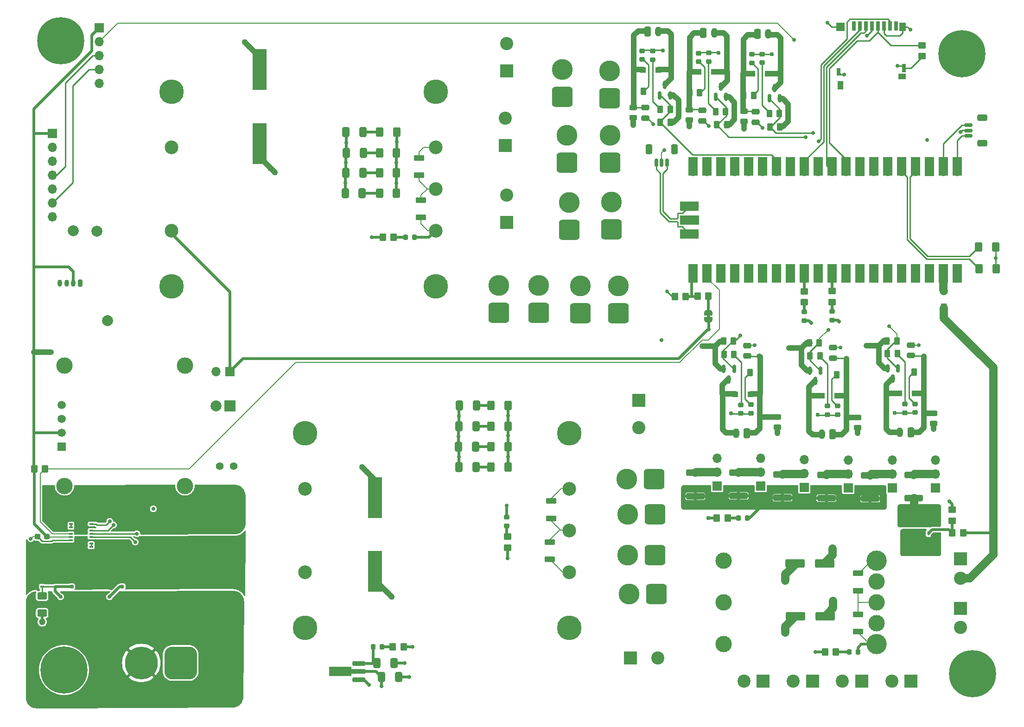
<source format=gbr>
%TF.GenerationSoftware,KiCad,Pcbnew,8.0.8-8.0.8-0~ubuntu22.04.1*%
%TF.CreationDate,2025-01-31T14:52:15-08:00*%
%TF.ProjectId,Backplane_Board,4261636b-706c-4616-9e65-5f426f617264,1*%
%TF.SameCoordinates,Original*%
%TF.FileFunction,Copper,L1,Top*%
%TF.FilePolarity,Positive*%
%FSLAX46Y46*%
G04 Gerber Fmt 4.6, Leading zero omitted, Abs format (unit mm)*
G04 Created by KiCad (PCBNEW 8.0.8-8.0.8-0~ubuntu22.04.1) date 2025-01-31 14:52:15*
%MOMM*%
%LPD*%
G01*
G04 APERTURE LIST*
G04 Aperture macros list*
%AMRoundRect*
0 Rectangle with rounded corners*
0 $1 Rounding radius*
0 $2 $3 $4 $5 $6 $7 $8 $9 X,Y pos of 4 corners*
0 Add a 4 corners polygon primitive as box body*
4,1,4,$2,$3,$4,$5,$6,$7,$8,$9,$2,$3,0*
0 Add four circle primitives for the rounded corners*
1,1,$1+$1,$2,$3*
1,1,$1+$1,$4,$5*
1,1,$1+$1,$6,$7*
1,1,$1+$1,$8,$9*
0 Add four rect primitives between the rounded corners*
20,1,$1+$1,$2,$3,$4,$5,0*
20,1,$1+$1,$4,$5,$6,$7,0*
20,1,$1+$1,$6,$7,$8,$9,0*
20,1,$1+$1,$8,$9,$2,$3,0*%
%AMFreePoly0*
4,1,9,5.362500,-0.866500,1.237500,-0.866500,1.237500,-0.450000,-1.237500,-0.450000,-1.237500,0.450000,1.237500,0.450000,1.237500,0.866500,5.362500,0.866500,5.362500,-0.866500,5.362500,-0.866500,$1*%
%AMFreePoly1*
4,1,19,0.500000,-0.750000,0.000000,-0.750000,0.000000,-0.744911,-0.071157,-0.744911,-0.207708,-0.704816,-0.327430,-0.627875,-0.420627,-0.520320,-0.479746,-0.390866,-0.500000,-0.250000,-0.500000,0.250000,-0.479746,0.390866,-0.420627,0.520320,-0.327430,0.627875,-0.207708,0.704816,-0.071157,0.744911,0.000000,0.744911,0.000000,0.750000,0.500000,0.750000,0.500000,-0.750000,0.500000,-0.750000,
$1*%
%AMFreePoly2*
4,1,19,0.000000,0.744911,0.071157,0.744911,0.207708,0.704816,0.327430,0.627875,0.420627,0.520320,0.479746,0.390866,0.500000,0.250000,0.500000,-0.250000,0.479746,-0.390866,0.420627,-0.520320,0.327430,-0.627875,0.207708,-0.704816,0.071157,-0.744911,0.000000,-0.744911,0.000000,-0.750000,-0.500000,-0.750000,-0.500000,0.750000,0.000000,0.750000,0.000000,0.744911,0.000000,0.744911,
$1*%
G04 Aperture macros list end*
%TA.AperFunction,EtchedComponent*%
%ADD10C,0.000000*%
%TD*%
%TA.AperFunction,SMDPad,CuDef*%
%ADD11RoundRect,0.250000X0.300000X0.300000X-0.300000X0.300000X-0.300000X-0.300000X0.300000X-0.300000X0*%
%TD*%
%TA.AperFunction,ComponentPad*%
%ADD12R,2.400000X2.400000*%
%TD*%
%TA.AperFunction,ComponentPad*%
%ADD13C,2.400000*%
%TD*%
%TA.AperFunction,SMDPad,CuDef*%
%ADD14RoundRect,0.250000X-0.350000X-0.450000X0.350000X-0.450000X0.350000X0.450000X-0.350000X0.450000X0*%
%TD*%
%TA.AperFunction,SMDPad,CuDef*%
%ADD15RoundRect,0.218750X-0.256250X0.218750X-0.256250X-0.218750X0.256250X-0.218750X0.256250X0.218750X0*%
%TD*%
%TA.AperFunction,SMDPad,CuDef*%
%ADD16R,4.510000X4.350000*%
%TD*%
%TA.AperFunction,SMDPad,CuDef*%
%ADD17R,0.700000X0.700000*%
%TD*%
%TA.AperFunction,SMDPad,CuDef*%
%ADD18RoundRect,0.175000X-0.175000X0.175000X-0.175000X-0.175000X0.175000X-0.175000X0.175000X0.175000X0*%
%TD*%
%TA.AperFunction,SMDPad,CuDef*%
%ADD19RoundRect,0.250000X0.350000X0.450000X-0.350000X0.450000X-0.350000X-0.450000X0.350000X-0.450000X0*%
%TD*%
%TA.AperFunction,SMDPad,CuDef*%
%ADD20RoundRect,0.250000X-0.450000X0.350000X-0.450000X-0.350000X0.450000X-0.350000X0.450000X0.350000X0*%
%TD*%
%TA.AperFunction,SMDPad,CuDef*%
%ADD21RoundRect,0.250000X-0.262500X-0.450000X0.262500X-0.450000X0.262500X0.450000X-0.262500X0.450000X0*%
%TD*%
%TA.AperFunction,SMDPad,CuDef*%
%ADD22RoundRect,0.050000X-0.300000X0.150000X-0.300000X-0.150000X0.300000X-0.150000X0.300000X0.150000X0*%
%TD*%
%TA.AperFunction,SMDPad,CuDef*%
%ADD23RoundRect,0.150000X0.150000X-0.587500X0.150000X0.587500X-0.150000X0.587500X-0.150000X-0.587500X0*%
%TD*%
%TA.AperFunction,SMDPad,CuDef*%
%ADD24RoundRect,0.250000X0.475000X-0.250000X0.475000X0.250000X-0.475000X0.250000X-0.475000X-0.250000X0*%
%TD*%
%TA.AperFunction,SMDPad,CuDef*%
%ADD25RoundRect,0.243750X-0.456250X0.243750X-0.456250X-0.243750X0.456250X-0.243750X0.456250X0.243750X0*%
%TD*%
%TA.AperFunction,SMDPad,CuDef*%
%ADD26RoundRect,0.250000X-0.700000X0.275000X-0.700000X-0.275000X0.700000X-0.275000X0.700000X0.275000X0*%
%TD*%
%TA.AperFunction,SMDPad,CuDef*%
%ADD27RoundRect,0.250000X1.450000X-0.312500X1.450000X0.312500X-1.450000X0.312500X-1.450000X-0.312500X0*%
%TD*%
%TA.AperFunction,SMDPad,CuDef*%
%ADD28RoundRect,0.250000X-0.475000X0.250000X-0.475000X-0.250000X0.475000X-0.250000X0.475000X0.250000X0*%
%TD*%
%TA.AperFunction,SMDPad,CuDef*%
%ADD29R,2.500000X7.500000*%
%TD*%
%TA.AperFunction,SMDPad,CuDef*%
%ADD30RoundRect,0.150000X-0.150000X0.587500X-0.150000X-0.587500X0.150000X-0.587500X0.150000X0.587500X0*%
%TD*%
%TA.AperFunction,SMDPad,CuDef*%
%ADD31RoundRect,0.218750X0.256250X-0.218750X0.256250X0.218750X-0.256250X0.218750X-0.256250X-0.218750X0*%
%TD*%
%TA.AperFunction,SMDPad,CuDef*%
%ADD32RoundRect,0.250000X1.500000X0.550000X-1.500000X0.550000X-1.500000X-0.550000X1.500000X-0.550000X0*%
%TD*%
%TA.AperFunction,SMDPad,CuDef*%
%ADD33RoundRect,0.250000X0.262500X0.450000X-0.262500X0.450000X-0.262500X-0.450000X0.262500X-0.450000X0*%
%TD*%
%TA.AperFunction,SMDPad,CuDef*%
%ADD34RoundRect,0.250000X0.400000X0.625000X-0.400000X0.625000X-0.400000X-0.625000X0.400000X-0.625000X0*%
%TD*%
%TA.AperFunction,ComponentPad*%
%ADD35R,1.700000X1.700000*%
%TD*%
%TA.AperFunction,ComponentPad*%
%ADD36O,1.700000X1.700000*%
%TD*%
%TA.AperFunction,ComponentPad*%
%ADD37RoundRect,0.760000X1.140000X1.140000X-1.140000X1.140000X-1.140000X-1.140000X1.140000X-1.140000X0*%
%TD*%
%TA.AperFunction,ComponentPad*%
%ADD38C,3.800000*%
%TD*%
%TA.AperFunction,ComponentPad*%
%ADD39RoundRect,0.250000X0.350000X0.650000X-0.350000X0.650000X-0.350000X-0.650000X0.350000X-0.650000X0*%
%TD*%
%TA.AperFunction,ComponentPad*%
%ADD40O,1.200000X1.800000*%
%TD*%
%TA.AperFunction,SMDPad,CuDef*%
%ADD41RoundRect,0.218750X-0.218750X-0.256250X0.218750X-0.256250X0.218750X0.256250X-0.218750X0.256250X0*%
%TD*%
%TA.AperFunction,ComponentPad*%
%ADD42C,4.500000*%
%TD*%
%TA.AperFunction,ComponentPad*%
%ADD43C,2.500000*%
%TD*%
%TA.AperFunction,SMDPad,CuDef*%
%ADD44RoundRect,0.250000X-0.412500X-0.650000X0.412500X-0.650000X0.412500X0.650000X-0.412500X0.650000X0*%
%TD*%
%TA.AperFunction,ComponentPad*%
%ADD45C,2.000000*%
%TD*%
%TA.AperFunction,ComponentPad*%
%ADD46RoundRect,0.250000X-0.350000X-0.650000X0.350000X-0.650000X0.350000X0.650000X-0.350000X0.650000X0*%
%TD*%
%TA.AperFunction,SMDPad,CuDef*%
%ADD47RoundRect,0.218750X0.218750X0.256250X-0.218750X0.256250X-0.218750X-0.256250X0.218750X-0.256250X0*%
%TD*%
%TA.AperFunction,ComponentPad*%
%ADD48RoundRect,0.760000X1.140000X-1.140000X1.140000X1.140000X-1.140000X1.140000X-1.140000X-1.140000X0*%
%TD*%
%TA.AperFunction,SMDPad,CuDef*%
%ADD49RoundRect,0.225000X0.925000X0.225000X-0.925000X0.225000X-0.925000X-0.225000X0.925000X-0.225000X0*%
%TD*%
%TA.AperFunction,SMDPad,CuDef*%
%ADD50FreePoly0,180.000000*%
%TD*%
%TA.AperFunction,ComponentPad*%
%ADD51C,0.900000*%
%TD*%
%TA.AperFunction,ComponentPad*%
%ADD52C,8.600000*%
%TD*%
%TA.AperFunction,SMDPad,CuDef*%
%ADD53R,2.235000X1.725000*%
%TD*%
%TA.AperFunction,SMDPad,CuDef*%
%ADD54R,0.355600X0.762000*%
%TD*%
%TA.AperFunction,SMDPad,CuDef*%
%ADD55RoundRect,0.250000X0.450000X-0.350000X0.450000X0.350000X-0.450000X0.350000X-0.450000X-0.350000X0*%
%TD*%
%TA.AperFunction,SMDPad,CuDef*%
%ADD56RoundRect,0.250000X-0.300000X0.300000X-0.300000X-0.300000X0.300000X-0.300000X0.300000X0.300000X0*%
%TD*%
%TA.AperFunction,ComponentPad*%
%ADD57R,2.000000X2.000000*%
%TD*%
%TA.AperFunction,ComponentPad*%
%ADD58C,1.400000*%
%TD*%
%TA.AperFunction,SMDPad,CuDef*%
%ADD59RoundRect,0.250000X0.700000X-0.275000X0.700000X0.275000X-0.700000X0.275000X-0.700000X-0.275000X0*%
%TD*%
%TA.AperFunction,ComponentPad*%
%ADD60RoundRect,0.200000X0.200000X0.450000X-0.200000X0.450000X-0.200000X-0.450000X0.200000X-0.450000X0*%
%TD*%
%TA.AperFunction,ComponentPad*%
%ADD61O,0.800000X1.300000*%
%TD*%
%TA.AperFunction,SMDPad,CuDef*%
%ADD62RoundRect,0.150000X-0.150000X-0.625000X0.150000X-0.625000X0.150000X0.625000X-0.150000X0.625000X0*%
%TD*%
%TA.AperFunction,SMDPad,CuDef*%
%ADD63RoundRect,0.250000X-0.350000X-0.650000X0.350000X-0.650000X0.350000X0.650000X-0.350000X0.650000X0*%
%TD*%
%TA.AperFunction,SMDPad,CuDef*%
%ADD64RoundRect,0.250000X-0.625000X0.400000X-0.625000X-0.400000X0.625000X-0.400000X0.625000X0.400000X0*%
%TD*%
%TA.AperFunction,SMDPad,CuDef*%
%ADD65R,0.700000X1.750000*%
%TD*%
%TA.AperFunction,SMDPad,CuDef*%
%ADD66R,1.450000X1.000000*%
%TD*%
%TA.AperFunction,SMDPad,CuDef*%
%ADD67R,1.000000X1.550000*%
%TD*%
%TA.AperFunction,SMDPad,CuDef*%
%ADD68R,0.800000X1.500000*%
%TD*%
%TA.AperFunction,SMDPad,CuDef*%
%ADD69R,1.300000X1.500000*%
%TD*%
%TA.AperFunction,SMDPad,CuDef*%
%ADD70R,1.500000X1.500000*%
%TD*%
%TA.AperFunction,SMDPad,CuDef*%
%ADD71R,0.800000X1.400000*%
%TD*%
%TA.AperFunction,SMDPad,CuDef*%
%ADD72RoundRect,0.150000X-0.625000X0.150000X-0.625000X-0.150000X0.625000X-0.150000X0.625000X0.150000X0*%
%TD*%
%TA.AperFunction,SMDPad,CuDef*%
%ADD73RoundRect,0.250000X-0.650000X0.350000X-0.650000X-0.350000X0.650000X-0.350000X0.650000X0.350000X0*%
%TD*%
%TA.AperFunction,SMDPad,CuDef*%
%ADD74RoundRect,0.250000X-0.300000X-0.300000X0.300000X-0.300000X0.300000X0.300000X-0.300000X0.300000X0*%
%TD*%
%TA.AperFunction,SMDPad,CuDef*%
%ADD75R,1.700000X3.500000*%
%TD*%
%TA.AperFunction,SMDPad,CuDef*%
%ADD76R,3.500000X1.700000*%
%TD*%
%TA.AperFunction,ComponentPad*%
%ADD77RoundRect,1.500000X1.500000X1.500000X-1.500000X1.500000X-1.500000X-1.500000X1.500000X-1.500000X0*%
%TD*%
%TA.AperFunction,ComponentPad*%
%ADD78C,6.000000*%
%TD*%
%TA.AperFunction,SMDPad,CuDef*%
%ADD79RoundRect,0.237500X0.300000X0.237500X-0.300000X0.237500X-0.300000X-0.237500X0.300000X-0.237500X0*%
%TD*%
%TA.AperFunction,ComponentPad*%
%ADD80R,1.508000X1.508000*%
%TD*%
%TA.AperFunction,ComponentPad*%
%ADD81C,1.508000*%
%TD*%
%TA.AperFunction,ComponentPad*%
%ADD82C,3.000000*%
%TD*%
%TA.AperFunction,SMDPad,CuDef*%
%ADD83R,0.711200X0.304800*%
%TD*%
%TA.AperFunction,SMDPad,CuDef*%
%ADD84R,1.397000X1.193800*%
%TD*%
%TA.AperFunction,SMDPad,CuDef*%
%ADD85FreePoly1,270.000000*%
%TD*%
%TA.AperFunction,SMDPad,CuDef*%
%ADD86FreePoly2,270.000000*%
%TD*%
%TA.AperFunction,ComponentPad*%
%ADD87C,3.700000*%
%TD*%
%TA.AperFunction,ViaPad*%
%ADD88C,0.700000*%
%TD*%
%TA.AperFunction,ViaPad*%
%ADD89C,1.100000*%
%TD*%
%TA.AperFunction,ViaPad*%
%ADD90C,0.770000*%
%TD*%
%TA.AperFunction,ViaPad*%
%ADD91C,1.200000*%
%TD*%
%TA.AperFunction,Conductor*%
%ADD92C,0.500000*%
%TD*%
%TA.AperFunction,Conductor*%
%ADD93C,1.000000*%
%TD*%
%TA.AperFunction,Conductor*%
%ADD94C,1.500000*%
%TD*%
%TA.AperFunction,Conductor*%
%ADD95C,0.260000*%
%TD*%
%TA.AperFunction,Conductor*%
%ADD96C,0.200000*%
%TD*%
%TA.AperFunction,Conductor*%
%ADD97C,0.160000*%
%TD*%
G04 APERTURE END LIST*
D10*
%TA.AperFunction,EtchedComponent*%
%TO.C,JP5*%
G36*
X156300000Y-79900000D02*
G01*
X155700000Y-79900000D01*
X155700000Y-79400000D01*
X156300000Y-79400000D01*
X156300000Y-79900000D01*
G37*
%TD.AperFunction*%
%TD*%
D11*
%TO.P,D24,1,K*%
%TO.N,Net-(D24-K)*%
X193625037Y-93750000D03*
%TO.P,D24,2,A*%
%TO.N,Net-(D24-A)*%
X190825037Y-93750000D03*
%TD*%
D12*
%TO.P,J8,1,Pin_1*%
%TO.N,GND*%
X202000000Y-124000000D03*
D13*
%TO.P,J8,2,Pin_2*%
%TO.N,+5V*%
X202000000Y-127500000D03*
%TD*%
D14*
%TO.P,R46,1*%
%TO.N,Net-(Q3-G)*%
X200500000Y-119250000D03*
%TO.P,R46,2*%
%TO.N,+5V*%
X202500000Y-119250000D03*
%TD*%
D15*
%TO.P,D19,1,K*%
%TO.N,GND*%
X145841250Y-31193825D03*
%TO.P,D19,2,A*%
%TO.N,Net-(D19-A)*%
X145841250Y-32768825D03*
%TD*%
D16*
%TO.P,Q1,1,D*%
%TO.N,PWR_IN*%
X50810000Y-132180000D03*
D17*
X52715000Y-134650000D03*
X51445000Y-134650000D03*
X50175000Y-134650000D03*
X48905000Y-134650000D03*
D18*
%TO.P,Q1,2,G*%
%TO.N,Net-(D1-A)*%
X48905000Y-129050000D03*
%TO.P,Q1,3,S*%
%TO.N,SHUNT+*%
X52715000Y-129050000D03*
X51445000Y-129050000D03*
X50175000Y-129050000D03*
%TD*%
D19*
%TO.P,R6,1*%
%TO.N,Net-(D3-K)*%
X98500000Y-65250000D03*
%TO.P,R6,2*%
%TO.N,GND*%
X96500000Y-65250000D03*
%TD*%
D12*
%TO.P,C8,1*%
%TO.N,12V_ESC*%
X119100000Y-62500000D03*
D13*
%TO.P,C8,2*%
%TO.N,GND*%
X119100000Y-57500000D03*
%TD*%
D20*
%TO.P,R13,1*%
%TO.N,Net-(D4-K)*%
X119275000Y-119900000D03*
%TO.P,R13,2*%
%TO.N,GND*%
X119275000Y-121900000D03*
%TD*%
D21*
%TO.P,R43,1,1*%
%TO.N,GND*%
X174387500Y-84550000D03*
%TO.P,R43,2,2*%
%TO.N,SW4*%
X176212500Y-84550000D03*
%TD*%
D22*
%TO.P,D1,1,K*%
%TO.N,SHUNT+*%
X34290000Y-128322500D03*
%TO.P,D1,2,A*%
%TO.N,Net-(D1-A)*%
X34290000Y-129022500D03*
%TD*%
D23*
%TO.P,Q4,1,G*%
%TO.N,SW2*%
X167127187Y-39824762D03*
%TO.P,Q4,2,S*%
%TO.N,GND*%
X169027187Y-39824762D03*
%TO.P,Q4,3,D*%
%TO.N,Net-(D14-A)*%
X168077187Y-37949762D03*
%TD*%
D15*
%TO.P,D11,1,K*%
%TO.N,GND*%
X163927187Y-31799762D03*
%TO.P,D11,2,A*%
%TO.N,Net-(D11-A)*%
X163927187Y-33374762D03*
%TD*%
D24*
%TO.P,C24,1,1*%
%TO.N,Net-(D21-K)*%
X163069925Y-86925000D03*
%TO.P,C24,2,2*%
%TO.N,GND*%
X163069925Y-85025000D03*
%TD*%
D12*
%TO.P,C13,1*%
%TO.N,+12V*%
X141700000Y-142100000D03*
D13*
%TO.P,C13,2*%
%TO.N,GND*%
X146700000Y-142100000D03*
%TD*%
D11*
%TO.P,D25,1,K*%
%TO.N,Net-(D25-K)*%
X179500000Y-94200000D03*
%TO.P,D25,2,A*%
%TO.N,Net-(D25-A)*%
X176700000Y-94200000D03*
%TD*%
D25*
%TO.P,F9,1*%
%TO.N,Net-(D16-K)*%
X142291250Y-41493825D03*
%TO.P,F9,2*%
%TO.N,12V_ESC*%
X142291250Y-43368825D03*
%TD*%
D23*
%TO.P,Q5,1,G*%
%TO.N,SW0*%
X157312500Y-39537500D03*
%TO.P,Q5,2,S*%
%TO.N,GND*%
X159212500Y-39537500D03*
%TO.P,Q5,3,D*%
%TO.N,Net-(D15-A)*%
X158262500Y-37662500D03*
%TD*%
D26*
%TO.P,R5,1*%
%TO.N,Net-(U3-V_adj)*%
X103500000Y-58425000D03*
%TO.P,R5,2*%
%TO.N,12V_ESC*%
X103500000Y-61575000D03*
%TD*%
D27*
%TO.P,F5,1*%
%TO.N,5V_KillSW*%
X161500000Y-112462500D03*
%TO.P,F5,2*%
%TO.N,Net-(J35-Pin_2)*%
X161500000Y-108187500D03*
%TD*%
D28*
%TO.P,C21,1,1*%
%TO.N,Net-(D14-K)*%
X164577187Y-42287262D03*
%TO.P,C21,2,2*%
%TO.N,GND*%
X164577187Y-44187262D03*
%TD*%
D29*
%TO.P,C1,1*%
%TO.N,60V*%
X74000000Y-48075000D03*
%TO.P,C1,2*%
%TO.N,GND*%
X74000000Y-34575000D03*
%TD*%
D30*
%TO.P,Q8,1,G*%
%TO.N,SW3*%
X190625037Y-89175000D03*
%TO.P,Q8,2,S*%
%TO.N,GND*%
X188725037Y-89175000D03*
%TO.P,Q8,3,D*%
%TO.N,Net-(D24-A)*%
X189675037Y-91050000D03*
%TD*%
D12*
%TO.P,J19,1,Pin_1*%
%TO.N,GND*%
X192975000Y-146300000D03*
D13*
%TO.P,J19,2,Pin_2*%
%TO.N,+5V*%
X189475000Y-146300000D03*
%TD*%
D31*
%TO.P,D20,1,K*%
%TO.N,GND*%
X163719925Y-97362500D03*
%TO.P,D20,2,A*%
%TO.N,Net-(D20-A)*%
X163719925Y-95787500D03*
%TD*%
D32*
%TO.P,C19,1*%
%TO.N,+5V*%
X177225000Y-124850000D03*
%TO.P,C19,2*%
%TO.N,GND*%
X171825000Y-124850000D03*
%TD*%
D31*
%TO.P,D27,1,K*%
%TO.N,GND*%
X191875037Y-97287500D03*
%TO.P,D27,2,A*%
%TO.N,Net-(D27-A)*%
X191875037Y-95712500D03*
%TD*%
D33*
%TO.P,R33,1,1*%
%TO.N,GND*%
X149003750Y-44231325D03*
%TO.P,R33,2,2*%
%TO.N,SW1*%
X147178750Y-44231325D03*
%TD*%
D26*
%TO.P,R4,1*%
%TO.N,GND*%
X103150000Y-50725000D03*
%TO.P,R4,2*%
%TO.N,Net-(U3-V_adj)*%
X103150000Y-53875000D03*
%TD*%
D28*
%TO.P,C23,1,1*%
%TO.N,Net-(D16-K)*%
X144491250Y-41531325D03*
%TO.P,C23,2,2*%
%TO.N,GND*%
X144491250Y-43431325D03*
%TD*%
D34*
%TO.P,R8,1*%
%TO.N,12V_ESC*%
X99000000Y-49800000D03*
%TO.P,R8,2*%
%TO.N,Net-(C10-Pad2)*%
X95900000Y-49800000D03*
%TD*%
D35*
%TO.P,J27,1,Pin_1*%
%TO.N,GND*%
X197450000Y-111000000D03*
D36*
%TO.P,J27,2,Pin_2*%
%TO.N,Net-(J27-Pin_2)*%
X197450000Y-108460000D03*
%TO.P,J27,3,Pin_3*%
%TO.N,SERVO0*%
X197450000Y-105920000D03*
%TD*%
D37*
%TO.P,J25,1,Pin_1*%
%TO.N,GND*%
X146100000Y-109400000D03*
D38*
%TO.P,J25,2,Pin_2*%
%TO.N,+12V*%
X141100000Y-109400000D03*
%TD*%
D39*
%TO.P,J42,1,Pin_1*%
%TO.N,Net-(D25-K)*%
X178697500Y-101187500D03*
D40*
%TO.P,J42,2,Pin_2*%
%TO.N,Net-(D25-A)*%
X176697500Y-101187500D03*
%TD*%
D34*
%TO.P,R9,1*%
%TO.N,12V_ESC*%
X99000000Y-53450000D03*
%TO.P,R9,2*%
%TO.N,Net-(C11-Pad2)*%
X95900000Y-53450000D03*
%TD*%
D41*
%TO.P,D7,1,K*%
%TO.N,Net-(D7-K)*%
X161462500Y-116500000D03*
%TO.P,D7,2,A*%
%TO.N,5V_KillSW*%
X163037500Y-116500000D03*
%TD*%
D42*
%TO.P,U3,1,+In*%
%TO.N,60V*%
X57895000Y-74155000D03*
D43*
%TO.P,U3,2,RC*%
%TO.N,KillSW*%
X57895000Y-63995000D03*
%TO.P,U3,3,Case*%
%TO.N,unconnected-(U3-Case-Pad3)*%
X57895000Y-48755000D03*
D42*
%TO.P,U3,4,-In*%
%TO.N,GND*%
X57895000Y-38595000D03*
%TO.P,U3,5,-Out*%
X106195000Y-38595000D03*
D43*
%TO.P,U3,6,-Sense*%
X106195000Y-48755000D03*
%TO.P,U3,7,V_adj*%
%TO.N,Net-(U3-V_adj)*%
X106195000Y-56375000D03*
%TO.P,U3,8,+Sense*%
%TO.N,12V_ESC*%
X106195000Y-63995000D03*
D42*
%TO.P,U3,9,+Out*%
X106195000Y-74155000D03*
%TD*%
D25*
%TO.P,F7,1*%
%TO.N,Net-(D14-K)*%
X162477187Y-42199762D03*
%TO.P,F7,2*%
%TO.N,12V_ESC*%
X162477187Y-44074762D03*
%TD*%
D34*
%TO.P,R10,1*%
%TO.N,12V_ESC*%
X99000000Y-57150000D03*
%TO.P,R10,2*%
%TO.N,Net-(C12-Pad2)*%
X95900000Y-57150000D03*
%TD*%
D20*
%TO.P,R52,1*%
%TO.N,Net-(U6-GPIO26_ADC0)*%
X178550000Y-75050000D03*
%TO.P,R52,2*%
%TO.N,Net-(D31-A)*%
X178550000Y-77050000D03*
%TD*%
D34*
%TO.P,R21,1*%
%TO.N,+3.3V*%
X208435000Y-67000000D03*
%TO.P,R21,2*%
%TO.N,I2C+*%
X205335000Y-67000000D03*
%TD*%
D31*
%TO.P,D22,1,K*%
%TO.N,GND*%
X193725037Y-97237500D03*
%TO.P,D22,2,A*%
%TO.N,Net-(D22-A)*%
X193725037Y-95662500D03*
%TD*%
D44*
%TO.P,C18,1*%
%TO.N,GND*%
X110387500Y-107225000D03*
%TO.P,C18,2*%
%TO.N,Net-(C18-Pad2)*%
X113512500Y-107225000D03*
%TD*%
D30*
%TO.P,Q9,1,G*%
%TO.N,SW4*%
X176450000Y-89575000D03*
%TO.P,Q9,2,S*%
%TO.N,GND*%
X174550000Y-89575000D03*
%TO.P,Q9,3,D*%
%TO.N,Net-(D25-A)*%
X175500000Y-91450000D03*
%TD*%
D24*
%TO.P,C25,1,1*%
%TO.N,Net-(D24-K)*%
X192975037Y-86800000D03*
%TO.P,C25,2,2*%
%TO.N,GND*%
X192975037Y-84900000D03*
%TD*%
D45*
%TO.P,TP8,1,1*%
%TO.N,GND*%
X46200000Y-80430000D03*
%TD*%
D33*
%TO.P,R32,1,1*%
%TO.N,GND*%
X159350000Y-44600000D03*
%TO.P,R32,2,2*%
%TO.N,SW0*%
X157525000Y-44600000D03*
%TD*%
D12*
%TO.P,J20,1,Pin_1*%
%TO.N,GND*%
X174975000Y-146300000D03*
D13*
%TO.P,J20,2,Pin_2*%
%TO.N,+5V*%
X171475000Y-146300000D03*
%TD*%
D21*
%TO.P,R42,1,1*%
%TO.N,GND*%
X188562537Y-84150000D03*
%TO.P,R42,2,2*%
%TO.N,SW3*%
X190387537Y-84150000D03*
%TD*%
D46*
%TO.P,J37,1,Pin_1*%
%TO.N,Net-(D14-K)*%
X164927187Y-28087262D03*
D40*
%TO.P,J37,2,Pin_2*%
%TO.N,Net-(D14-A)*%
X166927187Y-28087262D03*
%TD*%
D33*
%TO.P,R41,1,1*%
%TO.N,Net-(D26-A)*%
X160632425Y-86625000D03*
%TO.P,R41,2,2*%
%TO.N,SW5*%
X158807425Y-86625000D03*
%TD*%
D35*
%TO.P,J35,1,Pin_1*%
%TO.N,GND*%
X165525000Y-110712500D03*
D36*
%TO.P,J35,2,Pin_2*%
%TO.N,Net-(J35-Pin_2)*%
X165525000Y-108172500D03*
%TO.P,J35,3,Pin_3*%
%TO.N,SERVO4*%
X165525000Y-105632500D03*
%TD*%
D21*
%TO.P,R35,1,1*%
%TO.N,Net-(D18-A)*%
X157312500Y-42250000D03*
%TO.P,R35,2,2*%
%TO.N,SW0*%
X159137500Y-42250000D03*
%TD*%
D27*
%TO.P,F4,1*%
%TO.N,5V_KillSW*%
X153575000Y-112537500D03*
%TO.P,F4,2*%
%TO.N,Net-(J34-Pin_2)*%
X153575000Y-108262500D03*
%TD*%
D35*
%TO.P,J36,1,Pin_1*%
%TO.N,GND*%
X173500000Y-110925000D03*
D36*
%TO.P,J36,2,Pin_2*%
%TO.N,Net-(J36-Pin_2)*%
X173500000Y-108385000D03*
%TO.P,J36,3,Pin_3*%
%TO.N,SERVO3*%
X173500000Y-105845000D03*
%TD*%
D47*
%TO.P,D2,1,K*%
%TO.N,Net-(D2-K)*%
X96324300Y-140050000D03*
%TO.P,D2,2,A*%
%TO.N,Net-(D2-A)*%
X94749300Y-140050000D03*
%TD*%
D15*
%TO.P,D12,1,K*%
%TO.N,GND*%
X154225000Y-31562500D03*
%TO.P,D12,2,A*%
%TO.N,Net-(D12-A)*%
X154225000Y-33137500D03*
%TD*%
D48*
%TO.P,J15,1,Pin_1*%
%TO.N,GND*%
X124950000Y-79050000D03*
D38*
%TO.P,J15,2,Pin_2*%
%TO.N,12V_ESC*%
X124950000Y-74050000D03*
%TD*%
D31*
%TO.P,D30,1,K*%
%TO.N,GND*%
X173525000Y-80437500D03*
%TO.P,D30,2,A*%
%TO.N,Net-(D30-A)*%
X173525000Y-78862500D03*
%TD*%
D19*
%TO.P,R48,1*%
%TO.N,esc_status*%
X151850000Y-76025000D03*
%TO.P,R48,2*%
%TO.N,GND*%
X149850000Y-76025000D03*
%TD*%
D25*
%TO.P,F10,1*%
%TO.N,Net-(D21-K)*%
X168600000Y-98087500D03*
%TO.P,F10,2*%
%TO.N,5V_KillSW*%
X168600000Y-99962500D03*
%TD*%
D27*
%TO.P,F2,1*%
%TO.N,5V_KillSW*%
X185525000Y-113000000D03*
%TO.P,F2,2*%
%TO.N,Net-(J28-Pin_2)*%
X185525000Y-108725000D03*
%TD*%
D49*
%TO.P,U1,1,GND*%
%TO.N,GND*%
X92125000Y-146075000D03*
D50*
%TO.P,U1,2,VIN*%
%TO.N,60V*%
X92037500Y-144575000D03*
D49*
%TO.P,U1,3,VOUT*%
%TO.N,Net-(D2-A)*%
X92125000Y-143075000D03*
%TD*%
D25*
%TO.P,F12,1*%
%TO.N,Net-(D25-K)*%
X183192575Y-98125000D03*
%TO.P,F12,2*%
%TO.N,5V_KillSW*%
X183192575Y-100000000D03*
%TD*%
D27*
%TO.P,F1,1*%
%TO.N,5V_KillSW*%
X193450000Y-112887500D03*
%TO.P,F1,2*%
%TO.N,Net-(J27-Pin_2)*%
X193450000Y-108612500D03*
%TD*%
D44*
%TO.P,C9,1*%
%TO.N,GND*%
X89787500Y-46000000D03*
%TO.P,C9,2*%
%TO.N,Net-(C9-Pad2)*%
X92912500Y-46000000D03*
%TD*%
D41*
%TO.P,D3,1,K*%
%TO.N,Net-(D3-K)*%
X100675000Y-65250000D03*
%TO.P,D3,2,A*%
%TO.N,12V_ESC*%
X102250000Y-65250000D03*
%TD*%
D21*
%TO.P,R38,1,1*%
%TO.N,Net-(D22-A)*%
X193525037Y-89850000D03*
%TO.P,R38,2,2*%
%TO.N,Net-(D24-K)*%
X195350037Y-89850000D03*
%TD*%
D39*
%TO.P,J41,1,Pin_1*%
%TO.N,Net-(D24-K)*%
X192925037Y-100900000D03*
D40*
%TO.P,J41,2,Pin_2*%
%TO.N,Net-(D24-A)*%
X190925037Y-100900000D03*
%TD*%
D21*
%TO.P,R34,1,1*%
%TO.N,Net-(D17-A)*%
X167114687Y-42587262D03*
%TO.P,R34,2,2*%
%TO.N,SW2*%
X168939687Y-42587262D03*
%TD*%
D48*
%TO.P,J17,1,Pin_1*%
%TO.N,GND*%
X139550000Y-79075000D03*
D38*
%TO.P,J17,2,Pin_2*%
%TO.N,12V_ESC*%
X139550000Y-74075000D03*
%TD*%
D45*
%TO.P,TP1,1,1*%
%TO.N,I2C+*%
X44325000Y-64125000D03*
%TD*%
D31*
%TO.P,D28,1,K*%
%TO.N,GND*%
X177750000Y-97637500D03*
%TO.P,D28,2,A*%
%TO.N,Net-(D28-A)*%
X177750000Y-96062500D03*
%TD*%
D51*
%TO.P,H2,1,1*%
%TO.N,GND*%
X199055419Y-31719581D03*
X200000000Y-29439162D03*
X200000000Y-34000000D03*
X202280419Y-28494581D03*
D52*
X202280419Y-31719581D03*
D51*
X202280419Y-34944581D03*
X204560838Y-29439162D03*
X204560838Y-34000000D03*
X205505419Y-31719581D03*
%TD*%
D23*
%TO.P,Q6,1,G*%
%TO.N,SW1*%
X147091250Y-39268825D03*
%TO.P,Q6,2,S*%
%TO.N,GND*%
X148991250Y-39268825D03*
%TO.P,Q6,3,D*%
%TO.N,Net-(D16-A)*%
X148041250Y-37393825D03*
%TD*%
D14*
%TO.P,R3,1*%
%TO.N,+3.3V*%
X32850000Y-107525000D03*
%TO.P,R3,2*%
%TO.N,ALERT*%
X34850000Y-107525000D03*
%TD*%
D12*
%TO.P,J6,1,Pin_1*%
%TO.N,GND*%
X202000000Y-133000000D03*
D13*
%TO.P,J6,2,Pin_2*%
%TO.N,+5V*%
X202000000Y-136500000D03*
%TD*%
D48*
%TO.P,J9,1,Pin_1*%
%TO.N,GND*%
X138250000Y-63800000D03*
D38*
%TO.P,J9,2,Pin_2*%
%TO.N,12V_ESC*%
X138250000Y-58800000D03*
%TD*%
D53*
%TO.P,Q3,1,D*%
%TO.N,5V_KillSW*%
X195157600Y-117372800D03*
D54*
X194168800Y-116277000D03*
X194829200Y-116277000D03*
X195489600Y-116277000D03*
X196150000Y-116277000D03*
%TO.P,Q3,2,G*%
%TO.N,Net-(Q3-G)*%
X196150000Y-119325000D03*
%TO.P,Q3,3,S*%
%TO.N,+5V*%
X194168800Y-119325000D03*
X194829200Y-119325000D03*
X195489600Y-119325000D03*
%TD*%
D55*
%TO.P,R51,1*%
%TO.N,GND*%
X195025000Y-32125000D03*
%TO.P,R51,2*%
%TO.N,SCK*%
X195025000Y-30125000D03*
%TD*%
D34*
%TO.P,R14,1*%
%TO.N,+12V*%
X119350000Y-95975000D03*
%TO.P,R14,2*%
%TO.N,Net-(C15-Pad2)*%
X116250000Y-95975000D03*
%TD*%
D56*
%TO.P,D6,1,K*%
%TO.N,Net-(D6-K)*%
X199000000Y-75000000D03*
%TO.P,D6,2,A*%
%TO.N,+5V*%
X199000000Y-77800000D03*
%TD*%
D34*
%TO.P,R15,1*%
%TO.N,+12V*%
X119350000Y-99725000D03*
%TO.P,R15,2*%
%TO.N,Net-(C16-Pad2)*%
X116250000Y-99725000D03*
%TD*%
D24*
%TO.P,C26,1,1*%
%TO.N,Net-(D25-K)*%
X178750000Y-87300000D03*
%TO.P,C26,2,2*%
%TO.N,GND*%
X178750000Y-85400000D03*
%TD*%
D57*
%TO.P,SW1,1,A*%
%TO.N,KillSW*%
X68625000Y-96075000D03*
D45*
%TO.P,SW1,2,B*%
%TO.N,GND*%
X66085000Y-96075000D03*
%TD*%
D35*
%TO.P,J29,1,Pin_1*%
%TO.N,GND*%
X181500000Y-111000000D03*
D36*
%TO.P,J29,2,Pin_2*%
%TO.N,Net-(J29-Pin_2)*%
X181500000Y-108460000D03*
%TO.P,J29,3,Pin_3*%
%TO.N,SERVO2*%
X181500000Y-105920000D03*
%TD*%
D15*
%TO.P,D17,1,K*%
%TO.N,GND*%
X165777187Y-31749762D03*
%TO.P,D17,2,A*%
%TO.N,Net-(D17-A)*%
X165777187Y-33324762D03*
%TD*%
D19*
%TO.P,R47,1*%
%TO.N,Net-(JP5-A)*%
X156000000Y-76000000D03*
%TO.P,R47,2*%
%TO.N,esc_status*%
X154000000Y-76000000D03*
%TD*%
D11*
%TO.P,D21,1,K*%
%TO.N,Net-(D21-K)*%
X163669925Y-93875000D03*
%TO.P,D21,2,A*%
%TO.N,Net-(D21-A)*%
X160869925Y-93875000D03*
%TD*%
D33*
%TO.P,R44,1,1*%
%TO.N,Net-(D27-A)*%
X190487537Y-86450000D03*
%TO.P,R44,2,2*%
%TO.N,SW3*%
X188662537Y-86450000D03*
%TD*%
%TO.P,R45,1,1*%
%TO.N,Net-(D28-A)*%
X176350000Y-86900000D03*
%TO.P,R45,2,2*%
%TO.N,SW4*%
X174525000Y-86900000D03*
%TD*%
D58*
%TO.P,J26,1,Pin_1*%
%TO.N,60V*%
X69250000Y-107000000D03*
%TO.P,J26,2,Pin_2*%
%TO.N,GND*%
X66710000Y-107000000D03*
%TD*%
D59*
%TO.P,R18,1*%
%TO.N,+5V*%
X183275000Y-137275000D03*
%TO.P,R18,2*%
%TO.N,Net-(U5-TRIM)*%
X183275000Y-134125000D03*
%TD*%
D30*
%TO.P,Q7,1,G*%
%TO.N,SW5*%
X160669925Y-89300000D03*
%TO.P,Q7,2,S*%
%TO.N,GND*%
X158769925Y-89300000D03*
%TO.P,Q7,3,D*%
%TO.N,Net-(D21-A)*%
X159719925Y-91175000D03*
%TD*%
D27*
%TO.P,F6,1*%
%TO.N,5V_KillSW*%
X169525000Y-112812500D03*
%TO.P,F6,2*%
%TO.N,Net-(J36-Pin_2)*%
X169525000Y-108537500D03*
%TD*%
D44*
%TO.P,C12,1*%
%TO.N,GND*%
X89637500Y-57200000D03*
%TO.P,C12,2*%
%TO.N,Net-(C12-Pad2)*%
X92762500Y-57200000D03*
%TD*%
D21*
%TO.P,R39,1,1*%
%TO.N,Net-(D23-A)*%
X179400000Y-90400000D03*
%TO.P,R39,2,2*%
%TO.N,Net-(D25-K)*%
X181225000Y-90400000D03*
%TD*%
%TO.P,R37,1,1*%
%TO.N,Net-(D20-A)*%
X163607425Y-89925000D03*
%TO.P,R37,2,2*%
%TO.N,Net-(D21-K)*%
X165432425Y-89925000D03*
%TD*%
D31*
%TO.P,D4,1,K*%
%TO.N,Net-(D4-K)*%
X119145000Y-117945000D03*
%TO.P,D4,2,A*%
%TO.N,+12V*%
X119145000Y-116370000D03*
%TD*%
D60*
%TO.P,J31,1,Pin_1*%
%TO.N,GND*%
X41250000Y-73600000D03*
D61*
%TO.P,J31,2,Pin_2*%
%TO.N,+3.3V*%
X40000000Y-73600000D03*
%TO.P,J31,3,Pin_3*%
%TO.N,I2C+*%
X38750000Y-73600000D03*
%TO.P,J31,4,Pin_4*%
%TO.N,I2C-*%
X37500000Y-73600000D03*
%TD*%
D20*
%TO.P,R50,1*%
%TO.N,Net-(U6-GPIO22)*%
X173500000Y-75100000D03*
%TO.P,R50,2*%
%TO.N,Net-(D30-A)*%
X173500000Y-77100000D03*
%TD*%
D44*
%TO.P,C11,1*%
%TO.N,GND*%
X89725000Y-53450000D03*
%TO.P,C11,2*%
%TO.N,Net-(C11-Pad2)*%
X92850000Y-53450000D03*
%TD*%
D62*
%TO.P,J33,1,Pin_1*%
%TO.N,/BoardBoardConnections/DEBUG-*%
X146450000Y-51615000D03*
%TO.P,J33,2,Pin_2*%
%TO.N,GND*%
X147450000Y-51615000D03*
%TO.P,J33,3,Pin_3*%
%TO.N,/BoardBoardConnections/DEBUG+*%
X148450000Y-51615000D03*
D63*
%TO.P,J33,MP*%
%TO.N,N/C*%
X145150000Y-49090000D03*
X149750000Y-49090000D03*
%TD*%
D44*
%TO.P,C4,1*%
%TO.N,Net-(D2-A)*%
X95449300Y-143000000D03*
%TO.P,C4,2*%
%TO.N,GND*%
X98574300Y-143000000D03*
%TD*%
D42*
%TO.P,U4,1,+In*%
%TO.N,60V*%
X82300000Y-136580000D03*
D43*
%TO.P,U4,2,RC*%
%TO.N,GND*%
X82300000Y-126420000D03*
%TO.P,U4,3,Case*%
%TO.N,unconnected-(U4-Case-Pad3)*%
X82300000Y-111180000D03*
D42*
%TO.P,U4,4,-In*%
%TO.N,GND*%
X82300000Y-101020000D03*
%TO.P,U4,5,-Out*%
X130600000Y-101020000D03*
D43*
%TO.P,U4,6,-Sense*%
X130600000Y-111180000D03*
%TO.P,U4,7,V_adj*%
%TO.N,Net-(U4-V_adj)*%
X130600000Y-118800000D03*
%TO.P,U4,8,+Sense*%
%TO.N,+12V*%
X130600000Y-126420000D03*
D42*
%TO.P,U4,9,+Out*%
X130600000Y-136580000D03*
%TD*%
D55*
%TO.P,R23,1*%
%TO.N,Net-(Q3-G)*%
X200500000Y-117000000D03*
%TO.P,R23,2*%
%TO.N,KillSW*%
X200500000Y-115000000D03*
%TD*%
D35*
%TO.P,J4,1,Pin_1*%
%TO.N,+3.3V*%
X36200000Y-46260000D03*
D36*
%TO.P,J4,2,Pin_2*%
%TO.N,unconnected-(J4-Pin_2-Pad2)*%
X36200000Y-48800000D03*
%TO.P,J4,3,Pin_3*%
%TO.N,GND*%
X36200000Y-51340000D03*
%TO.P,J4,4,Pin_4*%
%TO.N,I2C+*%
X36200000Y-53880000D03*
%TO.P,J4,5,Pin_5*%
%TO.N,unconnected-(J4-Pin_5-Pad5)*%
X36200000Y-56420000D03*
%TO.P,J4,6,Pin_6*%
%TO.N,I2C-*%
X36200000Y-58960000D03*
%TO.P,J4,7,Pin_7*%
%TO.N,unconnected-(J4-Pin_7-Pad7)*%
X36200000Y-61500000D03*
%TD*%
D48*
%TO.P,J16,1,Pin_1*%
%TO.N,GND*%
X132600000Y-79100000D03*
D38*
%TO.P,J16,2,Pin_2*%
%TO.N,12V_ESC*%
X132600000Y-74100000D03*
%TD*%
D33*
%TO.P,R29,1,1*%
%TO.N,Net-(D12-A)*%
X154387500Y-38800000D03*
%TO.P,R29,2,2*%
%TO.N,Net-(D15-K)*%
X152562500Y-38800000D03*
%TD*%
D12*
%TO.P,J21,1,Pin_1*%
%TO.N,GND*%
X165975000Y-146300000D03*
D13*
%TO.P,J21,2,Pin_2*%
%TO.N,+5V*%
X162475000Y-146300000D03*
%TD*%
D37*
%TO.P,J22,1,Pin_1*%
%TO.N,GND*%
X146450000Y-130375000D03*
D38*
%TO.P,J22,2,Pin_2*%
%TO.N,+12V*%
X141450000Y-130375000D03*
%TD*%
D64*
%TO.P,R1,1*%
%TO.N,Net-(D1-A)*%
X34290000Y-130772500D03*
%TO.P,R1,2*%
%TO.N,GND*%
X34290000Y-133872500D03*
%TD*%
D35*
%TO.P,J34,1,Pin_1*%
%TO.N,GND*%
X157575000Y-110650000D03*
D36*
%TO.P,J34,2,Pin_2*%
%TO.N,Net-(J34-Pin_2)*%
X157575000Y-108110000D03*
%TO.P,J34,3,Pin_3*%
%TO.N,SERVO5*%
X157575000Y-105570000D03*
%TD*%
D33*
%TO.P,R30,1,1*%
%TO.N,Net-(D13-A)*%
X144141250Y-38581325D03*
%TO.P,R30,2,2*%
%TO.N,Net-(D16-K)*%
X142316250Y-38581325D03*
%TD*%
D37*
%TO.P,J24,1,Pin_1*%
%TO.N,GND*%
X146200000Y-115881600D03*
D38*
%TO.P,J24,2,Pin_2*%
%TO.N,+12V*%
X141200000Y-115881600D03*
%TD*%
D34*
%TO.P,R22,1*%
%TO.N,+3.3V*%
X208550000Y-71000000D03*
%TO.P,R22,2*%
%TO.N,I2C-*%
X205450000Y-71000000D03*
%TD*%
D29*
%TO.P,C2,1*%
%TO.N,60V*%
X95050000Y-126275000D03*
%TO.P,C2,2*%
%TO.N,GND*%
X95050000Y-112775000D03*
%TD*%
D33*
%TO.P,R31,1,1*%
%TO.N,GND*%
X169027187Y-45087262D03*
%TO.P,R31,2,2*%
%TO.N,SW2*%
X167202187Y-45087262D03*
%TD*%
D44*
%TO.P,C3,1*%
%TO.N,60V*%
X96261800Y-145575000D03*
%TO.P,C3,2*%
%TO.N,GND*%
X99386800Y-145575000D03*
%TD*%
D37*
%TO.P,J23,1,Pin_1*%
%TO.N,GND*%
X146224600Y-123300000D03*
D38*
%TO.P,J23,2,Pin_2*%
%TO.N,+12V*%
X141224600Y-123300000D03*
%TD*%
D65*
%TO.P,J44,1,DAT2*%
%TO.N,unconnected-(J44-DAT2-Pad1)*%
X182525000Y-26625000D03*
%TO.P,J44,2,DAT3/CD*%
%TO.N,CS*%
X183625000Y-26625000D03*
%TO.P,J44,3,CMD*%
%TO.N,MOSI*%
X184725000Y-26625000D03*
%TO.P,J44,4,VDD*%
%TO.N,+3.3V*%
X185825000Y-26625000D03*
%TO.P,J44,5,CLK*%
%TO.N,SCK*%
X186925000Y-26625000D03*
%TO.P,J44,6,VSS*%
%TO.N,GND*%
X188025000Y-26625000D03*
%TO.P,J44,7,DAT0*%
%TO.N,MISO*%
X189125000Y-26625000D03*
%TO.P,J44,8,DAT1*%
%TO.N,unconnected-(J44-DAT1-Pad8)*%
X190225000Y-26625000D03*
D66*
%TO.P,J44,9,DET_B*%
%TO.N,unconnected-(J44-DET_B-Pad9)*%
X191350000Y-35850000D03*
D67*
%TO.P,J44,10,DET_A*%
%TO.N,unconnected-(J44-DET_A-Pad10)*%
X180125000Y-37425000D03*
D68*
%TO.P,J44,11,SHIELD*%
%TO.N,GND*%
X191675000Y-34350000D03*
D69*
X191425000Y-26750000D03*
D70*
X180075000Y-26750000D03*
D71*
X179725000Y-35000000D03*
%TD*%
D44*
%TO.P,C16,1*%
%TO.N,GND*%
X110437500Y-99725000D03*
%TO.P,C16,2*%
%TO.N,Net-(C16-Pad2)*%
X113562500Y-99725000D03*
%TD*%
D34*
%TO.P,R17,1*%
%TO.N,+12V*%
X119350000Y-107225000D03*
%TO.P,R17,2*%
%TO.N,Net-(C18-Pad2)*%
X116250000Y-107225000D03*
%TD*%
D72*
%TO.P,J30,1,Pin_1*%
%TO.N,UART(RX)*%
X203475000Y-44700000D03*
%TO.P,J30,2,Pin_2*%
%TO.N,GND*%
X203475000Y-45700000D03*
%TO.P,J30,3,Pin_3*%
%TO.N,UART(TX)*%
X203475000Y-46700000D03*
D73*
%TO.P,J30,MP*%
%TO.N,N/C*%
X206000000Y-43400000D03*
X206000000Y-48000000D03*
%TD*%
D74*
%TO.P,D16,1,K*%
%TO.N,Net-(D16-K)*%
X143991250Y-34631325D03*
%TO.P,D16,2,A*%
%TO.N,Net-(D16-A)*%
X146791250Y-34631325D03*
%TD*%
D35*
%TO.P,J28,1,Pin_1*%
%TO.N,GND*%
X189550000Y-111000000D03*
D36*
%TO.P,J28,2,Pin_2*%
%TO.N,Net-(J28-Pin_2)*%
X189550000Y-108460000D03*
%TO.P,J28,3,Pin_3*%
%TO.N,SERVO1*%
X189550000Y-105920000D03*
%TD*%
D48*
%TO.P,J12,1,Pin_1*%
%TO.N,GND*%
X137975000Y-51625000D03*
D38*
%TO.P,J12,2,Pin_2*%
%TO.N,12V_ESC*%
X137975000Y-46625000D03*
%TD*%
D12*
%TO.P,J7,1,Pin_1*%
%TO.N,GND*%
X183975000Y-146300000D03*
D13*
%TO.P,J7,2,Pin_2*%
%TO.N,+5V*%
X180475000Y-146300000D03*
%TD*%
D51*
%TO.P,H4,1,1*%
%TO.N,GND*%
X34494581Y-29280419D03*
X35439162Y-27000000D03*
X35439162Y-31560838D03*
X37719581Y-26055419D03*
D52*
X37719581Y-29280419D03*
D51*
X37719581Y-32505419D03*
X40000000Y-27000000D03*
X40000000Y-31560838D03*
X40944581Y-29280419D03*
%TD*%
D34*
%TO.P,R16,1*%
%TO.N,+12V*%
X119350000Y-103525000D03*
%TO.P,R16,2*%
%TO.N,Net-(C17-Pad2)*%
X116250000Y-103525000D03*
%TD*%
D19*
%TO.P,R20,1*%
%TO.N,Net-(D5-K)*%
X179275000Y-140950000D03*
%TO.P,R20,2*%
%TO.N,GND*%
X177275000Y-140950000D03*
%TD*%
D15*
%TO.P,D13,1,K*%
%TO.N,GND*%
X143891250Y-31143825D03*
%TO.P,D13,2,A*%
%TO.N,Net-(D13-A)*%
X143891250Y-32718825D03*
%TD*%
D51*
%TO.P,H1,1,1*%
%TO.N,GND*%
X201000000Y-145000000D03*
X201944581Y-142719581D03*
X201944581Y-147280419D03*
X204225000Y-141775000D03*
D52*
X204225000Y-145000000D03*
D51*
X204225000Y-148225000D03*
X206505419Y-142719581D03*
X206505419Y-147280419D03*
X207450000Y-145000000D03*
%TD*%
D12*
%TO.P,C14,1*%
%TO.N,+12V*%
X143300000Y-95050000D03*
D13*
%TO.P,C14,2*%
%TO.N,GND*%
X143300000Y-100050000D03*
%TD*%
D59*
%TO.P,R19,1*%
%TO.N,Net-(U5-TRIM)*%
X183275000Y-129775000D03*
%TO.P,R19,2*%
%TO.N,GND*%
X183275000Y-126625000D03*
%TD*%
D33*
%TO.P,R28,1,1*%
%TO.N,Net-(D11-A)*%
X164227187Y-39287262D03*
%TO.P,R28,2,2*%
%TO.N,Net-(D14-K)*%
X162402187Y-39287262D03*
%TD*%
D39*
%TO.P,J40,1,Pin_1*%
%TO.N,Net-(D21-K)*%
X163019925Y-101000000D03*
D40*
%TO.P,J40,2,Pin_2*%
%TO.N,Net-(D21-A)*%
X161019925Y-101000000D03*
%TD*%
D41*
%TO.P,D5,1,K*%
%TO.N,Net-(D5-K)*%
X181700000Y-140950000D03*
%TO.P,D5,2,A*%
%TO.N,+5V*%
X183275000Y-140950000D03*
%TD*%
D45*
%TO.P,TP2,1,1*%
%TO.N,I2C-*%
X40000000Y-64000000D03*
%TD*%
D35*
%TO.P,J5,1,Pin_1*%
%TO.N,KillSW*%
X68555000Y-89775000D03*
D36*
%TO.P,J5,2,Pin_2*%
%TO.N,GND*%
X66015000Y-89775000D03*
%TD*%
D44*
%TO.P,C10,1*%
%TO.N,GND*%
X89875000Y-49800000D03*
%TO.P,C10,2*%
%TO.N,Net-(C10-Pad2)*%
X93000000Y-49800000D03*
%TD*%
D36*
%TO.P,U6,1,GPIO0*%
%TO.N,UART(TX)*%
X201445000Y-53170000D03*
D75*
X201445000Y-52270000D03*
D36*
%TO.P,U6,2,GPIO1*%
%TO.N,UART(RX)*%
X198905000Y-53170000D03*
D75*
X198905000Y-52270000D03*
D35*
%TO.P,U6,3,GND*%
%TO.N,GND*%
X196365000Y-53170000D03*
D75*
X196365000Y-52270000D03*
D36*
%TO.P,U6,4,GPIO2*%
%TO.N,I2C+*%
X193825000Y-53170000D03*
D75*
X193825000Y-52270000D03*
D36*
%TO.P,U6,5,GPIO3*%
%TO.N,I2C-*%
X191285000Y-53170000D03*
D75*
X191285000Y-52270000D03*
D36*
%TO.P,U6,6,GPIO4*%
%TO.N,SW2*%
X188745000Y-53170000D03*
D75*
X188745000Y-52270000D03*
D36*
%TO.P,U6,7,GPIO5*%
%TO.N,SW0*%
X186205000Y-53170000D03*
D75*
X186205000Y-52270000D03*
D35*
%TO.P,U6,8,GND*%
%TO.N,GND*%
X183665000Y-53170000D03*
D75*
X183665000Y-52270000D03*
D36*
%TO.P,U6,9,GPIO6*%
%TO.N,SCK*%
X181125000Y-53170000D03*
D75*
X181125000Y-52270000D03*
D36*
%TO.P,U6,10,GPIO7*%
%TO.N,MOSI*%
X178585000Y-53170000D03*
D75*
X178585000Y-52270000D03*
D36*
%TO.P,U6,11,GPIO8*%
%TO.N,MISO*%
X176045000Y-53170000D03*
D75*
X176045000Y-52270000D03*
D36*
%TO.P,U6,12,GPIO9*%
%TO.N,CS*%
X173505000Y-53170000D03*
D75*
X173505000Y-52270000D03*
D35*
%TO.P,U6,13,GND*%
%TO.N,GND*%
X170965000Y-53170000D03*
D75*
X170965000Y-52270000D03*
D36*
%TO.P,U6,14,GPIO10*%
%TO.N,SW1*%
X168425000Y-53170000D03*
D75*
X168425000Y-52270000D03*
D36*
%TO.P,U6,15,GPIO11*%
%TO.N,SERVO1*%
X165885000Y-53170000D03*
D75*
X165885000Y-52270000D03*
D36*
%TO.P,U6,16,GPIO12*%
%TO.N,SERVO2*%
X163345000Y-53170000D03*
D75*
X163345000Y-52270000D03*
D36*
%TO.P,U6,17,GPIO13*%
%TO.N,SERVO3*%
X160805000Y-53170000D03*
D75*
X160805000Y-52270000D03*
D35*
%TO.P,U6,18,GND*%
%TO.N,GND*%
X158265000Y-53170000D03*
D75*
X158265000Y-52270000D03*
D36*
%TO.P,U6,19,GPIO14*%
%TO.N,SERVO4*%
X155725000Y-53170000D03*
D75*
X155725000Y-52270000D03*
D36*
%TO.P,U6,20,GPIO15*%
%TO.N,SERVO5*%
X153185000Y-53170000D03*
D75*
X153185000Y-52270000D03*
D36*
%TO.P,U6,21,GPIO16*%
%TO.N,esc_status*%
X153185000Y-70950000D03*
D75*
X153185000Y-71850000D03*
D36*
%TO.P,U6,22,GPIO17*%
%TO.N,ALERT*%
X155725000Y-70950000D03*
D75*
X155725000Y-71850000D03*
D35*
%TO.P,U6,23,GND*%
%TO.N,GND*%
X158265000Y-70950000D03*
D75*
X158265000Y-71850000D03*
D36*
%TO.P,U6,24,GPIO18*%
%TO.N,SW5*%
X160805000Y-70950000D03*
D75*
X160805000Y-71850000D03*
D36*
%TO.P,U6,25,GPIO19*%
%TO.N,SW4*%
X163345000Y-70950000D03*
D75*
X163345000Y-71850000D03*
D36*
%TO.P,U6,26,GPIO20*%
%TO.N,SW3*%
X165885000Y-70950000D03*
D75*
X165885000Y-71850000D03*
D36*
%TO.P,U6,27,GPIO21*%
%TO.N,SERVO0*%
X168425000Y-70950000D03*
D75*
X168425000Y-71850000D03*
D35*
%TO.P,U6,28,GND*%
%TO.N,GND*%
X170965000Y-70950000D03*
D75*
X170965000Y-71850000D03*
D36*
%TO.P,U6,29,GPIO22*%
%TO.N,Net-(U6-GPIO22)*%
X173505000Y-70950000D03*
D75*
X173505000Y-71850000D03*
D36*
%TO.P,U6,30,RUN*%
%TO.N,RUN*%
X176045000Y-70950000D03*
D75*
X176045000Y-71850000D03*
D36*
%TO.P,U6,31,GPIO26_ADC0*%
%TO.N,Net-(U6-GPIO26_ADC0)*%
X178585000Y-70950000D03*
D75*
X178585000Y-71850000D03*
D36*
%TO.P,U6,32,GPIO27_ADC1*%
%TO.N,unconnected-(U6-GPIO27_ADC1-Pad32)*%
X181125000Y-70950000D03*
D75*
%TO.N,unconnected-(U6-GPIO27_ADC1-Pad32)_1*%
X181125000Y-71850000D03*
D35*
%TO.P,U6,33,AGND*%
%TO.N,GND*%
X183665000Y-70950000D03*
D75*
X183665000Y-71850000D03*
D36*
%TO.P,U6,34,GPIO28_ADC2*%
%TO.N,unconnected-(U6-GPIO28_ADC2-Pad34)_1*%
X186205000Y-70950000D03*
D75*
%TO.N,unconnected-(U6-GPIO28_ADC2-Pad34)*%
X186205000Y-71850000D03*
D36*
%TO.P,U6,35,ADC_VREF*%
%TO.N,unconnected-(U6-ADC_VREF-Pad35)*%
X188745000Y-70950000D03*
D75*
%TO.N,unconnected-(U6-ADC_VREF-Pad35)_1*%
X188745000Y-71850000D03*
D36*
%TO.P,U6,36,3V3*%
%TO.N,+3.3V*%
X191285000Y-70950000D03*
D75*
X191285000Y-71850000D03*
D36*
%TO.P,U6,37,3V3_EN*%
%TO.N,unconnected-(U6-3V3_EN-Pad37)*%
X193825000Y-70950000D03*
D75*
%TO.N,unconnected-(U6-3V3_EN-Pad37)_1*%
X193825000Y-71850000D03*
D35*
%TO.P,U6,38,GND*%
%TO.N,GND*%
X196365000Y-70950000D03*
D75*
X196365000Y-71850000D03*
D36*
%TO.P,U6,39,VSYS*%
%TO.N,Net-(D6-K)*%
X198905000Y-70950000D03*
D75*
X198905000Y-71850000D03*
D36*
%TO.P,U6,40,VBUS*%
%TO.N,unconnected-(U6-VBUS-Pad40)_1*%
X201445000Y-70950000D03*
D75*
%TO.N,unconnected-(U6-VBUS-Pad40)*%
X201445000Y-71850000D03*
D36*
%TO.P,U6,41,SWCLK*%
%TO.N,/BoardBoardConnections/DEBUG+*%
X153415000Y-59520000D03*
D76*
X152515000Y-59520000D03*
D35*
%TO.P,U6,42,GND*%
%TO.N,GND*%
X153415000Y-62060000D03*
D76*
X152515000Y-62060000D03*
D36*
%TO.P,U6,43,SWDIO*%
%TO.N,/BoardBoardConnections/DEBUG-*%
X153415000Y-64600000D03*
D76*
X152515000Y-64600000D03*
%TD*%
D35*
%TO.P,J32,1,Pin_1*%
%TO.N,+3.3V*%
X44700000Y-26935000D03*
D36*
%TO.P,J32,2,Pin_2*%
%TO.N,RUN*%
X44700000Y-29475000D03*
%TO.P,J32,3,Pin_3*%
%TO.N,I2C+*%
X44700000Y-32015000D03*
%TO.P,J32,4,Pin_4*%
%TO.N,I2C-*%
X44700000Y-34555000D03*
%TO.P,J32,5,Pin_5*%
%TO.N,GND*%
X44700000Y-37095000D03*
%TD*%
D26*
%TO.P,R11,1*%
%TO.N,GND*%
X127250000Y-113425000D03*
%TO.P,R11,2*%
%TO.N,Net-(U4-V_adj)*%
X127250000Y-116575000D03*
%TD*%
D25*
%TO.P,F8,1*%
%TO.N,Net-(D15-K)*%
X152525000Y-41912500D03*
%TO.P,F8,2*%
%TO.N,12V_ESC*%
X152525000Y-43787500D03*
%TD*%
D19*
%TO.P,R24,1*%
%TO.N,Net-(D7-K)*%
X159500000Y-116500000D03*
%TO.P,R24,2*%
%TO.N,GND*%
X157500000Y-116500000D03*
%TD*%
D34*
%TO.P,R7,1*%
%TO.N,12V_ESC*%
X99050000Y-46000000D03*
%TO.P,R7,2*%
%TO.N,Net-(C9-Pad2)*%
X95950000Y-46000000D03*
%TD*%
D12*
%TO.P,C7,1*%
%TO.N,12V_ESC*%
X118900000Y-48415216D03*
D13*
%TO.P,C7,2*%
%TO.N,GND*%
X118900000Y-43415216D03*
%TD*%
D26*
%TO.P,R12,1*%
%TO.N,Net-(U4-V_adj)*%
X127000000Y-120925000D03*
%TO.P,R12,2*%
%TO.N,+12V*%
X127000000Y-124075000D03*
%TD*%
D77*
%TO.P,J3,1,Pin_1*%
%TO.N,GND*%
X59600000Y-143000000D03*
D78*
%TO.P,J3,2,Pin_2*%
%TO.N,PWR_IN*%
X52400000Y-143000000D03*
%TD*%
D79*
%TO.P,C5,1*%
%TO.N,+3.3V*%
X35162500Y-119900000D03*
%TO.P,C5,2*%
%TO.N,GND*%
X33437500Y-119900000D03*
%TD*%
D51*
%TO.P,H3,1,1*%
%TO.N,GND*%
X35055419Y-144280419D03*
X36000000Y-142000000D03*
X36000000Y-146560838D03*
X38280419Y-141055419D03*
D52*
X38280419Y-144280419D03*
D51*
X38280419Y-147505419D03*
X40560838Y-142000000D03*
X40560838Y-146560838D03*
X41505419Y-144280419D03*
%TD*%
D31*
%TO.P,D31,1,K*%
%TO.N,GND*%
X178550000Y-80362500D03*
%TO.P,D31,2,A*%
%TO.N,Net-(D31-A)*%
X178550000Y-78787500D03*
%TD*%
D80*
%TO.P,Brd1,1,GND*%
%TO.N,GND*%
X37875000Y-103460000D03*
D81*
%TO.P,Brd1,2,VCC*%
%TO.N,+3.3V*%
X37875000Y-100920000D03*
%TO.P,Brd1,3,SCL*%
%TO.N,I2C-*%
X37875000Y-98380000D03*
%TO.P,Brd1,4,SDA*%
%TO.N,I2C+*%
X37875000Y-95840000D03*
D82*
%TO.P,Brd1,S1*%
%TO.N,N/C*%
X38375000Y-110650000D03*
%TO.P,Brd1,S2*%
X38375000Y-88650000D03*
%TO.P,Brd1,S3*%
X60375000Y-88650000D03*
%TO.P,Brd1,S4*%
X60375000Y-110650000D03*
%TD*%
D28*
%TO.P,C22,1,1*%
%TO.N,Net-(D15-K)*%
X154875000Y-42050000D03*
%TO.P,C22,2,2*%
%TO.N,GND*%
X154875000Y-43950000D03*
%TD*%
D21*
%TO.P,R40,1,1*%
%TO.N,GND*%
X158744925Y-84175000D03*
%TO.P,R40,2,2*%
%TO.N,SW5*%
X160569925Y-84175000D03*
%TD*%
D27*
%TO.P,F3,1*%
%TO.N,5V_KillSW*%
X177525000Y-112887500D03*
%TO.P,F3,2*%
%TO.N,Net-(J29-Pin_2)*%
X177525000Y-108612500D03*
%TD*%
D48*
%TO.P,J10,1,Pin_1*%
%TO.N,GND*%
X130600000Y-63875000D03*
D38*
%TO.P,J10,2,Pin_2*%
%TO.N,12V_ESC*%
X130600000Y-58875000D03*
%TD*%
D48*
%TO.P,J18,1,Pin_1*%
%TO.N,GND*%
X137900000Y-39800000D03*
D38*
%TO.P,J18,2,Pin_2*%
%TO.N,12V_ESC*%
X137900000Y-34800000D03*
%TD*%
D48*
%TO.P,J11,1,Pin_1*%
%TO.N,GND*%
X129325000Y-39525000D03*
D38*
%TO.P,J11,2,Pin_2*%
%TO.N,12V_ESC*%
X129325000Y-34525000D03*
%TD*%
D44*
%TO.P,C15,1*%
%TO.N,GND*%
X110487500Y-95975000D03*
%TO.P,C15,2*%
%TO.N,Net-(C15-Pad2)*%
X113612500Y-95975000D03*
%TD*%
D48*
%TO.P,J13,1,Pin_1*%
%TO.N,GND*%
X130175000Y-51625000D03*
D38*
%TO.P,J13,2,Pin_2*%
%TO.N,12V_ESC*%
X130175000Y-46625000D03*
%TD*%
D48*
%TO.P,J14,1,Pin_1*%
%TO.N,GND*%
X117700000Y-79050000D03*
D38*
%TO.P,J14,2,Pin_2*%
%TO.N,12V_ESC*%
X117700000Y-74050000D03*
%TD*%
D32*
%TO.P,C20,1*%
%TO.N,+5V*%
X177275000Y-134450000D03*
%TO.P,C20,2*%
%TO.N,GND*%
X171875000Y-134450000D03*
%TD*%
D21*
%TO.P,R36,1,1*%
%TO.N,Net-(D19-A)*%
X147191250Y-41881325D03*
%TO.P,R36,2,2*%
%TO.N,SW1*%
X149016250Y-41881325D03*
%TD*%
D31*
%TO.P,D26,1,K*%
%TO.N,GND*%
X161919925Y-97412500D03*
%TO.P,D26,2,A*%
%TO.N,Net-(D26-A)*%
X161919925Y-95837500D03*
%TD*%
D83*
%TO.P,U2,1,SH+*%
%TO.N,Net-(U2-IN+)*%
X43250000Y-121800001D03*
%TO.P,U2,2,IN+*%
X43250000Y-121200000D03*
%TO.P,U2,3,A1*%
%TO.N,A1*%
X43250000Y-120000000D03*
%TO.P,U2,4,A0*%
%TO.N,A0*%
X43250000Y-119400000D03*
%TO.P,U2,5,SDA*%
%TO.N,I2C+*%
X43250000Y-118800000D03*
%TO.P,U2,6,SCL*%
%TO.N,I2C-*%
X43250000Y-117599999D03*
D84*
%TO.P,U2,7,IS-*%
%TO.N,60V*%
X41400001Y-117549999D03*
D83*
%TO.P,U2,8,SH-*%
%TO.N,Net-(U2-IN-)*%
X39550002Y-117599999D03*
%TO.P,U2,9,IN-*%
X39550002Y-118200000D03*
%TO.P,U2,10,ALERT*%
%TO.N,ALERT*%
X39550000Y-119400000D03*
%TO.P,U2,11,VS*%
%TO.N,+3.3V*%
X39550000Y-120000000D03*
%TO.P,U2,12,GND*%
%TO.N,GND*%
X39550002Y-120600000D03*
%TO.P,U2,13,VBUS*%
%TO.N,SHUNT+*%
X39550002Y-121800001D03*
D84*
%TO.P,U2,14,IS+*%
X41400001Y-121850001D03*
%TD*%
D85*
%TO.P,JP5,1,A*%
%TO.N,Net-(JP5-A)*%
X156000000Y-79000000D03*
D86*
%TO.P,JP5,2,B*%
%TO.N,KillSW*%
X156000000Y-80300000D03*
%TD*%
D16*
%TO.P,Q2,1,D*%
%TO.N,PWR_IN*%
X41585000Y-132180000D03*
D17*
X43490000Y-134650000D03*
X42220000Y-134650000D03*
X40950000Y-134650000D03*
X39680000Y-134650000D03*
D18*
%TO.P,Q2,2,G*%
%TO.N,Net-(D1-A)*%
X39680000Y-129050000D03*
%TO.P,Q2,3,S*%
%TO.N,SHUNT+*%
X43490000Y-129050000D03*
X42220000Y-129050000D03*
X40950000Y-129050000D03*
%TD*%
D25*
%TO.P,F11,1*%
%TO.N,Net-(D24-K)*%
X197142650Y-97375000D03*
%TO.P,F11,2*%
%TO.N,5V_KillSW*%
X197142650Y-99250000D03*
%TD*%
D15*
%TO.P,D18,1,K*%
%TO.N,GND*%
X156025000Y-31550000D03*
%TO.P,D18,2,A*%
%TO.N,Net-(D18-A)*%
X156025000Y-33125000D03*
%TD*%
D14*
%TO.P,R2,1*%
%TO.N,Net-(D2-K)*%
X98324300Y-140050000D03*
%TO.P,R2,2*%
%TO.N,GND*%
X100324300Y-140050000D03*
%TD*%
D31*
%TO.P,D23,1,K*%
%TO.N,GND*%
X179600000Y-97637500D03*
%TO.P,D23,2,A*%
%TO.N,Net-(D23-A)*%
X179600000Y-96062500D03*
%TD*%
D74*
%TO.P,D15,1,K*%
%TO.N,Net-(D15-K)*%
X154175000Y-35000000D03*
%TO.P,D15,2,A*%
%TO.N,Net-(D15-A)*%
X156975000Y-35000000D03*
%TD*%
D46*
%TO.P,J38,1,Pin_1*%
%TO.N,Net-(D15-K)*%
X155025000Y-27900000D03*
D40*
%TO.P,J38,2,Pin_2*%
%TO.N,Net-(D15-A)*%
X157025000Y-27900000D03*
%TD*%
D46*
%TO.P,J39,1,Pin_1*%
%TO.N,Net-(D16-K)*%
X144841250Y-27581325D03*
D40*
%TO.P,J39,2,Pin_2*%
%TO.N,Net-(D16-A)*%
X146841250Y-27581325D03*
%TD*%
D12*
%TO.P,C6,1*%
%TO.N,12V_ESC*%
X119100000Y-34815216D03*
D13*
%TO.P,C6,2*%
%TO.N,GND*%
X119100000Y-29815216D03*
%TD*%
D44*
%TO.P,C17,1*%
%TO.N,GND*%
X110337500Y-103525000D03*
%TO.P,C17,2*%
%TO.N,Net-(C17-Pad2)*%
X113462500Y-103525000D03*
%TD*%
D74*
%TO.P,D14,1,K*%
%TO.N,Net-(D14-K)*%
X164027187Y-35337262D03*
%TO.P,D14,2,A*%
%TO.N,Net-(D14-A)*%
X166827187Y-35337262D03*
%TD*%
D82*
%TO.P,U5,1,+VIN*%
%TO.N,+12V*%
X158725000Y-139590000D03*
%TO.P,U5,2,ON/OFF*%
%TO.N,GND*%
X158725000Y-131970000D03*
%TO.P,U5,3,-VIN*%
X158725000Y-124350000D03*
D87*
%TO.P,U5,4,-VO*%
X186665000Y-124350000D03*
D82*
%TO.P,U5,5,SENSE*%
X186665000Y-128160000D03*
%TO.P,U5,6,TRIM*%
%TO.N,Net-(U5-TRIM)*%
X186665000Y-131970000D03*
%TO.P,U5,7,SENSE*%
%TO.N,+5V*%
X186665000Y-135780000D03*
D87*
%TO.P,U5,8,+VO*%
X186665000Y-139590000D03*
%TD*%
D88*
%TO.N,60V*%
X43000000Y-115000000D03*
X40000000Y-113000000D03*
X46000000Y-111000000D03*
X68000000Y-112000000D03*
X70000000Y-116000000D03*
X70000000Y-118000000D03*
X40500000Y-115500000D03*
X50000000Y-116000000D03*
X65000000Y-117000000D03*
D89*
X75979754Y-52579754D03*
D88*
X68000000Y-118000000D03*
X66000000Y-112000000D03*
X36000000Y-114000000D03*
X38000000Y-116000000D03*
X65000000Y-112000000D03*
X53000000Y-111000000D03*
X35000000Y-115000000D03*
X69000000Y-112000000D03*
X64000000Y-116000000D03*
X61000000Y-115000000D03*
X67000000Y-112000000D03*
X41000000Y-114000000D03*
X42500000Y-115500000D03*
X63000000Y-117000000D03*
X46000000Y-113000000D03*
X51000000Y-117000000D03*
X44000000Y-114000000D03*
X49000000Y-118000000D03*
X38500000Y-114500000D03*
X70000000Y-117000000D03*
X54000000Y-111000000D03*
X52000000Y-111000000D03*
X35000000Y-112000000D03*
X70000000Y-115000000D03*
X35000000Y-111000000D03*
X38500000Y-115500000D03*
X67000000Y-111000000D03*
X69000000Y-113000000D03*
X37000000Y-113000000D03*
X70000000Y-112000000D03*
X51000000Y-115000000D03*
X66000000Y-115000000D03*
X96261800Y-147238200D03*
X61000000Y-117000000D03*
X66000000Y-113000000D03*
X40500000Y-118600000D03*
X57000000Y-111000000D03*
X63000000Y-112000000D03*
X38500000Y-117500000D03*
X42100000Y-118600000D03*
X38500000Y-118500000D03*
X49000000Y-111000000D03*
X50000000Y-117000000D03*
X64000000Y-119000000D03*
X67000000Y-115000000D03*
X41000000Y-111000000D03*
X62000000Y-117000000D03*
X43500000Y-113500000D03*
X39500000Y-116500000D03*
X68000000Y-111000000D03*
X58000000Y-116000000D03*
D89*
X97282500Y-130107500D03*
D88*
X67000000Y-117000000D03*
X59000000Y-116000000D03*
X43500000Y-114500000D03*
X62000000Y-116000000D03*
X35000000Y-114000000D03*
X45000000Y-115000000D03*
X67000000Y-116000000D03*
X60000000Y-116000000D03*
X62000000Y-118000000D03*
X38000000Y-114000000D03*
X59000000Y-118000000D03*
X45000000Y-112000000D03*
X59000000Y-119000000D03*
X39000000Y-114000000D03*
X48000000Y-111000000D03*
X39000000Y-113000000D03*
X48000000Y-114000000D03*
X39500000Y-113500000D03*
X35000000Y-113000000D03*
X39000000Y-116000000D03*
X64000000Y-111000000D03*
X46000000Y-115000000D03*
X63000000Y-116000000D03*
X66000000Y-116000000D03*
X65000000Y-111000000D03*
X61000000Y-119000000D03*
X37000000Y-118000000D03*
X45000000Y-111000000D03*
X36000000Y-115000000D03*
X42000000Y-114000000D03*
X42000000Y-116000000D03*
X60000000Y-117000000D03*
X38000000Y-118000000D03*
X64000000Y-112000000D03*
X40000000Y-114000000D03*
X59000000Y-115000000D03*
X41000000Y-116000000D03*
X61000000Y-116000000D03*
X60000000Y-118000000D03*
X65000000Y-115000000D03*
X62000000Y-119000000D03*
X48000000Y-115000000D03*
X42500000Y-114500000D03*
X67000000Y-119000000D03*
X66000000Y-119000000D03*
X41000000Y-112000000D03*
X49000000Y-113000000D03*
X59000000Y-117000000D03*
X63000000Y-115000000D03*
X66000000Y-117000000D03*
X36000000Y-112000000D03*
X48000000Y-113000000D03*
X46000000Y-114000000D03*
X63000000Y-111000000D03*
X40900000Y-119200000D03*
X38000000Y-117000000D03*
X51000000Y-116000000D03*
X50000000Y-118000000D03*
X43500000Y-115500000D03*
X43000000Y-112000000D03*
X64000000Y-113000000D03*
X41500000Y-115500000D03*
X49000000Y-112000000D03*
X58000000Y-115000000D03*
X41000000Y-115000000D03*
X70000000Y-114000000D03*
D89*
X98102745Y-130927745D03*
D88*
X41700000Y-119200000D03*
X66000000Y-118000000D03*
X44000000Y-115000000D03*
X63000000Y-113000000D03*
X41300000Y-118600000D03*
X36000000Y-113000000D03*
X37000000Y-116000000D03*
X41500000Y-114500000D03*
X47000000Y-113000000D03*
X68000000Y-113000000D03*
X44000000Y-116000000D03*
X43000000Y-113000000D03*
X36000000Y-111000000D03*
X64000000Y-118000000D03*
X41000000Y-113000000D03*
X70000000Y-119000000D03*
X60000000Y-115000000D03*
X36000000Y-117000000D03*
X47000000Y-112000000D03*
X58000000Y-118000000D03*
X37000000Y-117000000D03*
X43000000Y-114000000D03*
X42000000Y-113000000D03*
X37000000Y-114000000D03*
X69000000Y-111000000D03*
X40000000Y-116000000D03*
X68000000Y-116000000D03*
X58000000Y-119000000D03*
X68000000Y-117000000D03*
X44500000Y-116500000D03*
X39500000Y-115500000D03*
X67000000Y-113000000D03*
X48000000Y-112000000D03*
X64000000Y-117000000D03*
X60000000Y-119000000D03*
X45000000Y-113000000D03*
X44500000Y-115500000D03*
X43000000Y-111000000D03*
X65000000Y-118000000D03*
X68000000Y-115000000D03*
X61000000Y-118000000D03*
X44000000Y-111000000D03*
X43000000Y-116000000D03*
X49000000Y-114000000D03*
X63000000Y-118000000D03*
X49000000Y-117000000D03*
X63000000Y-119000000D03*
X40000000Y-115000000D03*
X37000000Y-115000000D03*
X38500000Y-116500000D03*
X38500000Y-113500000D03*
D89*
X76800000Y-53400000D03*
D88*
X65000000Y-119000000D03*
X62000000Y-115000000D03*
X39500000Y-114500000D03*
X38000000Y-115000000D03*
X42000000Y-115000000D03*
X47000000Y-115000000D03*
X46000000Y-112000000D03*
X47000000Y-114000000D03*
X70000000Y-113000000D03*
X67000000Y-118000000D03*
X47000000Y-111000000D03*
X39000000Y-115000000D03*
X41500000Y-113500000D03*
X55000000Y-111000000D03*
X65000000Y-116000000D03*
X35000000Y-116000000D03*
X42500000Y-113500000D03*
X40500000Y-114500000D03*
X44000000Y-112000000D03*
X68000000Y-119000000D03*
X36000000Y-116000000D03*
X44500000Y-114500000D03*
X66000000Y-111000000D03*
X64000000Y-115000000D03*
X40500000Y-113500000D03*
X56000000Y-111000000D03*
X58000000Y-117000000D03*
X65000000Y-113000000D03*
X42000000Y-112000000D03*
X42000000Y-111000000D03*
%TO.N,GND*%
X119275000Y-123900000D03*
X164407406Y-84975000D03*
D90*
X170554762Y-44059687D03*
D88*
X170025000Y-137450000D03*
D90*
X160748712Y-43723713D03*
D88*
X94500000Y-65250000D03*
D90*
X156000000Y-116500000D03*
D88*
X148425000Y-75125000D03*
X32200000Y-120300000D03*
X89875000Y-47900000D03*
X54600000Y-114850000D03*
X170412500Y-135912500D03*
D90*
X147641250Y-31081325D03*
D88*
X170025000Y-127000000D03*
X180087481Y-85350000D03*
D89*
X93570000Y-108070000D03*
D88*
X202064760Y-45981760D03*
X110337500Y-101625000D03*
X101974300Y-140050000D03*
D89*
X92749754Y-107249754D03*
D88*
X145886212Y-44529963D03*
D89*
X71329754Y-29604754D03*
D88*
X170025000Y-136500000D03*
X192875000Y-27300000D03*
X110387500Y-105375000D03*
X94000000Y-147000000D03*
X89725000Y-51600000D03*
D90*
X154903675Y-85143675D03*
D88*
X101324300Y-145575000D03*
X170412500Y-126412500D03*
D89*
X72150000Y-30425000D03*
D90*
X175908750Y-97681175D03*
D91*
X34290000Y-135497500D03*
D88*
X156078712Y-44923713D03*
X175525000Y-140950000D03*
X100500000Y-143000000D03*
X177750000Y-26050000D03*
X194400000Y-84900000D03*
D90*
X157839962Y-31480038D03*
D88*
X147950000Y-49300000D03*
D90*
X184836325Y-85021250D03*
D88*
X179875000Y-80600000D03*
X89637500Y-55350000D03*
D90*
X190036325Y-97271250D03*
D88*
X190475000Y-33850000D03*
X180775000Y-35475000D03*
D90*
X170708750Y-85431175D03*
D88*
X110437500Y-97875000D03*
D90*
X150550000Y-43325000D03*
D88*
X165861012Y-45235937D03*
D90*
X167604762Y-31809687D03*
D88*
X170025000Y-127950000D03*
X174800000Y-80875000D03*
D90*
X160103675Y-97393675D03*
D88*
%TO.N,+3.3V*%
X208435000Y-69000000D03*
X147400000Y-84000000D03*
X184888260Y-28413260D03*
X195900000Y-47425000D03*
X35900000Y-86200000D03*
%TO.N,12V_ESC*%
X152525000Y-44937501D03*
X142286212Y-44704963D03*
X99000000Y-51600000D03*
X99000000Y-55300000D03*
X162477187Y-45382112D03*
X99050000Y-47800000D03*
%TO.N,SHUNT+*%
X64340000Y-129020000D03*
X36250000Y-121500000D03*
X59340000Y-126020000D03*
X41000000Y-127000000D03*
X44250000Y-122250000D03*
X37750000Y-123750000D03*
X38000000Y-128000000D03*
X44250000Y-121500000D03*
X45750000Y-121500000D03*
X65340000Y-129020000D03*
X45000000Y-128000000D03*
X66340000Y-128020000D03*
X45500000Y-127500000D03*
X60950000Y-122380000D03*
X60340000Y-128020000D03*
X40000000Y-128000000D03*
X43000000Y-127000000D03*
X60950000Y-121380000D03*
X62340000Y-126020000D03*
X37750000Y-124500000D03*
X52500000Y-127500000D03*
X59340000Y-127020000D03*
X44000000Y-127000000D03*
X63340000Y-126020000D03*
X41100000Y-120200000D03*
X59340000Y-128020000D03*
X45000000Y-127000000D03*
X44000000Y-128000000D03*
X40000000Y-123750000D03*
X46500000Y-123750000D03*
X59340000Y-129020000D03*
X36250000Y-123750000D03*
X47500000Y-127500000D03*
X62950000Y-121380000D03*
X45000000Y-122250000D03*
X66950000Y-120380000D03*
X43500000Y-127500000D03*
X62950000Y-120380000D03*
X52000000Y-127000000D03*
X63950000Y-123380000D03*
X37000000Y-123750000D03*
X42000000Y-127000000D03*
X44500000Y-127500000D03*
X58950000Y-120380000D03*
X41900000Y-120200000D03*
X43000000Y-128000000D03*
X62340000Y-127020000D03*
X65950000Y-122380000D03*
X34000000Y-127000000D03*
X46000000Y-127000000D03*
X44250000Y-123750000D03*
X35000000Y-127000000D03*
X49500000Y-127500000D03*
X37750000Y-123000000D03*
X60950000Y-120380000D03*
X64340000Y-127020000D03*
X58340000Y-129020000D03*
X60340000Y-129020000D03*
X59950000Y-122380000D03*
X61950000Y-121380000D03*
X42300000Y-120800000D03*
X38500000Y-123000000D03*
X66950000Y-123380000D03*
X58950000Y-123380000D03*
X48500000Y-127500000D03*
X46500000Y-124500000D03*
X61340000Y-128020000D03*
X50000000Y-127000000D03*
X37000000Y-124500000D03*
X50000000Y-128000000D03*
X63340000Y-129020000D03*
X58340000Y-126020000D03*
X67340000Y-126020000D03*
X38500000Y-127500000D03*
X47000000Y-128000000D03*
X67950000Y-121380000D03*
X63950000Y-121380000D03*
X44250000Y-124500000D03*
X48000000Y-128000000D03*
X39250000Y-123000000D03*
X43500000Y-123750000D03*
X65950000Y-120380000D03*
X42500000Y-127500000D03*
X46500000Y-122250000D03*
X39250000Y-123750000D03*
X39250000Y-124500000D03*
X45000000Y-121500000D03*
X40000000Y-124500000D03*
X61950000Y-122380000D03*
X40500000Y-127500000D03*
X38500000Y-123750000D03*
X39500000Y-127500000D03*
X45000000Y-124500000D03*
X42750000Y-123750000D03*
X64950000Y-120380000D03*
X60950000Y-123380000D03*
X37750000Y-121500000D03*
X42000000Y-128000000D03*
X59950000Y-123380000D03*
X39000000Y-127000000D03*
X51000000Y-128000000D03*
X63340000Y-128020000D03*
X36250000Y-123000000D03*
X64340000Y-128020000D03*
X57950000Y-123380000D03*
X37000000Y-123000000D03*
X66340000Y-127020000D03*
X45750000Y-123750000D03*
X51000000Y-127000000D03*
X66950000Y-121380000D03*
X41500000Y-120800000D03*
X46500000Y-121500000D03*
X43500000Y-123000000D03*
X62950000Y-122380000D03*
X39000000Y-128000000D03*
X62340000Y-129020000D03*
X38000000Y-127000000D03*
X47000000Y-127000000D03*
X40000000Y-123000000D03*
X36250000Y-122250000D03*
X66950000Y-122380000D03*
X45750000Y-122250000D03*
X57950000Y-122380000D03*
X63950000Y-120380000D03*
X37500000Y-127500000D03*
X50500000Y-127500000D03*
X53000000Y-128000000D03*
X62950000Y-123380000D03*
X57950000Y-120380000D03*
X49000000Y-127000000D03*
X61340000Y-127020000D03*
X38500000Y-122250000D03*
X38500000Y-121500000D03*
X44250000Y-123000000D03*
X36500000Y-127500000D03*
X45750000Y-123000000D03*
X65340000Y-128020000D03*
X60340000Y-127020000D03*
X61950000Y-123380000D03*
X67950000Y-120380000D03*
X59950000Y-120380000D03*
X58340000Y-127020000D03*
X40700000Y-120800000D03*
X40000000Y-127000000D03*
X41000000Y-128000000D03*
X57340000Y-126020000D03*
X57950000Y-121380000D03*
X62340000Y-128020000D03*
X42750000Y-124500000D03*
X45750000Y-124500000D03*
X58950000Y-122380000D03*
X65340000Y-127020000D03*
X67950000Y-122380000D03*
X51500000Y-127500000D03*
X66340000Y-129020000D03*
X48000000Y-127000000D03*
X65950000Y-123380000D03*
X37000000Y-128000000D03*
X64340000Y-126020000D03*
X60340000Y-126020000D03*
X67340000Y-128020000D03*
X37000000Y-121500000D03*
X64950000Y-122380000D03*
X63950000Y-122380000D03*
X57340000Y-127020000D03*
X53000000Y-127000000D03*
X42750000Y-123000000D03*
X64950000Y-123380000D03*
X61340000Y-126020000D03*
X66340000Y-126020000D03*
X63340000Y-127020000D03*
X65340000Y-126020000D03*
X41500000Y-127500000D03*
X45000000Y-123000000D03*
X59950000Y-121380000D03*
X57340000Y-129020000D03*
X38500000Y-124500000D03*
X46000000Y-128000000D03*
X52000000Y-128000000D03*
X58950000Y-121380000D03*
X36000000Y-127000000D03*
X67340000Y-129020000D03*
X36000000Y-128000000D03*
X58340000Y-128020000D03*
X61340000Y-129020000D03*
X46500000Y-123000000D03*
X61950000Y-120380000D03*
X45000000Y-123750000D03*
X64950000Y-121380000D03*
X65950000Y-121380000D03*
X49000000Y-128000000D03*
X67340000Y-127020000D03*
X37750000Y-122250000D03*
X43500000Y-124500000D03*
X67950000Y-123380000D03*
X36250000Y-124500000D03*
X37000000Y-127000000D03*
X46500000Y-127500000D03*
X37000000Y-122250000D03*
X57340000Y-128020000D03*
%TO.N,Net-(D1-A)*%
X46600000Y-130900000D03*
X37656600Y-130900000D03*
%TO.N,+5V*%
X191500000Y-121500000D03*
X194000000Y-121000000D03*
X197000000Y-122000000D03*
X193500000Y-121500000D03*
X191500000Y-120500000D03*
X178362500Y-133362500D03*
X192500000Y-119500000D03*
X193500000Y-120500000D03*
X178775000Y-132500000D03*
X192000000Y-120000000D03*
X197000000Y-120000000D03*
X192000000Y-122000000D03*
X192500000Y-122500000D03*
X196000000Y-122000000D03*
X194500000Y-122500000D03*
X193000000Y-121000000D03*
X193000000Y-122000000D03*
X195000000Y-121000000D03*
X193000000Y-120000000D03*
X195000000Y-122000000D03*
X192000000Y-121000000D03*
X178775000Y-131700000D03*
X197500000Y-121500000D03*
X192500000Y-121500000D03*
X178650000Y-123000000D03*
X197500000Y-120500000D03*
X178650000Y-122075000D03*
X197500000Y-119500000D03*
X195500000Y-120500000D03*
X194500000Y-121500000D03*
X196000000Y-121000000D03*
X197000000Y-121000000D03*
X196500000Y-121500000D03*
X193500000Y-122500000D03*
X178237500Y-123737500D03*
X195500000Y-122500000D03*
X192500000Y-120500000D03*
X195500000Y-121500000D03*
X196500000Y-120500000D03*
X194500000Y-120500000D03*
X194000000Y-122000000D03*
X191500000Y-119500000D03*
X196500000Y-122500000D03*
D90*
%TO.N,5V_KillSW*%
X156000000Y-114000000D03*
X166000000Y-114000000D03*
D88*
X192000000Y-116500000D03*
D90*
X162000000Y-114000000D03*
D88*
X195500000Y-115000000D03*
D90*
X178000000Y-114000000D03*
X160000000Y-114000000D03*
D88*
X192500000Y-115000000D03*
D90*
X172000000Y-114000000D03*
X157000000Y-114000000D03*
D88*
X193000000Y-115500000D03*
D90*
X155000000Y-114000000D03*
D88*
X195000000Y-114500000D03*
X196000000Y-114500000D03*
X196500000Y-115000000D03*
D90*
X174000000Y-114000000D03*
X183000000Y-114000000D03*
X184000000Y-114000000D03*
D88*
X197500000Y-116000000D03*
D90*
X181000000Y-114000000D03*
D88*
X197000000Y-114500000D03*
D90*
X173000000Y-114000000D03*
X197142650Y-100250000D03*
X171000000Y-114000000D03*
X169000000Y-114000000D03*
D88*
X193000000Y-116500000D03*
X194500000Y-115000000D03*
X191500000Y-116000000D03*
D90*
X177000000Y-114000000D03*
D88*
X198000000Y-115500000D03*
X191000000Y-116500000D03*
D90*
X161000000Y-114000000D03*
X168600000Y-101025000D03*
X182000000Y-114000000D03*
D88*
X191500000Y-115000000D03*
D90*
X180000000Y-114000000D03*
X154000000Y-114000000D03*
X175000000Y-114000000D03*
X153000000Y-114000000D03*
D88*
X193525000Y-114475000D03*
X192500000Y-116000000D03*
X197500000Y-115000000D03*
X197500000Y-117000000D03*
X197000000Y-115500000D03*
D90*
X183192575Y-101000000D03*
X163000000Y-114000000D03*
X158000000Y-114000000D03*
X164000000Y-114000000D03*
X167000000Y-114000000D03*
X176000000Y-114000000D03*
D88*
X191000000Y-115500000D03*
D90*
X168000000Y-114000000D03*
X165000000Y-114000000D03*
D88*
X191500000Y-117000000D03*
D90*
X152000000Y-114000000D03*
X179000000Y-114000000D03*
D88*
X198000000Y-114500000D03*
D90*
X187000000Y-114000000D03*
X185000000Y-114000000D03*
X186000000Y-114000000D03*
D88*
X192000000Y-115500000D03*
D90*
X170000000Y-114000000D03*
X159000000Y-114000000D03*
D88*
X192500000Y-117000000D03*
X191000000Y-114500000D03*
X192000000Y-114500000D03*
%TO.N,+12V*%
X119145000Y-114270000D03*
X119350000Y-97825000D03*
X119350000Y-101475000D03*
X119350000Y-105325000D03*
%TO.N,KillSW*%
X200000000Y-113500000D03*
X156016224Y-82100000D03*
%TO.N,RUN*%
X171637500Y-29162500D03*
%TO.N,A1*%
X51300000Y-120900000D03*
%TO.N,A0*%
X51600000Y-119400000D03*
%TO.N,SW2*%
X175075000Y-46171740D03*
%TO.N,SW0*%
X173750000Y-46917262D03*
%TO.N,SW5*%
X161775000Y-83160000D03*
%TO.N,SW3*%
X189000000Y-81500000D03*
%TO.N,SW4*%
X177887537Y-82112463D03*
%TO.N,I2C+*%
X47329412Y-117789012D03*
%TO.N,I2C-*%
X46650588Y-117110188D03*
%TO.N,MISO*%
X176076740Y-47651740D03*
%TD*%
D92*
%TO.N,60V*%
X96261800Y-145575000D02*
X96261800Y-147238200D01*
D93*
X76800000Y-53400000D02*
X74000000Y-50600000D01*
D92*
X96261800Y-145575000D02*
X95261800Y-144575000D01*
D93*
X95250000Y-128075000D02*
X95250000Y-125550000D01*
X98102745Y-130927745D02*
X95250000Y-128075000D01*
D92*
X95261800Y-144575000D02*
X92037500Y-144575000D01*
D93*
X74000000Y-50600000D02*
X74000000Y-48075000D01*
D94*
%TO.N,GND*%
X170025000Y-127000000D02*
X170025000Y-127200000D01*
D92*
X177275000Y-140950000D02*
X175525000Y-140950000D01*
X89637500Y-53537500D02*
X89725000Y-53450000D01*
D93*
X187127575Y-85027575D02*
X187127575Y-88177575D01*
D92*
X101974300Y-140050000D02*
X100324300Y-140050000D01*
D95*
X191877575Y-97315075D02*
X190115075Y-97315075D01*
X191175000Y-33850000D02*
X191675000Y-34350000D01*
D96*
X178662518Y-85350000D02*
X180087481Y-85350000D01*
D92*
X89875000Y-46087500D02*
X89787500Y-46000000D01*
D94*
X170025000Y-127200000D02*
X170025000Y-127950000D01*
D96*
X129126600Y-111123400D02*
X127250000Y-113000000D01*
D92*
X89725000Y-53450000D02*
X89725000Y-51600000D01*
D96*
X127250000Y-113000000D02*
X127250000Y-113425000D01*
D95*
X156078712Y-44923713D02*
X154948712Y-43793713D01*
D96*
X103150000Y-49600000D02*
X103995000Y-48755000D01*
D93*
X160748712Y-40573713D02*
X159763787Y-39588788D01*
X173000000Y-88587500D02*
X173984925Y-89572425D01*
D94*
X170200000Y-126625000D02*
X170025000Y-126800000D01*
D93*
X173927575Y-84509925D02*
X173000000Y-85437500D01*
D95*
X155998712Y-31436213D02*
X157761212Y-31436213D01*
D92*
X89637500Y-57200000D02*
X89637500Y-55350000D01*
D93*
X149622425Y-44252575D02*
X150550000Y-43325000D01*
D94*
X171875000Y-134450000D02*
X170575000Y-135750000D01*
D95*
X163954762Y-31772187D02*
X165804762Y-31772187D01*
D92*
X89637500Y-55350000D02*
X89637500Y-53537500D01*
D95*
X191425000Y-26750000D02*
X191425000Y-27904000D01*
D93*
X157194925Y-85150000D02*
X157194925Y-88300000D01*
X169037262Y-44987262D02*
X169627187Y-44987262D01*
D95*
X161944925Y-97437500D02*
X160182425Y-97437500D01*
D94*
X170025000Y-126800000D02*
X170025000Y-127000000D01*
D95*
X145800000Y-31037500D02*
X147562500Y-31037500D01*
X191425000Y-27904000D02*
X190957200Y-28371800D01*
D93*
X188112500Y-89162500D02*
X188627575Y-89162500D01*
X150550000Y-43325000D02*
X150550000Y-40175000D01*
D92*
X96500000Y-65250000D02*
X94500000Y-65250000D01*
D95*
X195025000Y-32125000D02*
X195025000Y-32275000D01*
D93*
X157194925Y-88300000D02*
X158179850Y-89284925D01*
D95*
X190475000Y-33850000D02*
X191175000Y-33850000D01*
X178450000Y-26750000D02*
X177750000Y-26050000D01*
D92*
X89875000Y-47900000D02*
X89875000Y-46087500D01*
D95*
X190957200Y-28371800D02*
X188442600Y-28371800D01*
D92*
X110337500Y-101625000D02*
X110337500Y-99825000D01*
D95*
X34302500Y-120765000D02*
X33437500Y-119900000D01*
X36035000Y-120765000D02*
X34302500Y-120765000D01*
X149325000Y-76025000D02*
X148425000Y-75125000D01*
X177750000Y-97725000D02*
X175987500Y-97725000D01*
D92*
X92125000Y-146075000D02*
X93075000Y-146075000D01*
D95*
X167567262Y-31772187D02*
X167604762Y-31809687D01*
X202064760Y-45981760D02*
X202351920Y-45694600D01*
X175987500Y-97725000D02*
X175950000Y-97687500D01*
X36200000Y-120600000D02*
X36035000Y-120765000D01*
D92*
X89725000Y-51600000D02*
X89725000Y-49950000D01*
D96*
X103995000Y-48755000D02*
X106195000Y-48755000D01*
D93*
X150550000Y-40175000D02*
X149565075Y-39190075D01*
D95*
X188442600Y-28371800D02*
X188025000Y-27954200D01*
X180075000Y-26750000D02*
X178450000Y-26750000D01*
D96*
X192975037Y-84900000D02*
X194400000Y-84900000D01*
D93*
X158179850Y-89284925D02*
X158694925Y-89284925D01*
D95*
X145884963Y-44529963D02*
X144750000Y-43395000D01*
D93*
X173984925Y-89572425D02*
X174500000Y-89572425D01*
X173000000Y-85437500D02*
X173000000Y-88587500D01*
D92*
X179637500Y-80362500D02*
X179875000Y-80600000D01*
D95*
X195025000Y-32275000D02*
X192950000Y-34350000D01*
D93*
X95250000Y-109750000D02*
X95250000Y-112050000D01*
D97*
X147450000Y-49800000D02*
X147450000Y-51615000D01*
D92*
X178550000Y-80362500D02*
X179637500Y-80362500D01*
X110437500Y-97875000D02*
X110437500Y-96025000D01*
D93*
X158712425Y-84222425D02*
X158122500Y-84222425D01*
X158122500Y-84222425D02*
X157194925Y-85150000D01*
D95*
X157761212Y-31436213D02*
X157798712Y-31473713D01*
D92*
X174362500Y-80437500D02*
X174800000Y-80875000D01*
D95*
X145886212Y-44529963D02*
X145884963Y-44529963D01*
X143950000Y-31037500D02*
X145800000Y-31037500D01*
X165804762Y-31772187D02*
X167567262Y-31772187D01*
D92*
X110437500Y-96025000D02*
X110487500Y-95975000D01*
X119275000Y-123900000D02*
X119275000Y-121900000D01*
D93*
X92749754Y-107249754D02*
X95250000Y-109750000D01*
D92*
X93075000Y-146075000D02*
X94000000Y-147000000D01*
X110437500Y-99725000D02*
X110437500Y-97875000D01*
D94*
X170025000Y-136300000D02*
X170025000Y-136500000D01*
D95*
X39550002Y-120600000D02*
X36200000Y-120600000D01*
D93*
X149032500Y-44252575D02*
X149622425Y-44252575D01*
X173000000Y-85437500D02*
X170700000Y-85437500D01*
X170554762Y-40909687D02*
X169569837Y-39924762D01*
D95*
X180200000Y-35475000D02*
X179725000Y-35000000D01*
D92*
X34290000Y-133872500D02*
X34290000Y-135497500D01*
D93*
X169569837Y-39924762D02*
X169054762Y-39924762D01*
D96*
X162982443Y-84975000D02*
X164407406Y-84975000D01*
D95*
X163794925Y-97437500D02*
X161944925Y-97437500D01*
X149850000Y-76025000D02*
X149325000Y-76025000D01*
X180775000Y-35475000D02*
X180200000Y-35475000D01*
X154148712Y-31436213D02*
X155998712Y-31436213D01*
D92*
X110387500Y-107225000D02*
X110387500Y-105375000D01*
D94*
X170200000Y-136125000D02*
X170025000Y-136300000D01*
D95*
X160182425Y-97437500D02*
X160144925Y-97400000D01*
D96*
X129874600Y-111123400D02*
X129126600Y-111123400D01*
D92*
X99386800Y-145575000D02*
X101324300Y-145575000D01*
D93*
X187127575Y-85027575D02*
X184827575Y-85027575D01*
X174517500Y-84509925D02*
X173927575Y-84509925D01*
D95*
X165861012Y-45235937D02*
X164754762Y-44129687D01*
D94*
X170412500Y-135912500D02*
X170200000Y-136125000D01*
D97*
X147950000Y-49300000D02*
X147450000Y-49800000D01*
D93*
X159763787Y-39588788D02*
X159248712Y-39588788D01*
D92*
X89725000Y-49950000D02*
X89875000Y-49800000D01*
D93*
X157194925Y-85150000D02*
X154894925Y-85150000D01*
D94*
X170025000Y-136700000D02*
X170025000Y-137450000D01*
D93*
X188055150Y-84100000D02*
X187127575Y-85027575D01*
D92*
X173525000Y-80437500D02*
X174362500Y-80437500D01*
D96*
X183525000Y-126625000D02*
X185800000Y-124350000D01*
D95*
X190115075Y-97315075D02*
X190077575Y-97277575D01*
D93*
X159821137Y-44651288D02*
X160748712Y-43723713D01*
X71329754Y-29604754D02*
X74000000Y-32275000D01*
D92*
X110337500Y-99825000D02*
X110437500Y-99725000D01*
D93*
X169627187Y-44987262D02*
X170554762Y-44059687D01*
D96*
X33437500Y-119900000D02*
X32600000Y-119900000D01*
D93*
X160748712Y-43723713D02*
X160748712Y-40573713D01*
D95*
X192325000Y-26750000D02*
X192875000Y-27300000D01*
D94*
X170575000Y-135750000D02*
X170412500Y-135912500D01*
D92*
X110337500Y-103525000D02*
X110337500Y-101625000D01*
D93*
X170554762Y-44059687D02*
X170554762Y-40909687D01*
D95*
X192950000Y-34350000D02*
X191675000Y-34350000D01*
D93*
X187127575Y-88177575D02*
X188112500Y-89162500D01*
D95*
X147562500Y-31037500D02*
X147600000Y-31075000D01*
D96*
X32600000Y-119900000D02*
X32200000Y-120300000D01*
D94*
X170025000Y-136500000D02*
X170025000Y-136700000D01*
D96*
X103150000Y-50725000D02*
X103150000Y-49600000D01*
D95*
X202351920Y-45694600D02*
X203469600Y-45694600D01*
X188025000Y-27954200D02*
X188025000Y-26625000D01*
D92*
X110387500Y-105375000D02*
X110387500Y-103575000D01*
X110387500Y-103575000D02*
X110337500Y-103525000D01*
D94*
X170412500Y-126412500D02*
X170200000Y-126625000D01*
D95*
X193727575Y-97315075D02*
X191877575Y-97315075D01*
D94*
X170575000Y-126250000D02*
X170412500Y-126412500D01*
D95*
X191425000Y-26750000D02*
X192325000Y-26750000D01*
D93*
X74000000Y-32275000D02*
X74000000Y-34575000D01*
D92*
X157500000Y-116500000D02*
X156000000Y-116500000D01*
D93*
X149565075Y-39190075D02*
X149050000Y-39190075D01*
D96*
X185800000Y-124350000D02*
X186665000Y-124350000D01*
D92*
X98574300Y-143000000D02*
X100500000Y-143000000D01*
X89875000Y-49800000D02*
X89875000Y-47900000D01*
D93*
X188645075Y-84100000D02*
X188055150Y-84100000D01*
X159231212Y-44651288D02*
X159821137Y-44651288D01*
D94*
X171875000Y-124950000D02*
X170575000Y-126250000D01*
D95*
X179600000Y-97725000D02*
X177750000Y-97725000D01*
X203469600Y-45694600D02*
X203475000Y-45700000D01*
D92*
%TO.N,Net-(D2-A)*%
X95449300Y-143000000D02*
X95374300Y-143075000D01*
X94749300Y-140050000D02*
X94749300Y-143000000D01*
X94749300Y-143000000D02*
X95449300Y-143000000D01*
X95374300Y-143075000D02*
X92125000Y-143075000D01*
%TO.N,+3.3V*%
X36200000Y-46260000D02*
X32855000Y-46260000D01*
D96*
X39550000Y-120000000D02*
X35262500Y-120000000D01*
D95*
X208435000Y-70885000D02*
X208550000Y-71000000D01*
D92*
X40000000Y-71450000D02*
X40000000Y-73600000D01*
X32800000Y-107475000D02*
X32850000Y-107525000D01*
X43340000Y-28295000D02*
X44700000Y-26935000D01*
X32800000Y-85500000D02*
X32800000Y-86200000D01*
X39150000Y-70600000D02*
X40000000Y-71450000D01*
X32800000Y-101000000D02*
X32800000Y-107475000D01*
X43340000Y-31210000D02*
X43340000Y-28295000D01*
X32915000Y-70700000D02*
X32815000Y-70600000D01*
X32815000Y-70600000D02*
X39150000Y-70600000D01*
X32815000Y-70915000D02*
X32815000Y-70600000D01*
X32855000Y-46260000D02*
X32815000Y-46300000D01*
X32815000Y-70600000D02*
X32815000Y-46300000D01*
X32815000Y-70915000D02*
X32800000Y-70900000D01*
X32815000Y-41735000D02*
X43340000Y-31210000D01*
D95*
X185825000Y-27476520D02*
X184888260Y-28413260D01*
D96*
X35262500Y-120000000D02*
X35162500Y-119900000D01*
D92*
X32850000Y-107525000D02*
X32850000Y-117587500D01*
X32815000Y-46300000D02*
X32815000Y-41735000D01*
X32850000Y-117587500D02*
X35162500Y-119900000D01*
D93*
X35900000Y-86200000D02*
X32800000Y-86200000D01*
D92*
X32820000Y-100920000D02*
X37875000Y-100920000D01*
D95*
X185825000Y-26625000D02*
X185825000Y-27476520D01*
D92*
X32800000Y-101000000D02*
X32800000Y-70900000D01*
D95*
X208435000Y-67000000D02*
X208435000Y-69000000D01*
X208435000Y-69000000D02*
X208435000Y-70885000D01*
D92*
X32800000Y-100900000D02*
X32820000Y-100920000D01*
X32800000Y-101000000D02*
X32800000Y-100900000D01*
D96*
%TO.N,12V_ESC*%
X103500000Y-61575000D02*
X103500000Y-62750000D01*
D92*
X99050000Y-49750000D02*
X99000000Y-49800000D01*
X99000000Y-55300000D02*
X99000000Y-57150000D01*
D93*
X162477187Y-44074762D02*
X162477187Y-45382112D01*
D92*
X99050000Y-47800000D02*
X99050000Y-49750000D01*
X104940000Y-65250000D02*
X106195000Y-63995000D01*
D93*
X142291250Y-44699925D02*
X142286212Y-44704963D01*
X152525000Y-43787500D02*
X152525000Y-44937501D01*
D92*
X99000000Y-51600000D02*
X99000000Y-53450000D01*
D96*
X104745000Y-63995000D02*
X106195000Y-63995000D01*
X103500000Y-62750000D02*
X104745000Y-63995000D01*
D92*
X102250000Y-65250000D02*
X104940000Y-65250000D01*
X99000000Y-53450000D02*
X99000000Y-55300000D01*
X99000000Y-49800000D02*
X99000000Y-51600000D01*
D93*
X142291250Y-43368825D02*
X142291250Y-44699925D01*
D92*
X99050000Y-46000000D02*
X99050000Y-47800000D01*
D95*
%TO.N,Net-(D14-K)*%
X162454762Y-42222187D02*
X164747262Y-42222187D01*
D93*
X162342262Y-42109687D02*
X162454762Y-42222187D01*
X164032262Y-35337262D02*
X162364687Y-35337262D01*
X162364687Y-35337262D02*
X162364687Y-29049762D01*
X163179762Y-28234687D02*
X164807262Y-28234687D01*
X162342262Y-39259687D02*
X162342262Y-35359687D01*
X162364687Y-35337262D02*
X162342262Y-35359687D01*
X162342262Y-39259687D02*
X162342262Y-42109687D01*
X162364687Y-29049762D02*
X163179762Y-28234687D01*
%TO.N,Net-(D15-K)*%
X152558637Y-35001288D02*
X152536212Y-35023713D01*
X154226212Y-35001288D02*
X152558637Y-35001288D01*
X152558637Y-35001288D02*
X152558637Y-28713788D01*
D95*
X152648712Y-41886213D02*
X154941212Y-41886213D01*
D93*
X152536212Y-38923713D02*
X152536212Y-41773713D01*
X152536212Y-41773713D02*
X152648712Y-41886213D01*
X152536212Y-38923713D02*
X152536212Y-35023713D01*
X153373712Y-27898713D02*
X155001212Y-27898713D01*
D95*
X154941212Y-41886213D02*
X154948712Y-41893713D01*
D93*
X152558637Y-28713788D02*
X153373712Y-27898713D01*
%TO.N,Net-(D16-K)*%
X144027500Y-34602575D02*
X142359925Y-34602575D01*
X142359925Y-28315075D02*
X143175000Y-27500000D01*
X142359925Y-34602575D02*
X142359925Y-28315075D01*
X142359925Y-34602575D02*
X142337500Y-34625000D01*
X143175000Y-27500000D02*
X144802500Y-27500000D01*
D95*
X142450000Y-41487500D02*
X144742500Y-41487500D01*
D93*
X142337500Y-38525000D02*
X142337500Y-34625000D01*
X142337500Y-38525000D02*
X142337500Y-41375000D01*
X142337500Y-41375000D02*
X142450000Y-41487500D01*
%TO.N,Net-(D21-K)*%
X165385000Y-100159925D02*
X164569925Y-100975000D01*
X165385000Y-93872425D02*
X165385000Y-98000000D01*
X165407425Y-87100000D02*
X165294925Y-86987500D01*
X165385000Y-93872425D02*
X165407425Y-93850000D01*
X163717425Y-93872425D02*
X165385000Y-93872425D01*
X165407425Y-89950000D02*
X165407425Y-87100000D01*
X165407425Y-89950000D02*
X165407425Y-93850000D01*
X165385000Y-98000000D02*
X165385000Y-100159925D01*
X165472500Y-98087500D02*
X165385000Y-98000000D01*
D95*
X165294925Y-86987500D02*
X163002425Y-86987500D01*
D93*
X164569925Y-100975000D02*
X162942425Y-100975000D01*
X168600000Y-98087500D02*
X165472500Y-98087500D01*
%TO.N,Net-(D24-K)*%
X195317650Y-97250000D02*
X195317650Y-100037500D01*
X195340075Y-89827575D02*
X195340075Y-93727575D01*
X193650075Y-93750000D02*
X195317650Y-93750000D01*
X195317650Y-93750000D02*
X195340075Y-93727575D01*
D95*
X195227575Y-86865075D02*
X192935075Y-86865075D01*
D93*
X195442650Y-97375000D02*
X195317650Y-97250000D01*
D95*
X192935075Y-86865075D02*
X192927575Y-86857575D01*
D93*
X195317650Y-93750000D02*
X195317650Y-97250000D01*
X195317650Y-100037500D02*
X194502575Y-100852575D01*
X197142650Y-97375000D02*
X195442650Y-97375000D01*
X195340075Y-89827575D02*
X195340075Y-86977575D01*
X194502575Y-100852575D02*
X192875075Y-100852575D01*
%TO.N,Net-(D25-K)*%
X181190075Y-94159925D02*
X181190075Y-98000000D01*
X181315075Y-98125000D02*
X181190075Y-98000000D01*
X180375000Y-101262500D02*
X178747500Y-101262500D01*
X181190075Y-94159925D02*
X181212500Y-94137500D01*
X183192575Y-98125000D02*
X181315075Y-98125000D01*
D95*
X178807500Y-87275000D02*
X178800000Y-87267500D01*
D93*
X181190075Y-100447425D02*
X180375000Y-101262500D01*
X179522500Y-94159925D02*
X181190075Y-94159925D01*
X181212500Y-90237500D02*
X181212500Y-87387500D01*
X181212500Y-90237500D02*
X181212500Y-94137500D01*
D95*
X181100000Y-87275000D02*
X178807500Y-87275000D01*
D93*
X181190075Y-98000000D02*
X181190075Y-100447425D01*
D92*
%TO.N,Net-(D1-A)*%
X48450000Y-129050000D02*
X48905000Y-129050000D01*
D95*
X34290000Y-129022500D02*
X36650100Y-129022500D01*
X36650100Y-129022500D02*
X36677600Y-129050000D01*
X34290000Y-130772500D02*
X34290000Y-129022500D01*
D92*
X39680000Y-129050000D02*
X36677600Y-129050000D01*
X36677600Y-129921000D02*
X37656600Y-130900000D01*
X46600000Y-130900000D02*
X48450000Y-129050000D01*
X36677600Y-129050000D02*
X36677600Y-129921000D01*
%TO.N,Net-(D2-K)*%
X96324300Y-140050000D02*
X98324300Y-140050000D01*
%TO.N,Net-(D3-K)*%
X100675000Y-65250000D02*
X98500000Y-65250000D01*
%TO.N,Net-(D4-K)*%
X119145000Y-119770000D02*
X119275000Y-119900000D01*
X119145000Y-117945000D02*
X119145000Y-119770000D01*
D94*
%TO.N,+5V*%
X208000000Y-123197056D02*
X203697056Y-127500000D01*
X178275000Y-123700000D02*
X178650000Y-123325000D01*
X178775000Y-132700000D02*
X178775000Y-132500000D01*
X178362500Y-133362500D02*
X178400000Y-133325000D01*
X177150000Y-124825000D02*
X178237500Y-123737500D01*
D96*
X183275000Y-137450000D02*
X185415000Y-139590000D01*
X185415000Y-139590000D02*
X186665000Y-139590000D01*
D92*
X183885000Y-139590000D02*
X186665000Y-139590000D01*
D94*
X199000000Y-80000000D02*
X208000000Y-89000000D01*
D92*
X183275000Y-140200000D02*
X183885000Y-139590000D01*
D94*
X177275000Y-134450000D02*
X178362500Y-133362500D01*
X178775000Y-132500000D02*
X178775000Y-132200000D01*
X208000000Y-89000000D02*
X208000000Y-119000000D01*
X178650000Y-123325000D02*
X178650000Y-123075000D01*
D92*
X207750000Y-119250000D02*
X208000000Y-119000000D01*
D94*
X199000000Y-78150000D02*
X199000000Y-80000000D01*
X178650000Y-123000000D02*
X178650000Y-122575000D01*
X178400000Y-133325000D02*
X178775000Y-132950000D01*
X203697056Y-127500000D02*
X202000000Y-127500000D01*
X178650000Y-123075000D02*
X178650000Y-123000000D01*
X208000000Y-119000000D02*
X208000000Y-123197056D01*
D92*
X202500000Y-119250000D02*
X207750000Y-119250000D01*
D94*
X178650000Y-122575000D02*
X178650000Y-122075000D01*
X178775000Y-132200000D02*
X178775000Y-131700000D01*
D96*
X183275000Y-137275000D02*
X183275000Y-137450000D01*
D94*
X178237500Y-123737500D02*
X178275000Y-123700000D01*
D92*
X183275000Y-140950000D02*
X183275000Y-140200000D01*
D94*
X178775000Y-132950000D02*
X178775000Y-132700000D01*
D92*
%TO.N,Net-(D5-K)*%
X181700000Y-140950000D02*
X179275000Y-140950000D01*
D94*
%TO.N,Net-(D6-K)*%
X198905000Y-70950000D02*
X198905000Y-74905000D01*
X198905000Y-74905000D02*
X199000000Y-75000000D01*
D92*
%TO.N,5V_KillSW*%
X163037500Y-116500000D02*
X163500000Y-116500000D01*
D93*
X197142650Y-99250000D02*
X197142650Y-100250000D01*
D92*
X163500000Y-116500000D02*
X166000000Y-114000000D01*
D94*
X193525000Y-112887500D02*
X193525000Y-114475000D01*
D93*
X168600000Y-99962500D02*
X168600000Y-101025000D01*
X183192575Y-100000000D02*
X183192575Y-101000000D01*
D92*
%TO.N,Net-(D7-K)*%
X161462500Y-116500000D02*
X159500000Y-116500000D01*
D95*
%TO.N,Net-(D11-A)*%
X164404762Y-33809687D02*
X165054762Y-34459687D01*
X165054762Y-34459687D02*
X165054762Y-38372187D01*
X164404762Y-33797187D02*
X164404762Y-33809687D01*
X165054762Y-38372187D02*
X164167262Y-39259687D01*
X163954762Y-33347187D02*
X164404762Y-33797187D01*
%TO.N,Net-(D12-A)*%
X155248712Y-38036213D02*
X154361212Y-38923713D01*
X154598712Y-33461213D02*
X154598712Y-33473713D01*
X154148712Y-33011213D02*
X154598712Y-33461213D01*
X155248712Y-34123713D02*
X155248712Y-38036213D01*
X154598712Y-33473713D02*
X155248712Y-34123713D01*
%TO.N,Net-(D13-A)*%
X143950000Y-32612500D02*
X144400000Y-33062500D01*
X145050000Y-33725000D02*
X145050000Y-37637500D01*
X144400000Y-33062500D02*
X144400000Y-33075000D01*
X144400000Y-33075000D02*
X145050000Y-33725000D01*
X145050000Y-37637500D02*
X144162500Y-38525000D01*
D93*
%TO.N,Net-(D14-A)*%
X168579762Y-28234687D02*
X166807262Y-28234687D01*
X166832262Y-35337262D02*
X169182337Y-35337262D01*
X169204762Y-36949762D02*
X169204762Y-35359687D01*
X169182337Y-35337262D02*
X169182337Y-28837262D01*
X168104762Y-38049762D02*
X169204762Y-36949762D01*
X169182337Y-28837262D02*
X168579762Y-28234687D01*
X169182337Y-35337262D02*
X169204762Y-35359687D01*
%TO.N,Net-(D15-A)*%
X159398712Y-36613788D02*
X159398712Y-35023713D01*
X158773712Y-27898713D02*
X157001212Y-27898713D01*
X159376287Y-28501288D02*
X158773712Y-27898713D01*
X159376287Y-35001288D02*
X159376287Y-28501288D01*
X158298712Y-37713788D02*
X159398712Y-36613788D01*
X159376287Y-35001288D02*
X159398712Y-35023713D01*
X157026212Y-35001288D02*
X159376287Y-35001288D01*
%TO.N,Net-(D16-A)*%
X148575000Y-27500000D02*
X146802500Y-27500000D01*
X146827500Y-34602575D02*
X149177575Y-34602575D01*
X149177575Y-28102575D02*
X148575000Y-27500000D01*
X148100000Y-37315075D02*
X149200000Y-36215075D01*
X149177575Y-34602575D02*
X149200000Y-34625000D01*
X149200000Y-36215075D02*
X149200000Y-34625000D01*
X149177575Y-34602575D02*
X149177575Y-28102575D01*
D95*
%TO.N,Net-(D17-A)*%
X165804762Y-41109687D02*
X167167337Y-42472262D01*
X165804762Y-33347187D02*
X165804762Y-41109687D01*
%TO.N,Net-(D18-A)*%
X155998712Y-33011213D02*
X155998712Y-40773713D01*
X155998712Y-40773713D02*
X157361287Y-42136288D01*
%TO.N,Net-(D19-A)*%
X145800000Y-32612500D02*
X145800000Y-40375000D01*
X147162575Y-41737575D02*
X147207500Y-41737575D01*
X145800000Y-40375000D02*
X147162575Y-41737575D01*
%TO.N,Net-(D20-A)*%
X162694925Y-90837500D02*
X163582425Y-89950000D01*
X163794925Y-95862500D02*
X163344925Y-95412500D01*
X162694925Y-94750000D02*
X162694925Y-90837500D01*
X163344925Y-95400000D02*
X162694925Y-94750000D01*
X163344925Y-95412500D02*
X163344925Y-95400000D01*
D93*
%TO.N,Net-(D21-A)*%
X158567350Y-100372425D02*
X159169925Y-100975000D01*
X158544925Y-92259925D02*
X158544925Y-93850000D01*
X158567350Y-93872425D02*
X158544925Y-93850000D01*
X160917425Y-93872425D02*
X158567350Y-93872425D01*
X159644925Y-91159925D02*
X158544925Y-92259925D01*
X159169925Y-100975000D02*
X160942425Y-100975000D01*
X158567350Y-93872425D02*
X158567350Y-100372425D01*
D95*
%TO.N,Net-(D22-A)*%
X192627575Y-94627575D02*
X192627575Y-90715075D01*
X193277575Y-95277575D02*
X192627575Y-94627575D01*
X193727575Y-95740075D02*
X193277575Y-95290075D01*
X192627575Y-90715075D02*
X193515075Y-89827575D01*
X193277575Y-95290075D02*
X193277575Y-95277575D01*
%TO.N,Net-(D23-A)*%
X179150000Y-95700000D02*
X179150000Y-95687500D01*
X178500000Y-91125000D02*
X179387500Y-90237500D01*
X179150000Y-95687500D02*
X178500000Y-95037500D01*
X178500000Y-95037500D02*
X178500000Y-91125000D01*
X179600000Y-96150000D02*
X179150000Y-95700000D01*
D93*
%TO.N,Net-(D24-A)*%
X189577575Y-91037500D02*
X188477575Y-92137500D01*
X189102575Y-100852575D02*
X190875075Y-100852575D01*
X190850075Y-93750000D02*
X188500000Y-93750000D01*
X188500000Y-93750000D02*
X188477575Y-93727575D01*
X188477575Y-92137500D02*
X188477575Y-93727575D01*
X188500000Y-100250000D02*
X189102575Y-100852575D01*
X188500000Y-93750000D02*
X188500000Y-100250000D01*
%TO.N,Net-(D25-A)*%
X174372425Y-94159925D02*
X174350000Y-94137500D01*
X174975000Y-101262500D02*
X176747500Y-101262500D01*
X174350000Y-92547425D02*
X174350000Y-94137500D01*
X174372425Y-100659925D02*
X174975000Y-101262500D01*
X176722500Y-94159925D02*
X174372425Y-94159925D01*
X175450000Y-91447425D02*
X174350000Y-92547425D01*
X174372425Y-94159925D02*
X174372425Y-100659925D01*
D95*
%TO.N,Net-(D26-A)*%
X161944925Y-88100000D02*
X160582350Y-86737425D01*
X161944925Y-95862500D02*
X161944925Y-88100000D01*
%TO.N,Net-(D27-A)*%
X191877575Y-87977575D02*
X190515000Y-86615000D01*
X191877575Y-95740075D02*
X191877575Y-87977575D01*
X190515000Y-86615000D02*
X190470075Y-86615000D01*
%TO.N,Net-(D28-A)*%
X177750000Y-96150000D02*
X177750000Y-88387500D01*
X176387425Y-87024925D02*
X176342500Y-87024925D01*
X177750000Y-88387500D02*
X176387425Y-87024925D01*
D94*
%TO.N,Net-(J27-Pin_2)*%
X197450000Y-108460000D02*
X193602500Y-108460000D01*
X193602500Y-108460000D02*
X193450000Y-108612500D01*
%TO.N,Net-(J34-Pin_2)*%
X153727500Y-108110000D02*
X153575000Y-108262500D01*
X157575000Y-108110000D02*
X153727500Y-108110000D01*
D92*
%TO.N,+12V*%
X119350000Y-99725000D02*
X119350000Y-97825000D01*
X119350000Y-101475000D02*
X119350000Y-99725000D01*
X119145000Y-116370000D02*
X119145000Y-114270000D01*
X119350000Y-107225000D02*
X119350000Y-105325000D01*
D96*
X127000000Y-124075000D02*
X129288400Y-126363400D01*
X129288400Y-126363400D02*
X129874600Y-126363400D01*
D92*
X119350000Y-103525000D02*
X119350000Y-101475000D01*
X119350000Y-105325000D02*
X119350000Y-103525000D01*
X119350000Y-97825000D02*
X119350000Y-95975000D01*
%TO.N,KillSW*%
X156016224Y-82100000D02*
X156016224Y-80316224D01*
X156016224Y-80316224D02*
X156000000Y-80300000D01*
X155862330Y-82100000D02*
X150587330Y-87375000D01*
X57895000Y-63995000D02*
X57895000Y-64570000D01*
X68555000Y-75230000D02*
X68555000Y-89775000D01*
X200500000Y-114000000D02*
X200000000Y-113500000D01*
X150587330Y-87375000D02*
X70955000Y-87375000D01*
X70955000Y-87375000D02*
X68555000Y-89775000D01*
X155975000Y-82058776D02*
X156016224Y-82100000D01*
X156016224Y-82100000D02*
X155862330Y-82100000D01*
X57895000Y-64570000D02*
X68555000Y-75230000D01*
X200500000Y-115000000D02*
X200500000Y-114000000D01*
D95*
%TO.N,UART(TX)*%
X203475000Y-46700000D02*
X202300000Y-46700000D01*
X202300000Y-46700000D02*
X201445000Y-47555000D01*
X201445000Y-47555000D02*
X201445000Y-53170000D01*
D96*
X201230000Y-52955000D02*
X201445000Y-53170000D01*
D95*
%TO.N,UART(RX)*%
X203475000Y-44700000D02*
X202300000Y-44700000D01*
D96*
X199230000Y-52845000D02*
X198905000Y-53170000D01*
D95*
X198905000Y-48095000D02*
X198905000Y-53170000D01*
X202300000Y-44700000D02*
X198905000Y-48095000D01*
D97*
%TO.N,RUN*%
X48075000Y-26100000D02*
X44700000Y-29475000D01*
X171637500Y-29162500D02*
X168575000Y-26100000D01*
X168575000Y-26100000D02*
X48075000Y-26100000D01*
D95*
%TO.N,A1*%
X50400000Y-120000000D02*
X43250000Y-120000000D01*
X51300000Y-120900000D02*
X50400000Y-120000000D01*
%TO.N,A0*%
X43250000Y-119400000D02*
X51600000Y-119400000D01*
D92*
%TO.N,Net-(Q3-G)*%
X200500000Y-119250000D02*
X199890000Y-118640000D01*
X200500000Y-117000000D02*
X200500000Y-119250000D01*
X199890000Y-118640000D02*
X196862400Y-118640000D01*
X196862400Y-118640000D02*
X196177400Y-119325000D01*
D95*
%TO.N,SW2*%
X169037262Y-43362738D02*
X169037262Y-41807262D01*
X167277187Y-44987262D02*
X167412738Y-44987262D01*
X167412738Y-44987262D02*
X169037262Y-43362738D01*
X168292187Y-46177262D02*
X167202187Y-45087262D01*
X175075000Y-46171740D02*
X175069478Y-46177262D01*
X169037262Y-41807262D02*
X167154762Y-39924762D01*
X175069478Y-46177262D02*
X168292187Y-46177262D01*
%TO.N,SW0*%
X157606688Y-44651288D02*
X159231212Y-43026764D01*
X159231212Y-41471288D02*
X157348712Y-39588788D01*
X159231212Y-43026764D02*
X159231212Y-41471288D01*
X157471137Y-44651288D02*
X157606688Y-44651288D01*
X173750000Y-46917262D02*
X173742262Y-46925000D01*
X173742262Y-46925000D02*
X159725000Y-46925000D01*
X159725000Y-46925000D02*
X157562262Y-44762262D01*
D97*
X157525000Y-44600000D02*
X157592499Y-44600000D01*
D95*
%TO.N,SW1*%
X147272425Y-44252575D02*
X147272425Y-43943750D01*
X147272425Y-43943750D02*
X149032500Y-42183675D01*
X149032500Y-42183675D02*
X149032500Y-41072575D01*
X147178750Y-44231325D02*
X153077425Y-50130000D01*
X168425000Y-51100000D02*
X168425000Y-53170000D01*
X153077425Y-50130000D02*
X167455000Y-50130000D01*
X149032500Y-41072575D02*
X147150000Y-39190075D01*
X167455000Y-50130000D02*
X168425000Y-51100000D01*
%TO.N,SW5*%
X158712425Y-87402425D02*
X160594925Y-89284925D01*
X160336949Y-84222425D02*
X158712425Y-85846949D01*
X161775000Y-83160000D02*
X160760000Y-84175000D01*
X160472500Y-84222425D02*
X160336949Y-84222425D01*
X160760000Y-84175000D02*
X160569925Y-84175000D01*
X158712425Y-85846949D02*
X158712425Y-87402425D01*
D96*
%TO.N,SW3*%
X189000000Y-81500000D02*
X190387537Y-82887537D01*
D95*
X188645075Y-87280000D02*
X190527575Y-89162500D01*
X190405150Y-84100000D02*
X190269599Y-84100000D01*
D96*
X190387537Y-82887537D02*
X190387537Y-84150000D01*
D95*
X190269599Y-84100000D02*
X188645075Y-85724524D01*
X188645075Y-85724524D02*
X188645075Y-87280000D01*
%TO.N,SW4*%
X174517500Y-87689925D02*
X176400000Y-89572425D01*
D96*
X176212500Y-83787500D02*
X177887537Y-82112463D01*
D95*
X174517500Y-86134449D02*
X174517500Y-87689925D01*
D96*
X176212500Y-84550000D02*
X176212500Y-83787500D01*
D95*
X176142024Y-84509925D02*
X174517500Y-86134449D01*
X176277575Y-84509925D02*
X176142024Y-84509925D01*
D96*
%TO.N,ALERT*%
X39550000Y-119400000D02*
X36175000Y-119400000D01*
X150740000Y-88085000D02*
X154825000Y-84000000D01*
X80621800Y-88085000D02*
X150740000Y-88085000D01*
X61181800Y-107525000D02*
X80621800Y-88085000D01*
X156000000Y-84000000D02*
X158000000Y-82000000D01*
X33975000Y-117200000D02*
X33975000Y-108400000D01*
X155725000Y-72630000D02*
X155725000Y-70950000D01*
X33975000Y-108400000D02*
X34850000Y-107525000D01*
X154825000Y-84000000D02*
X156000000Y-84000000D01*
X36175000Y-119400000D02*
X33975000Y-117200000D01*
X34850000Y-107525000D02*
X61181800Y-107525000D01*
X158000000Y-82000000D02*
X158000000Y-74905000D01*
X158000000Y-74905000D02*
X155725000Y-72630000D01*
%TO.N,Net-(U3-V_adj)*%
X104625000Y-56375000D02*
X106195000Y-56375000D01*
X103150000Y-54900000D02*
X104625000Y-56375000D01*
X103500000Y-58425000D02*
X103500000Y-57500000D01*
X103500000Y-57500000D02*
X104625000Y-56375000D01*
X103150000Y-53875000D02*
X103150000Y-54900000D01*
D92*
%TO.N,Net-(C9-Pad2)*%
X92912500Y-46000000D02*
X95950000Y-46000000D01*
%TO.N,Net-(C10-Pad2)*%
X93000000Y-49800000D02*
X95900000Y-49800000D01*
%TO.N,Net-(C11-Pad2)*%
X95900000Y-53450000D02*
X92850000Y-53450000D01*
%TO.N,Net-(C12-Pad2)*%
X92762500Y-57200000D02*
X95850000Y-57200000D01*
X95850000Y-57200000D02*
X95900000Y-57150000D01*
D96*
%TO.N,Net-(U4-V_adj)*%
X127000000Y-120925000D02*
X127000000Y-120500000D01*
X128993400Y-118743400D02*
X129874600Y-118743400D01*
X128756600Y-118743400D02*
X129874600Y-118743400D01*
X127000000Y-120500000D02*
X128756600Y-118743400D01*
X127250000Y-117000000D02*
X128993400Y-118743400D01*
X127250000Y-116575000D02*
X127250000Y-117000000D01*
D92*
%TO.N,Net-(C16-Pad2)*%
X116250000Y-99725000D02*
X113562500Y-99725000D01*
%TO.N,Net-(C17-Pad2)*%
X116250000Y-103525000D02*
X113462500Y-103525000D01*
%TO.N,Net-(C18-Pad2)*%
X116250000Y-107225000D02*
X113512500Y-107225000D01*
D96*
%TO.N,Net-(U5-TRIM)*%
X183275000Y-131950000D02*
X183275000Y-129775000D01*
X183275000Y-131950000D02*
X183295000Y-131970000D01*
X183275000Y-134125000D02*
X183275000Y-131950000D01*
X183295000Y-131970000D02*
X186665000Y-131970000D01*
D95*
%TO.N,Net-(U2-IN+)*%
X43250000Y-121200000D02*
X43250000Y-121800001D01*
%TO.N,Net-(U2-IN-)*%
X39550002Y-117599999D02*
X39550002Y-118200000D01*
D92*
%TO.N,esc_status*%
X152950000Y-71185000D02*
X153185000Y-70950000D01*
X151850000Y-76025000D02*
X152950000Y-76025000D01*
X152950000Y-76025000D02*
X153875000Y-76025000D01*
X152950000Y-76025000D02*
X152950000Y-71185000D01*
D95*
X153185000Y-70950000D02*
X153100000Y-71035000D01*
D92*
%TO.N,Net-(C15-Pad2)*%
X116250000Y-95975000D02*
X113612500Y-95975000D01*
D94*
%TO.N,Net-(J28-Pin_2)*%
X189550000Y-108460000D02*
X185790000Y-108460000D01*
X185790000Y-108460000D02*
X185525000Y-108725000D01*
%TO.N,Net-(J29-Pin_2)*%
X181500000Y-108460000D02*
X177677500Y-108460000D01*
X177677500Y-108460000D02*
X177525000Y-108612500D01*
%TO.N,Net-(J35-Pin_2)*%
X165525000Y-108172500D02*
X161515000Y-108172500D01*
X161515000Y-108172500D02*
X161500000Y-108187500D01*
%TO.N,Net-(J36-Pin_2)*%
X173500000Y-108452500D02*
X169610000Y-108452500D01*
X169610000Y-108452500D02*
X169525000Y-108537500D01*
D95*
%TO.N,/BoardBoardConnections/DEBUG-*%
X150375000Y-63300000D02*
X151215000Y-63300000D01*
X151215000Y-63300000D02*
X152515000Y-64600000D01*
X147190000Y-60707696D02*
X148802304Y-62320000D01*
X146450000Y-52777501D02*
X147190000Y-53517501D01*
X150235000Y-62320000D02*
X150375000Y-62460000D01*
X146450000Y-51615000D02*
X146450000Y-52777501D01*
D96*
X152515000Y-64600000D02*
X153415000Y-64600000D01*
D95*
X147190000Y-53517501D02*
X147190000Y-60707696D01*
X150375000Y-62460000D02*
X150375000Y-63300000D01*
X148802304Y-62320000D02*
X150235000Y-62320000D01*
%TO.N,/BoardBoardConnections/DEBUG+*%
X147710000Y-60492304D02*
X149017696Y-61800000D01*
D96*
X152515000Y-59520000D02*
X153415000Y-59520000D01*
D95*
X149017696Y-61800000D02*
X150235000Y-61800000D01*
X150375000Y-61660000D02*
X150375000Y-60820000D01*
X151215000Y-60820000D02*
X152515000Y-59520000D01*
X148450000Y-52777501D02*
X147710000Y-53517501D01*
X148450000Y-51615000D02*
X148450000Y-52777501D01*
X150235000Y-61800000D02*
X150375000Y-61660000D01*
X147710000Y-53517501D02*
X147710000Y-60492304D01*
X150375000Y-60820000D02*
X151215000Y-60820000D01*
%TO.N,I2C+*%
X43250000Y-118800000D02*
X46318424Y-118800000D01*
X36895000Y-53880000D02*
X36200000Y-53880000D01*
X46318424Y-118800000D02*
X47329412Y-117789012D01*
X192815000Y-65447304D02*
X192815000Y-54180000D01*
X192815000Y-54180000D02*
X193825000Y-53170000D01*
X205335000Y-67000000D02*
X203652500Y-68682500D01*
X196050196Y-68682500D02*
X192815000Y-65447304D01*
X203652500Y-68682500D02*
X196050196Y-68682500D01*
X43497919Y-32015000D02*
X38525000Y-36987919D01*
X38525000Y-36987919D02*
X38525000Y-52250000D01*
X38525000Y-52250000D02*
X36895000Y-53880000D01*
X44700000Y-32015000D02*
X43497919Y-32015000D01*
%TO.N,I2C-*%
X45960776Y-117800000D02*
X46650588Y-117110188D01*
X43250000Y-117599999D02*
X44099999Y-117599999D01*
X192295000Y-54180000D02*
X191285000Y-53170000D01*
X203652500Y-69202500D02*
X195834804Y-69202500D01*
X192295000Y-65662696D02*
X192295000Y-54180000D01*
X44700000Y-34555000D02*
X42870000Y-34555000D01*
X39925000Y-55235000D02*
X36200000Y-58960000D01*
X42870000Y-34555000D02*
X39925000Y-37500000D01*
X44099999Y-117599999D02*
X44300000Y-117800000D01*
X195834804Y-69202500D02*
X192295000Y-65662696D01*
X44300000Y-117800000D02*
X45960776Y-117800000D01*
X205450000Y-71000000D02*
X203652500Y-69202500D01*
X39925000Y-37500000D02*
X39925000Y-55235000D01*
D92*
%TO.N,Net-(JP5-A)*%
X156000000Y-76150000D02*
X155875000Y-76025000D01*
X156000000Y-79000000D02*
X156000000Y-76150000D01*
D95*
%TO.N,SCK*%
X183145784Y-29275000D02*
X185375000Y-29275000D01*
X178065000Y-34355784D02*
X183145784Y-29275000D01*
X185375000Y-29275000D02*
X186925000Y-27725000D01*
X181125000Y-51010000D02*
X178065000Y-47950000D01*
X189290000Y-30125000D02*
X195025000Y-30125000D01*
X181125000Y-53170000D02*
X181125000Y-51010000D01*
X186925000Y-27760000D02*
X189290000Y-30125000D01*
X186925000Y-27725000D02*
X186925000Y-26625000D01*
X178065000Y-47950000D02*
X178065000Y-34355784D01*
X186925000Y-26625000D02*
X186925000Y-27760000D01*
%TO.N,MISO*%
X181785000Y-25360000D02*
X188765000Y-25360000D01*
X176076740Y-47651740D02*
X176505000Y-47223480D01*
X188765000Y-25360000D02*
X189125000Y-25720000D01*
X176505000Y-47223480D02*
X176505000Y-33709608D01*
X176505000Y-33709608D02*
X181250000Y-28964608D01*
X181250000Y-28964608D02*
X181250000Y-25895000D01*
X181250000Y-25895000D02*
X181785000Y-25360000D01*
X189125000Y-25720000D02*
X189125000Y-26625000D01*
%TO.N,CS*%
X177025000Y-47750000D02*
X177025000Y-33925000D01*
X183625000Y-27325000D02*
X183625000Y-26625000D01*
X173505000Y-51270000D02*
X177025000Y-47750000D01*
X177025000Y-33925000D02*
X183625000Y-27325000D01*
X173505000Y-53170000D02*
X173505000Y-51270000D01*
%TO.N,MOSI*%
X184365000Y-27890000D02*
X184725000Y-27530000D01*
X178585000Y-53170000D02*
X177545000Y-52130000D01*
X183795392Y-27890000D02*
X184365000Y-27890000D01*
X177545000Y-52130000D02*
X177545000Y-34140392D01*
X184725000Y-27530000D02*
X184725000Y-26625000D01*
X177545000Y-34140392D02*
X183795392Y-27890000D01*
D92*
%TO.N,Net-(U6-GPIO26_ADC0)*%
X178585000Y-75015000D02*
X178550000Y-75050000D01*
X178585000Y-70950000D02*
X178585000Y-75015000D01*
%TO.N,Net-(D30-A)*%
X173500000Y-77100000D02*
X173500000Y-78837500D01*
X173500000Y-78837500D02*
X173525000Y-78862500D01*
%TO.N,Net-(D31-A)*%
X178550000Y-77050000D02*
X178550000Y-78787500D01*
%TO.N,Net-(U6-GPIO22)*%
X173500000Y-70955000D02*
X173505000Y-70950000D01*
X173500000Y-75100000D02*
X173500000Y-70955000D01*
%TD*%
%TA.AperFunction,Conductor*%
%TO.N,PWR_IN*%
G36*
X69177547Y-129779831D02*
G01*
X69450686Y-129798440D01*
X69468310Y-129800921D01*
X69731611Y-129857516D01*
X69748687Y-129862492D01*
X70001178Y-129956214D01*
X70017368Y-129963586D01*
X70253829Y-130092497D01*
X70268797Y-130102113D01*
X70299796Y-130125329D01*
X70484354Y-130263553D01*
X70497799Y-130275219D01*
X70546149Y-130323678D01*
X70688013Y-130465863D01*
X70699646Y-130479330D01*
X70709234Y-130492192D01*
X70860598Y-130695247D01*
X70870186Y-130710248D01*
X70998560Y-130946992D01*
X71005901Y-130963212D01*
X71099045Y-131215892D01*
X71103988Y-131232996D01*
X71159987Y-131496417D01*
X71162429Y-131514052D01*
X71180421Y-131787228D01*
X71180687Y-131796131D01*
X71075069Y-149162216D01*
X71074703Y-149171004D01*
X71053901Y-149440534D01*
X71051309Y-149457922D01*
X70993554Y-149717505D01*
X70988529Y-149734353D01*
X70894643Y-149983159D01*
X70887286Y-149999126D01*
X70759158Y-150232154D01*
X70749617Y-150246920D01*
X70589818Y-150459490D01*
X70578284Y-150472758D01*
X70390040Y-150660583D01*
X70376747Y-150672087D01*
X70163818Y-150831414D01*
X70149030Y-150840922D01*
X69915725Y-150968526D01*
X69899742Y-150975848D01*
X69650719Y-151069181D01*
X69633861Y-151074168D01*
X69374151Y-151131344D01*
X69356756Y-151133897D01*
X69087177Y-151154099D01*
X69078389Y-151154445D01*
X36185628Y-151281175D01*
X33312146Y-151292246D01*
X33303281Y-151291964D01*
X33031173Y-151273508D01*
X33013609Y-151271045D01*
X32751281Y-151214893D01*
X32734248Y-151209950D01*
X32482611Y-151116946D01*
X32466458Y-151109624D01*
X32230658Y-150981671D01*
X32215715Y-150972119D01*
X32135606Y-150912435D01*
X32000582Y-150811835D01*
X31987164Y-150800259D01*
X31797095Y-150610920D01*
X31785459Y-150597539D01*
X31624345Y-150383022D01*
X31614736Y-150368115D01*
X31485878Y-150132814D01*
X31478499Y-150116703D01*
X31384521Y-149865412D01*
X31379514Y-149848400D01*
X31352844Y-149726109D01*
X31322350Y-149586286D01*
X31319822Y-149568747D01*
X31300317Y-149296699D01*
X31300000Y-149287832D01*
X31300000Y-144280419D01*
X33715048Y-144280419D01*
X33734523Y-144701658D01*
X33734523Y-144701663D01*
X33734524Y-144701668D01*
X33792781Y-145119301D01*
X33792783Y-145119309D01*
X33868037Y-145439271D01*
X33889328Y-145529792D01*
X33992679Y-145838151D01*
X34023341Y-145929632D01*
X34023342Y-145929636D01*
X34193657Y-146315361D01*
X34193662Y-146315371D01*
X34193666Y-146315380D01*
X34193670Y-146315388D01*
X34193671Y-146315389D01*
X34398857Y-146683769D01*
X34398860Y-146683773D01*
X34398862Y-146683777D01*
X34637174Y-147031670D01*
X34637176Y-147031672D01*
X34637183Y-147031682D01*
X34906559Y-147356078D01*
X34906569Y-147356090D01*
X35204748Y-147654269D01*
X35204759Y-147654278D01*
X35529155Y-147923654D01*
X35529161Y-147923658D01*
X35529168Y-147923664D01*
X35877061Y-148161976D01*
X36245458Y-148367172D01*
X36245475Y-148367179D01*
X36245476Y-148367180D01*
X36631201Y-148537495D01*
X36631205Y-148537496D01*
X36631207Y-148537496D01*
X36631217Y-148537501D01*
X37031046Y-148671510D01*
X37441534Y-148768056D01*
X37859180Y-148826315D01*
X38280419Y-148845790D01*
X38701658Y-148826315D01*
X39119304Y-148768056D01*
X39529792Y-148671510D01*
X39929621Y-148537501D01*
X39929632Y-148537495D01*
X39929636Y-148537495D01*
X40167041Y-148432669D01*
X40315380Y-148367172D01*
X40683777Y-148161976D01*
X41031670Y-147923664D01*
X41356090Y-147654269D01*
X41654269Y-147356090D01*
X41923664Y-147031670D01*
X42161976Y-146683777D01*
X42367172Y-146315380D01*
X42490864Y-146035245D01*
X42537495Y-145929636D01*
X42537496Y-145929632D01*
X42537501Y-145929621D01*
X42671510Y-145529792D01*
X42768056Y-145119304D01*
X42826315Y-144701658D01*
X42845790Y-144280419D01*
X42826315Y-143859180D01*
X42768056Y-143441534D01*
X42671510Y-143031046D01*
X42661104Y-142999999D01*
X48895197Y-142999999D01*
X48895197Y-143000000D01*
X48914397Y-143366353D01*
X48971784Y-143728684D01*
X48971784Y-143728686D01*
X49066736Y-144083051D01*
X49198204Y-144425535D01*
X49364754Y-144752406D01*
X49564553Y-145060070D01*
X49753297Y-145293148D01*
X50641777Y-144404668D01*
X50704731Y-144486711D01*
X50913289Y-144695269D01*
X50995330Y-144758221D01*
X50106850Y-145646701D01*
X50339929Y-145835446D01*
X50647593Y-146035245D01*
X50974464Y-146201795D01*
X51316948Y-146333263D01*
X51671314Y-146428215D01*
X52033646Y-146485602D01*
X52399999Y-146504803D01*
X52400001Y-146504803D01*
X52766353Y-146485602D01*
X53128684Y-146428215D01*
X53128686Y-146428215D01*
X53483051Y-146333263D01*
X53825535Y-146201795D01*
X54152406Y-146035245D01*
X54460064Y-145835450D01*
X54693148Y-145646701D01*
X53804669Y-144758222D01*
X53886711Y-144695269D01*
X54095269Y-144486711D01*
X54158222Y-144404669D01*
X55046701Y-145293148D01*
X55235450Y-145060064D01*
X55435245Y-144752406D01*
X55601795Y-144425535D01*
X55733263Y-144083051D01*
X55828215Y-143728686D01*
X55828215Y-143728684D01*
X55885602Y-143366353D01*
X55904803Y-143000000D01*
X55904803Y-142999999D01*
X55885602Y-142633646D01*
X55828215Y-142271315D01*
X55828215Y-142271313D01*
X55733263Y-141916948D01*
X55601795Y-141574464D01*
X55519062Y-141412093D01*
X56339500Y-141412093D01*
X56339500Y-144587891D01*
X56339501Y-144587907D01*
X56345664Y-144697667D01*
X56345665Y-144697674D01*
X56394716Y-144956918D01*
X56394717Y-144956923D01*
X56394718Y-144956928D01*
X56394719Y-144956929D01*
X56481867Y-145205984D01*
X56481868Y-145205987D01*
X56481869Y-145205988D01*
X56605160Y-145439265D01*
X56605163Y-145439271D01*
X56761848Y-145651571D01*
X56948428Y-145838151D01*
X57072385Y-145929636D01*
X57160731Y-145994838D01*
X57394016Y-146118133D01*
X57643071Y-146205281D01*
X57643075Y-146205281D01*
X57643076Y-146205282D01*
X57643081Y-146205283D01*
X57902322Y-146254334D01*
X57902324Y-146254334D01*
X57902334Y-146254336D01*
X58012091Y-146260500D01*
X61187908Y-146260499D01*
X61297666Y-146254336D01*
X61556929Y-146205281D01*
X61805984Y-146118133D01*
X62039269Y-145994838D01*
X62251572Y-145838151D01*
X62438151Y-145651572D01*
X62594838Y-145439269D01*
X62718133Y-145205984D01*
X62805281Y-144956929D01*
X62854336Y-144697666D01*
X62860500Y-144587909D01*
X62860499Y-141412092D01*
X62854336Y-141302334D01*
X62805281Y-141043071D01*
X62718133Y-140794016D01*
X62594838Y-140560731D01*
X62438151Y-140348428D01*
X62251572Y-140161849D01*
X62251571Y-140161848D01*
X62039271Y-140005163D01*
X62039265Y-140005160D01*
X61962813Y-139964754D01*
X61805984Y-139881867D01*
X61556929Y-139794719D01*
X61556928Y-139794718D01*
X61556923Y-139794717D01*
X61556918Y-139794716D01*
X61297677Y-139745665D01*
X61297667Y-139745664D01*
X61297666Y-139745664D01*
X61187909Y-139739500D01*
X61187899Y-139739500D01*
X58012108Y-139739500D01*
X58012092Y-139739501D01*
X57902332Y-139745664D01*
X57902325Y-139745665D01*
X57643081Y-139794716D01*
X57643076Y-139794717D01*
X57633111Y-139798204D01*
X57394016Y-139881867D01*
X57394014Y-139881867D01*
X57394011Y-139881869D01*
X57160734Y-140005160D01*
X57160728Y-140005163D01*
X56948428Y-140161848D01*
X56761848Y-140348428D01*
X56605163Y-140560728D01*
X56605160Y-140560734D01*
X56481869Y-140794011D01*
X56481867Y-140794014D01*
X56481867Y-140794016D01*
X56442487Y-140906559D01*
X56394717Y-141043076D01*
X56394716Y-141043081D01*
X56345665Y-141302322D01*
X56345664Y-141302335D01*
X56339500Y-141412093D01*
X55519062Y-141412093D01*
X55435245Y-141247594D01*
X55235446Y-140939929D01*
X55046701Y-140706850D01*
X54158221Y-141595329D01*
X54095269Y-141513289D01*
X53886711Y-141304731D01*
X53804668Y-141241776D01*
X54693148Y-140353297D01*
X54460070Y-140164553D01*
X54152406Y-139964754D01*
X53825535Y-139798204D01*
X53483051Y-139666736D01*
X53128685Y-139571784D01*
X52766353Y-139514397D01*
X52400001Y-139495197D01*
X52399999Y-139495197D01*
X52033646Y-139514397D01*
X51671315Y-139571784D01*
X51671313Y-139571784D01*
X51316948Y-139666736D01*
X50974464Y-139798204D01*
X50647594Y-139964754D01*
X50339924Y-140164557D01*
X50106850Y-140353295D01*
X50106849Y-140353296D01*
X50995330Y-141241777D01*
X50913289Y-141304731D01*
X50704731Y-141513289D01*
X50641777Y-141595330D01*
X49753296Y-140706849D01*
X49753295Y-140706850D01*
X49564557Y-140939924D01*
X49364754Y-141247594D01*
X49198204Y-141574464D01*
X49066736Y-141916948D01*
X48971784Y-142271313D01*
X48971784Y-142271315D01*
X48914397Y-142633646D01*
X48895197Y-142999999D01*
X42661104Y-142999999D01*
X42537501Y-142631217D01*
X42537496Y-142631205D01*
X42537495Y-142631201D01*
X42367180Y-142245476D01*
X42367179Y-142245475D01*
X42367172Y-142245458D01*
X42161976Y-141877061D01*
X41923664Y-141529168D01*
X41923658Y-141529161D01*
X41923654Y-141529155D01*
X41654278Y-141204759D01*
X41654269Y-141204748D01*
X41356090Y-140906569D01*
X41213903Y-140788498D01*
X41031682Y-140637183D01*
X41031672Y-140637176D01*
X41031670Y-140637174D01*
X40683777Y-140398862D01*
X40683773Y-140398860D01*
X40683769Y-140398857D01*
X40315389Y-140193671D01*
X40315388Y-140193670D01*
X40315380Y-140193666D01*
X40315371Y-140193662D01*
X40315361Y-140193657D01*
X39929636Y-140023342D01*
X39929632Y-140023341D01*
X39929623Y-140023338D01*
X39929621Y-140023337D01*
X39529792Y-139889328D01*
X39529791Y-139889327D01*
X39529789Y-139889327D01*
X39119309Y-139792783D01*
X39119301Y-139792781D01*
X38701668Y-139734524D01*
X38701663Y-139734523D01*
X38701658Y-139734523D01*
X38280419Y-139715048D01*
X37859180Y-139734523D01*
X37859174Y-139734523D01*
X37859169Y-139734524D01*
X37441536Y-139792781D01*
X37441528Y-139792783D01*
X37031048Y-139889327D01*
X36631205Y-140023341D01*
X36631201Y-140023342D01*
X36245476Y-140193657D01*
X36245448Y-140193671D01*
X35877068Y-140398857D01*
X35877062Y-140398861D01*
X35529165Y-140637176D01*
X35529155Y-140637183D01*
X35204759Y-140906559D01*
X35204739Y-140906577D01*
X34906577Y-141204739D01*
X34906559Y-141204759D01*
X34637183Y-141529155D01*
X34637176Y-141529165D01*
X34398861Y-141877062D01*
X34398857Y-141877068D01*
X34193671Y-142245448D01*
X34193657Y-142245476D01*
X34023342Y-142631201D01*
X34023341Y-142631205D01*
X33889327Y-143031048D01*
X33792783Y-143441528D01*
X33792781Y-143441536D01*
X33734524Y-143859169D01*
X33734523Y-143859174D01*
X33734523Y-143859180D01*
X33715048Y-144280419D01*
X31300000Y-144280419D01*
X31300000Y-133423670D01*
X33154500Y-133423670D01*
X33154500Y-134321330D01*
X33161037Y-134382131D01*
X33161037Y-134382133D01*
X33161038Y-134382134D01*
X33212335Y-134519670D01*
X33212336Y-134519672D01*
X33212337Y-134519673D01*
X33300310Y-134637190D01*
X33417827Y-134725163D01*
X33417829Y-134725164D01*
X33553723Y-134775849D01*
X33609657Y-134817720D01*
X33634074Y-134883184D01*
X33619223Y-134951457D01*
X33602541Y-134975002D01*
X33590009Y-134988919D01*
X33590004Y-134988926D01*
X33499564Y-135145574D01*
X33499561Y-135145580D01*
X33443669Y-135317601D01*
X33443668Y-135317603D01*
X33424760Y-135497500D01*
X33443668Y-135677396D01*
X33443669Y-135677398D01*
X33499561Y-135849419D01*
X33499564Y-135849425D01*
X33590004Y-136006073D01*
X33590009Y-136006080D01*
X33711040Y-136140498D01*
X33711042Y-136140500D01*
X33857378Y-136246819D01*
X33857379Y-136246820D01*
X33912462Y-136271344D01*
X34022626Y-136320392D01*
X34199558Y-136358000D01*
X34199559Y-136358000D01*
X34380440Y-136358000D01*
X34380442Y-136358000D01*
X34557374Y-136320392D01*
X34722620Y-136246820D01*
X34868959Y-136140499D01*
X34946666Y-136054195D01*
X34989990Y-136006080D01*
X34989995Y-136006073D01*
X35080436Y-135849425D01*
X35136332Y-135677394D01*
X35155240Y-135497500D01*
X35136332Y-135317606D01*
X35080436Y-135145575D01*
X34989994Y-134988925D01*
X34977459Y-134975003D01*
X34947230Y-134912014D01*
X34955854Y-134842678D01*
X35000594Y-134789012D01*
X35026272Y-134775850D01*
X35162173Y-134725163D01*
X35279690Y-134637190D01*
X35367663Y-134519673D01*
X35418963Y-134382131D01*
X35425500Y-134321330D01*
X35425500Y-133423670D01*
X35418963Y-133362869D01*
X35367663Y-133225327D01*
X35279690Y-133107810D01*
X35162173Y-133019837D01*
X35162172Y-133019836D01*
X35162170Y-133019835D01*
X35024634Y-132968538D01*
X35024633Y-132968537D01*
X35024631Y-132968537D01*
X34963830Y-132962000D01*
X33616170Y-132962000D01*
X33555369Y-132968537D01*
X33555366Y-132968537D01*
X33555365Y-132968538D01*
X33417829Y-133019835D01*
X33417827Y-133019836D01*
X33300310Y-133107810D01*
X33212336Y-133225327D01*
X33212335Y-133225329D01*
X33161038Y-133362865D01*
X33161037Y-133362869D01*
X33154500Y-133423670D01*
X31300000Y-133423670D01*
X31300000Y-131921229D01*
X31300314Y-131912405D01*
X31319629Y-131641681D01*
X31322132Y-131624225D01*
X31378750Y-131363305D01*
X31383702Y-131346397D01*
X31476788Y-131096160D01*
X31484098Y-131080111D01*
X31611762Y-130845634D01*
X31621274Y-130830784D01*
X31780944Y-130616793D01*
X31792456Y-130603460D01*
X31980890Y-130414305D01*
X31994191Y-130402731D01*
X32207556Y-130242254D01*
X32222378Y-130232678D01*
X32456367Y-130104116D01*
X32472386Y-130096747D01*
X32722257Y-130002707D01*
X32739153Y-129997688D01*
X32999857Y-129940072D01*
X33017303Y-129937503D01*
X33100887Y-129931218D01*
X33169214Y-129945820D01*
X33218799Y-129995045D01*
X33233901Y-130063263D01*
X33214334Y-130116313D01*
X33216587Y-130117544D01*
X33212336Y-130125328D01*
X33161038Y-130262865D01*
X33161037Y-130262869D01*
X33154500Y-130323670D01*
X33154500Y-131221330D01*
X33161037Y-131282131D01*
X33161037Y-131282133D01*
X33161038Y-131282134D01*
X33212335Y-131419670D01*
X33212336Y-131419672D01*
X33212337Y-131419673D01*
X33300310Y-131537190D01*
X33416574Y-131624225D01*
X33417827Y-131625163D01*
X33417829Y-131625164D01*
X33462114Y-131641681D01*
X33555369Y-131676463D01*
X33616170Y-131683000D01*
X33616180Y-131683000D01*
X34963820Y-131683000D01*
X34963830Y-131683000D01*
X35024631Y-131676463D01*
X35162173Y-131625163D01*
X35279690Y-131537190D01*
X35367663Y-131419673D01*
X35418963Y-131282131D01*
X35425500Y-131221330D01*
X35425500Y-130323670D01*
X35418963Y-130262869D01*
X35367664Y-130125329D01*
X35367664Y-130125328D01*
X35367662Y-130125326D01*
X35367655Y-130125317D01*
X35353842Y-130106865D01*
X35329425Y-130041402D01*
X35344276Y-129973129D01*
X35393681Y-129923723D01*
X35452631Y-129908555D01*
X36049525Y-129906272D01*
X36116636Y-129925699D01*
X36162592Y-129978327D01*
X36169769Y-129998172D01*
X36201890Y-130118046D01*
X36206089Y-130125319D01*
X36206092Y-130125329D01*
X36206095Y-130125328D01*
X36268073Y-130232678D01*
X36269097Y-130234452D01*
X36269099Y-130234455D01*
X37027738Y-130993094D01*
X37054733Y-131040956D01*
X37056827Y-131040163D01*
X37059485Y-131047173D01*
X37059486Y-131047175D01*
X37112059Y-131185797D01*
X37196278Y-131307810D01*
X37196280Y-131307812D01*
X37196282Y-131307814D01*
X37307247Y-131406121D01*
X37307249Y-131406122D01*
X37438524Y-131475020D01*
X37582472Y-131510500D01*
X37730728Y-131510500D01*
X37874676Y-131475020D01*
X38005951Y-131406122D01*
X38116922Y-131307810D01*
X38201141Y-131185797D01*
X38253714Y-131047175D01*
X38271584Y-130900000D01*
X38253714Y-130752825D01*
X38201141Y-130614203D01*
X38116922Y-130492190D01*
X38116919Y-130492187D01*
X38116917Y-130492185D01*
X38005952Y-130393878D01*
X37874674Y-130324979D01*
X37813827Y-130309982D01*
X37755822Y-130277266D01*
X37590278Y-130111722D01*
X37556793Y-130050399D01*
X37561777Y-129980707D01*
X37603649Y-129924774D01*
X37669113Y-129900357D01*
X37677460Y-129900042D01*
X46612355Y-129865854D01*
X46679467Y-129885282D01*
X46725423Y-129937910D01*
X46735631Y-130007030D01*
X46706850Y-130070697D01*
X46700508Y-130077534D01*
X46500776Y-130277266D01*
X46442771Y-130309981D01*
X46381930Y-130324977D01*
X46381927Y-130324978D01*
X46250647Y-130393878D01*
X46139682Y-130492185D01*
X46139676Y-130492192D01*
X46055460Y-130614200D01*
X46002885Y-130752825D01*
X45985016Y-130899999D01*
X45985016Y-130900000D01*
X46002885Y-131047174D01*
X46055460Y-131185799D01*
X46088038Y-131232996D01*
X46139678Y-131307810D01*
X46139680Y-131307812D01*
X46139682Y-131307814D01*
X46250647Y-131406121D01*
X46250649Y-131406122D01*
X46381924Y-131475020D01*
X46525872Y-131510500D01*
X46674128Y-131510500D01*
X46818076Y-131475020D01*
X46949351Y-131406122D01*
X47060322Y-131307810D01*
X47144541Y-131185797D01*
X47197114Y-131047175D01*
X47197114Y-131047174D01*
X47199774Y-131040161D01*
X47201870Y-131040956D01*
X47228861Y-130993093D01*
X48326679Y-129895275D01*
X48387998Y-129861793D01*
X48413868Y-129858961D01*
X69168647Y-129779546D01*
X69177547Y-129779831D01*
G37*
%TD.AperFunction*%
%TD*%
%TA.AperFunction,Conductor*%
%TO.N,5V_KillSW*%
G36*
X198008059Y-114001061D02*
G01*
X198113223Y-114014906D01*
X198144491Y-114023284D01*
X198234918Y-114060740D01*
X198262952Y-114076925D01*
X198340602Y-114136509D01*
X198363491Y-114159398D01*
X198423074Y-114237048D01*
X198439259Y-114265081D01*
X198476715Y-114355508D01*
X198485093Y-114386775D01*
X198498939Y-114491939D01*
X198500000Y-114508125D01*
X198500000Y-117720674D01*
X198498939Y-117736860D01*
X198485093Y-117842024D01*
X198476715Y-117873291D01*
X198439259Y-117963718D01*
X198423074Y-117991751D01*
X198363491Y-118069401D01*
X198340607Y-118092286D01*
X198325511Y-118103871D01*
X198260344Y-118129069D01*
X198250019Y-118129500D01*
X196795191Y-118129500D01*
X196717288Y-118150374D01*
X196665352Y-118164290D01*
X196665351Y-118164291D01*
X196582394Y-118212187D01*
X196520394Y-118228800D01*
X191008126Y-118228800D01*
X190991941Y-118227739D01*
X190978917Y-118226024D01*
X190886775Y-118213893D01*
X190855508Y-118205515D01*
X190765081Y-118168059D01*
X190737048Y-118151874D01*
X190659398Y-118092291D01*
X190636508Y-118069401D01*
X190576925Y-117991751D01*
X190560740Y-117963718D01*
X190523284Y-117873291D01*
X190514906Y-117842023D01*
X190501061Y-117736859D01*
X190500000Y-117720674D01*
X190500000Y-114508125D01*
X190501061Y-114491940D01*
X190514906Y-114386776D01*
X190523284Y-114355508D01*
X190560740Y-114265081D01*
X190576923Y-114237050D01*
X190636513Y-114159392D01*
X190659392Y-114136513D01*
X190737050Y-114076923D01*
X190765079Y-114060740D01*
X190855509Y-114023283D01*
X190886775Y-114014906D01*
X190991941Y-114001061D01*
X191008126Y-114000000D01*
X197991874Y-114000000D01*
X198008059Y-114001061D01*
G37*
%TD.AperFunction*%
%TD*%
%TA.AperFunction,Conductor*%
%TO.N,SHUNT+*%
G36*
X71453932Y-118850596D02*
G01*
X71487693Y-118911768D01*
X71490645Y-118939361D01*
X71425485Y-130661223D01*
X71405428Y-130728152D01*
X71352371Y-130773613D01*
X71301422Y-130784534D01*
X71286237Y-130784526D01*
X71219208Y-130764806D01*
X71177296Y-130719634D01*
X71167967Y-130702430D01*
X71103581Y-130583690D01*
X71103578Y-130583684D01*
X71093894Y-130567262D01*
X71084302Y-130552253D01*
X71073463Y-130536568D01*
X70923084Y-130334835D01*
X70923071Y-130334817D01*
X70923071Y-130334818D01*
X70922100Y-130333515D01*
X70922098Y-130333512D01*
X70912510Y-130320650D01*
X70900565Y-130305773D01*
X70888932Y-130292306D01*
X70883937Y-130286926D01*
X70875957Y-130278332D01*
X70716750Y-130118766D01*
X70716749Y-130118765D01*
X70716650Y-130118667D01*
X70685747Y-130087694D01*
X70671799Y-130074684D01*
X70670021Y-130073141D01*
X70658355Y-130063018D01*
X70643512Y-130051047D01*
X70457611Y-129911816D01*
X70457590Y-129911802D01*
X70427951Y-129889604D01*
X70427938Y-129889594D01*
X70412308Y-129878740D01*
X70397353Y-129869133D01*
X70397348Y-129869130D01*
X70397334Y-129869121D01*
X70380913Y-129859388D01*
X70252738Y-129789511D01*
X70144447Y-129730474D01*
X70127394Y-129721956D01*
X70111198Y-129714582D01*
X70093571Y-129707308D01*
X69853516Y-129618203D01*
X69841078Y-129613586D01*
X69822965Y-129607594D01*
X69816774Y-129605790D01*
X69805890Y-129602618D01*
X69796937Y-129600355D01*
X69787404Y-129597945D01*
X69731117Y-129585846D01*
X69524094Y-129541347D01*
X69505334Y-129538015D01*
X69505325Y-129538013D01*
X69505321Y-129538013D01*
X69500393Y-129537319D01*
X69487693Y-129535531D01*
X69468729Y-129533553D01*
X69195616Y-129514946D01*
X69186055Y-129514467D01*
X69181100Y-129514308D01*
X69177145Y-129514182D01*
X69167631Y-129514048D01*
X69167616Y-129514048D01*
X69167613Y-129514048D01*
X49589271Y-129588961D01*
X49522157Y-129569533D01*
X49476201Y-129516905D01*
X49465993Y-129447785D01*
X49471756Y-129424007D01*
X49512741Y-129306881D01*
X49512741Y-129306879D01*
X49515500Y-129277457D01*
X49515499Y-128822544D01*
X49512741Y-128793121D01*
X49469381Y-128669206D01*
X49427087Y-128611900D01*
X49391423Y-128563576D01*
X49319860Y-128510761D01*
X49285794Y-128485619D01*
X49285792Y-128485618D01*
X49161880Y-128442258D01*
X49132461Y-128439500D01*
X48677546Y-128439500D01*
X48648125Y-128442258D01*
X48648115Y-128442260D01*
X48524207Y-128485618D01*
X48524206Y-128485619D01*
X48484029Y-128515270D01*
X48418402Y-128539241D01*
X48410397Y-128539500D01*
X48382791Y-128539500D01*
X48252954Y-128574290D01*
X48187810Y-128611901D01*
X48172579Y-128620694D01*
X48136546Y-128641497D01*
X48136544Y-128641499D01*
X47060878Y-129717164D01*
X46999555Y-129750649D01*
X46929863Y-129745665D01*
X46881679Y-129712339D01*
X46881551Y-129712462D01*
X46881453Y-129712565D01*
X46881448Y-129712560D01*
X46881359Y-129712646D01*
X46879872Y-129711090D01*
X46879779Y-129711025D01*
X46879444Y-129710641D01*
X46845269Y-129677917D01*
X46793795Y-129651242D01*
X46753294Y-129630253D01*
X46746143Y-129628183D01*
X46732806Y-129624322D01*
X46686182Y-129610825D01*
X46686179Y-129610824D01*
X46686174Y-129610823D01*
X46686177Y-129610823D01*
X46611343Y-129600356D01*
X46611340Y-129600355D01*
X40347654Y-129624322D01*
X40280540Y-129604894D01*
X40234584Y-129552266D01*
X40224376Y-129483146D01*
X40241968Y-129440029D01*
X40240039Y-129439010D01*
X40244377Y-129430798D01*
X40244381Y-129430794D01*
X40272298Y-129351013D01*
X40287741Y-129306881D01*
X40287741Y-129306879D01*
X40290500Y-129277457D01*
X40290499Y-128822544D01*
X40287741Y-128793121D01*
X40244381Y-128669206D01*
X40202087Y-128611900D01*
X40166423Y-128563576D01*
X40094860Y-128510761D01*
X40060794Y-128485619D01*
X40060792Y-128485618D01*
X39936880Y-128442258D01*
X39907461Y-128439500D01*
X39452546Y-128439500D01*
X39423125Y-128442258D01*
X39423115Y-128442260D01*
X39299207Y-128485618D01*
X39299206Y-128485619D01*
X39259029Y-128515270D01*
X39193402Y-128539241D01*
X39185397Y-128539500D01*
X36744809Y-128539500D01*
X36610391Y-128539500D01*
X36532488Y-128560374D01*
X36480552Y-128574290D01*
X36480551Y-128574291D01*
X36424415Y-128606701D01*
X36415412Y-128611900D01*
X36409372Y-128615387D01*
X36347372Y-128632000D01*
X34836253Y-128632000D01*
X34779550Y-128615350D01*
X34779024Y-128616542D01*
X34769921Y-128612522D01*
X34769214Y-128612315D01*
X34768742Y-128612002D01*
X34768514Y-128611901D01*
X34723329Y-128591950D01*
X34662321Y-128565012D01*
X34636357Y-128562000D01*
X33943651Y-128562000D01*
X33943627Y-128562002D01*
X33917685Y-128565010D01*
X33917675Y-128565013D01*
X33811486Y-128611900D01*
X33729401Y-128693985D01*
X33682512Y-128800178D01*
X33679500Y-128826139D01*
X33679500Y-129218848D01*
X33679502Y-129218872D01*
X33682510Y-129244814D01*
X33682513Y-129244824D01*
X33729400Y-129351013D01*
X33729401Y-129351014D01*
X33811486Y-129433099D01*
X33825583Y-129439323D01*
X33878961Y-129484408D01*
X33899490Y-129551193D01*
X33899500Y-129552759D01*
X33899500Y-129738000D01*
X33879815Y-129805039D01*
X33827011Y-129850794D01*
X33775500Y-129862000D01*
X33616170Y-129862000D01*
X33555369Y-129868537D01*
X33555360Y-129868538D01*
X33547817Y-129870321D01*
X33547150Y-129867499D01*
X33491056Y-129871498D01*
X33429740Y-129837999D01*
X33414591Y-129819603D01*
X33405850Y-129806624D01*
X33405848Y-129806621D01*
X33356273Y-129757406D01*
X33319834Y-129727178D01*
X33224698Y-129686182D01*
X33171604Y-129674836D01*
X33156373Y-129671581D01*
X33080979Y-129666465D01*
X33080976Y-129666465D01*
X33080974Y-129666465D01*
X32997405Y-129672749D01*
X32997398Y-129672749D01*
X32997395Y-129672750D01*
X32978624Y-129674836D01*
X32970624Y-129676014D01*
X32961184Y-129677404D01*
X32961180Y-129677404D01*
X32961178Y-129677405D01*
X32958393Y-129677917D01*
X32942541Y-129680831D01*
X32681866Y-129738441D01*
X32663541Y-129743182D01*
X32646671Y-129748193D01*
X32628730Y-129754224D01*
X32400138Y-129840256D01*
X32378868Y-129848262D01*
X32361429Y-129855544D01*
X32361415Y-129855550D01*
X32345419Y-129862908D01*
X32328527Y-129871419D01*
X32094519Y-129999992D01*
X32078293Y-130009675D01*
X32063497Y-130019234D01*
X32055723Y-130024659D01*
X32047968Y-130030071D01*
X32047959Y-130030077D01*
X32047950Y-130030084D01*
X31834615Y-130190538D01*
X31819898Y-130202449D01*
X31806611Y-130214011D01*
X31792807Y-130226915D01*
X31604348Y-130416095D01*
X31591510Y-130429935D01*
X31591498Y-130429949D01*
X31579986Y-130443282D01*
X31579978Y-130443292D01*
X31568154Y-130458013D01*
X31523383Y-130518016D01*
X31467514Y-130559974D01*
X31397831Y-130565067D01*
X31336455Y-130531678D01*
X31302875Y-130470407D01*
X31300000Y-130443860D01*
X31300000Y-122697210D01*
X31300058Y-122693422D01*
X31319601Y-122054042D01*
X31367153Y-120498297D01*
X31388875Y-120431895D01*
X31443053Y-120387775D01*
X31512483Y-120379949D01*
X31575122Y-120410902D01*
X31607036Y-120458118D01*
X31651299Y-120574829D01*
X31655460Y-120585799D01*
X31689766Y-120635500D01*
X31739678Y-120707810D01*
X31739680Y-120707812D01*
X31739682Y-120707814D01*
X31850647Y-120806121D01*
X31850649Y-120806122D01*
X31981924Y-120875020D01*
X32125872Y-120910500D01*
X32274128Y-120910500D01*
X32418076Y-120875020D01*
X32549351Y-120806122D01*
X32660322Y-120707810D01*
X32726125Y-120612476D01*
X32780407Y-120568487D01*
X32849856Y-120560827D01*
X32887362Y-120577090D01*
X32888597Y-120574829D01*
X32896382Y-120579080D01*
X33030549Y-120629121D01*
X33030548Y-120629121D01*
X33030554Y-120629123D01*
X33089868Y-120635500D01*
X33569387Y-120635500D01*
X33636426Y-120655185D01*
X33657068Y-120671819D01*
X34062727Y-121077478D01*
X34151773Y-121128889D01*
X34251090Y-121155501D01*
X34251093Y-121155501D01*
X34361506Y-121155501D01*
X34361522Y-121155500D01*
X36086408Y-121155500D01*
X36086410Y-121155500D01*
X36185728Y-121128888D01*
X36274773Y-121077478D01*
X36325432Y-121026819D01*
X36334365Y-121021941D01*
X42633900Y-121021941D01*
X42633900Y-121378058D01*
X42651397Y-121466020D01*
X42649876Y-121466322D01*
X42655865Y-121522014D01*
X42649391Y-121544064D01*
X42633900Y-121621942D01*
X42633900Y-121978059D01*
X42649014Y-122054042D01*
X42649014Y-122054043D01*
X42683528Y-122105696D01*
X42706590Y-122140211D01*
X42758243Y-122174724D01*
X42792757Y-122197786D01*
X42868741Y-122212900D01*
X42868744Y-122212901D01*
X42868746Y-122212901D01*
X43631256Y-122212901D01*
X43631257Y-122212900D01*
X43707242Y-122197786D01*
X43793410Y-122140211D01*
X43850985Y-122054043D01*
X43866100Y-121978055D01*
X43866100Y-121621947D01*
X43866100Y-121621944D01*
X43866099Y-121621942D01*
X43848603Y-121533980D01*
X43850123Y-121533677D01*
X43844135Y-121477986D01*
X43850607Y-121455944D01*
X43866099Y-121378058D01*
X43866100Y-121378056D01*
X43866100Y-121021943D01*
X43866099Y-121021941D01*
X43850985Y-120945958D01*
X43850985Y-120945957D01*
X43820277Y-120900000D01*
X43793410Y-120859790D01*
X43758895Y-120836728D01*
X43707242Y-120802214D01*
X43631257Y-120787100D01*
X43631254Y-120787100D01*
X42868746Y-120787100D01*
X42868743Y-120787100D01*
X42792758Y-120802214D01*
X42792757Y-120802214D01*
X42706590Y-120859790D01*
X42649014Y-120945957D01*
X42649014Y-120945958D01*
X42633900Y-121021941D01*
X36334365Y-121021941D01*
X36386755Y-120993334D01*
X36413113Y-120990500D01*
X39050507Y-120990500D01*
X39080567Y-120996478D01*
X39080782Y-120995403D01*
X39168743Y-121012899D01*
X39168746Y-121012900D01*
X39168748Y-121012900D01*
X39931258Y-121012900D01*
X39931259Y-121012899D01*
X40007244Y-120997785D01*
X40093412Y-120940210D01*
X40150987Y-120854042D01*
X40166102Y-120778054D01*
X40166102Y-120421946D01*
X40166102Y-120421943D01*
X40166101Y-120421941D01*
X40148605Y-120333980D01*
X40150124Y-120333677D01*
X40144136Y-120277981D01*
X40150606Y-120255948D01*
X40156577Y-120225927D01*
X40166100Y-120178054D01*
X40166100Y-119963995D01*
X40185785Y-119896956D01*
X40238589Y-119851201D01*
X40289817Y-119839995D01*
X40290983Y-119839992D01*
X40290988Y-119839993D01*
X42509619Y-119834935D01*
X42576702Y-119854467D01*
X42622577Y-119907167D01*
X42633900Y-119958935D01*
X42633900Y-120178058D01*
X42649014Y-120254041D01*
X42649014Y-120254042D01*
X42665010Y-120277981D01*
X42706590Y-120340210D01*
X42758243Y-120374723D01*
X42792757Y-120397785D01*
X42868741Y-120412899D01*
X42868744Y-120412900D01*
X42868746Y-120412900D01*
X43631256Y-120412900D01*
X43631257Y-120412899D01*
X43654182Y-120408339D01*
X43719220Y-120395403D01*
X43719434Y-120396478D01*
X43749495Y-120390500D01*
X50186887Y-120390500D01*
X50253926Y-120410185D01*
X50274568Y-120426819D01*
X50461952Y-120614203D01*
X50649116Y-120801366D01*
X50682601Y-120862689D01*
X50683995Y-120892500D01*
X50685016Y-120892500D01*
X50685016Y-120900000D01*
X50702885Y-121047174D01*
X50714379Y-121077480D01*
X50755459Y-121185797D01*
X50839678Y-121307810D01*
X50839680Y-121307812D01*
X50839682Y-121307814D01*
X50950647Y-121406121D01*
X50950649Y-121406122D01*
X51081924Y-121475020D01*
X51225872Y-121510500D01*
X51374128Y-121510500D01*
X51518076Y-121475020D01*
X51649351Y-121406122D01*
X51760322Y-121307810D01*
X51844541Y-121185797D01*
X51897114Y-121047175D01*
X51914984Y-120900000D01*
X51897114Y-120752825D01*
X51844541Y-120614203D01*
X51760322Y-120492190D01*
X51760319Y-120492187D01*
X51760317Y-120492185D01*
X51649352Y-120393878D01*
X51518074Y-120324979D01*
X51374128Y-120289500D01*
X51293112Y-120289500D01*
X51226073Y-120269815D01*
X51205431Y-120253181D01*
X50954432Y-120002181D01*
X50920947Y-119940858D01*
X50925931Y-119871166D01*
X50967803Y-119815233D01*
X51033267Y-119790816D01*
X51042113Y-119790500D01*
X51073112Y-119790500D01*
X51140151Y-119810185D01*
X51155339Y-119821685D01*
X51250647Y-119906121D01*
X51250649Y-119906122D01*
X51381924Y-119975020D01*
X51525872Y-120010500D01*
X51674128Y-120010500D01*
X51818076Y-119975020D01*
X51949351Y-119906122D01*
X52060322Y-119807810D01*
X52060325Y-119807804D01*
X52065039Y-119803629D01*
X52128272Y-119773908D01*
X52190151Y-119780985D01*
X52190230Y-119780717D01*
X52191796Y-119781173D01*
X52193439Y-119781361D01*
X52196076Y-119782419D01*
X52196078Y-119782420D01*
X52263162Y-119801951D01*
X52337984Y-119812534D01*
X69459882Y-119773509D01*
X69469408Y-119773317D01*
X69478233Y-119772980D01*
X69487692Y-119772449D01*
X69599281Y-119764193D01*
X69599280Y-119764192D01*
X69678644Y-119758321D01*
X69678643Y-119758321D01*
X69759671Y-119752327D01*
X69778559Y-119750248D01*
X69791466Y-119748357D01*
X69796093Y-119747680D01*
X69796095Y-119747679D01*
X69796106Y-119747678D01*
X69814790Y-119744255D01*
X70076756Y-119686502D01*
X70095150Y-119681751D01*
X70112152Y-119676704D01*
X70130161Y-119670649D01*
X70381210Y-119576114D01*
X70398734Y-119568789D01*
X70414841Y-119561369D01*
X70431803Y-119552806D01*
X70666802Y-119423425D01*
X70683104Y-119413675D01*
X70697988Y-119404033D01*
X70713556Y-119393137D01*
X70927696Y-119231554D01*
X70942445Y-119219574D01*
X70955801Y-119207907D01*
X70969650Y-119194907D01*
X71158543Y-119004435D01*
X71171425Y-118990481D01*
X71182981Y-118977028D01*
X71194840Y-118962178D01*
X71267048Y-118864808D01*
X71322790Y-118822687D01*
X71392458Y-118817388D01*
X71453932Y-118850596D01*
G37*
%TD.AperFunction*%
%TD*%
%TA.AperFunction,Conductor*%
%TO.N,5V_KillSW*%
G36*
X156407539Y-110519685D02*
G01*
X156453294Y-110572489D01*
X156464500Y-110624000D01*
X156464500Y-111525658D01*
X156479614Y-111601641D01*
X156479614Y-111601642D01*
X156514128Y-111653295D01*
X156537190Y-111687810D01*
X156588843Y-111722323D01*
X156623357Y-111745385D01*
X156699341Y-111760499D01*
X156699344Y-111760500D01*
X156699346Y-111760500D01*
X158450656Y-111760500D01*
X158450657Y-111760499D01*
X158526642Y-111745385D01*
X158612810Y-111687810D01*
X158670385Y-111601642D01*
X158685500Y-111525654D01*
X158685500Y-110624000D01*
X158705185Y-110556961D01*
X158757989Y-110511206D01*
X158809500Y-110500000D01*
X164290500Y-110500000D01*
X164357539Y-110519685D01*
X164403294Y-110572489D01*
X164414500Y-110624000D01*
X164414500Y-111588158D01*
X164429614Y-111664141D01*
X164429614Y-111664142D01*
X164445429Y-111687810D01*
X164487190Y-111750310D01*
X164538843Y-111784823D01*
X164573357Y-111807885D01*
X164649341Y-111822999D01*
X164649344Y-111823000D01*
X164649346Y-111823000D01*
X166400656Y-111823000D01*
X166400657Y-111822999D01*
X166476642Y-111807885D01*
X166562810Y-111750310D01*
X166620385Y-111664142D01*
X166635500Y-111588154D01*
X166635500Y-110624000D01*
X166655185Y-110556961D01*
X166707989Y-110511206D01*
X166759500Y-110500000D01*
X172265500Y-110500000D01*
X172332539Y-110519685D01*
X172378294Y-110572489D01*
X172389500Y-110624000D01*
X172389500Y-111800658D01*
X172404614Y-111876641D01*
X172404614Y-111876642D01*
X172439128Y-111928295D01*
X172462190Y-111962810D01*
X172513843Y-111997323D01*
X172548357Y-112020385D01*
X172624341Y-112035499D01*
X172624344Y-112035500D01*
X172624346Y-112035500D01*
X174375656Y-112035500D01*
X174375657Y-112035499D01*
X174451642Y-112020385D01*
X174537810Y-111962810D01*
X174595385Y-111876642D01*
X174610500Y-111800654D01*
X174610500Y-110624000D01*
X174630185Y-110556961D01*
X174682989Y-110511206D01*
X174734500Y-110500000D01*
X180265500Y-110500000D01*
X180332539Y-110519685D01*
X180378294Y-110572489D01*
X180389500Y-110624000D01*
X180389500Y-111875658D01*
X180404614Y-111951641D01*
X180404614Y-111951642D01*
X180439128Y-112003295D01*
X180462190Y-112037810D01*
X180513843Y-112072323D01*
X180548357Y-112095385D01*
X180624341Y-112110499D01*
X180624344Y-112110500D01*
X180624346Y-112110500D01*
X182375656Y-112110500D01*
X182375657Y-112110499D01*
X182451642Y-112095385D01*
X182537810Y-112037810D01*
X182595385Y-111951642D01*
X182610500Y-111875654D01*
X182610500Y-110624000D01*
X182630185Y-110556961D01*
X182682989Y-110511206D01*
X182734500Y-110500000D01*
X188041874Y-110500000D01*
X188058059Y-110501061D01*
X188163223Y-110514906D01*
X188194491Y-110523284D01*
X188284918Y-110560740D01*
X188312952Y-110576925D01*
X188390602Y-110636509D01*
X188413433Y-110659323D01*
X188413823Y-110659831D01*
X188439063Y-110724979D01*
X188439500Y-110735385D01*
X188439500Y-111875658D01*
X188454614Y-111951641D01*
X188454614Y-111951642D01*
X188512190Y-112037810D01*
X188513681Y-112039301D01*
X188515891Y-112043349D01*
X188518975Y-112047964D01*
X188518562Y-112048239D01*
X188547166Y-112100624D01*
X188550000Y-112126982D01*
X188550000Y-114491874D01*
X188548939Y-114508060D01*
X188535093Y-114613224D01*
X188526715Y-114644491D01*
X188489259Y-114734918D01*
X188473074Y-114762951D01*
X188413491Y-114840601D01*
X188390601Y-114863491D01*
X188312951Y-114923074D01*
X188284918Y-114939259D01*
X188194491Y-114976715D01*
X188163224Y-114985093D01*
X188069398Y-114997446D01*
X188058058Y-114998939D01*
X188041874Y-115000000D01*
X151508126Y-115000000D01*
X151491941Y-114998939D01*
X151478917Y-114997224D01*
X151386775Y-114985093D01*
X151355508Y-114976715D01*
X151265081Y-114939259D01*
X151237048Y-114923074D01*
X151159398Y-114863491D01*
X151136508Y-114840601D01*
X151076925Y-114762951D01*
X151060740Y-114734918D01*
X151023284Y-114644491D01*
X151014906Y-114613223D01*
X151001061Y-114508059D01*
X151000000Y-114491874D01*
X151000000Y-112883217D01*
X151775001Y-112883217D01*
X151784912Y-112951249D01*
X151836215Y-113056191D01*
X151918811Y-113138787D01*
X152023748Y-113190087D01*
X152023751Y-113190088D01*
X152091780Y-113199999D01*
X153324999Y-113199999D01*
X153825000Y-113199999D01*
X155058218Y-113199999D01*
X155126249Y-113190087D01*
X155191440Y-113158217D01*
X167725001Y-113158217D01*
X167734912Y-113226249D01*
X167786215Y-113331191D01*
X167868811Y-113413787D01*
X167973748Y-113465087D01*
X167973751Y-113465088D01*
X168041780Y-113474999D01*
X169274999Y-113474999D01*
X169775000Y-113474999D01*
X171008218Y-113474999D01*
X171076249Y-113465087D01*
X171181191Y-113413784D01*
X171263787Y-113331188D01*
X171311682Y-113233217D01*
X175725001Y-113233217D01*
X175734912Y-113301249D01*
X175786215Y-113406191D01*
X175868811Y-113488787D01*
X175973748Y-113540087D01*
X175973751Y-113540088D01*
X176041780Y-113549999D01*
X177274999Y-113549999D01*
X177775000Y-113549999D01*
X179008218Y-113549999D01*
X179076249Y-113540087D01*
X179181191Y-113488784D01*
X179263787Y-113406188D01*
X179293349Y-113345717D01*
X183725001Y-113345717D01*
X183734912Y-113413749D01*
X183786215Y-113518691D01*
X183868811Y-113601287D01*
X183973748Y-113652587D01*
X183973751Y-113652588D01*
X184041780Y-113662499D01*
X185274999Y-113662499D01*
X185775000Y-113662499D01*
X187008218Y-113662499D01*
X187076249Y-113652587D01*
X187181191Y-113601284D01*
X187263787Y-113518688D01*
X187315087Y-113413751D01*
X187315088Y-113413748D01*
X187325000Y-113345719D01*
X187325000Y-113250000D01*
X185775000Y-113250000D01*
X185775000Y-113662499D01*
X185274999Y-113662499D01*
X185275000Y-113662498D01*
X185275000Y-113250000D01*
X183725001Y-113250000D01*
X183725001Y-113345717D01*
X179293349Y-113345717D01*
X179315087Y-113301251D01*
X179315088Y-113301248D01*
X179325000Y-113233219D01*
X179325000Y-113137500D01*
X177775000Y-113137500D01*
X177775000Y-113549999D01*
X177274999Y-113549999D01*
X177275000Y-113549998D01*
X177275000Y-113137500D01*
X175725001Y-113137500D01*
X175725001Y-113233217D01*
X171311682Y-113233217D01*
X171315087Y-113226251D01*
X171315088Y-113226248D01*
X171325000Y-113158219D01*
X171325000Y-113062500D01*
X169775000Y-113062500D01*
X169775000Y-113474999D01*
X169274999Y-113474999D01*
X169275000Y-113474998D01*
X169275000Y-113062500D01*
X167725001Y-113062500D01*
X167725001Y-113158217D01*
X155191440Y-113158217D01*
X155231191Y-113138784D01*
X155313787Y-113056188D01*
X155365087Y-112951251D01*
X155365088Y-112951248D01*
X155375000Y-112883219D01*
X155375000Y-112808217D01*
X159700001Y-112808217D01*
X159709912Y-112876249D01*
X159761215Y-112981191D01*
X159843811Y-113063787D01*
X159948748Y-113115087D01*
X159948751Y-113115088D01*
X160016780Y-113124999D01*
X161249999Y-113124999D01*
X161750000Y-113124999D01*
X162983218Y-113124999D01*
X163051249Y-113115087D01*
X163156191Y-113063784D01*
X163238787Y-112981188D01*
X163290087Y-112876251D01*
X163290088Y-112876248D01*
X163300000Y-112808219D01*
X163300000Y-112712500D01*
X161750000Y-112712500D01*
X161750000Y-113124999D01*
X161249999Y-113124999D01*
X161250000Y-113124998D01*
X161250000Y-112712500D01*
X159700001Y-112712500D01*
X159700001Y-112808217D01*
X155375000Y-112808217D01*
X155375000Y-112787500D01*
X153825000Y-112787500D01*
X153825000Y-113199999D01*
X153324999Y-113199999D01*
X153325000Y-113199998D01*
X153325000Y-112787500D01*
X151775001Y-112787500D01*
X151775001Y-112883217D01*
X151000000Y-112883217D01*
X151000000Y-112654280D01*
X183725000Y-112654280D01*
X183725000Y-112750000D01*
X185275000Y-112750000D01*
X185775000Y-112750000D01*
X187324999Y-112750000D01*
X187324999Y-112654282D01*
X187315087Y-112586250D01*
X187263784Y-112481308D01*
X187181188Y-112398712D01*
X187076251Y-112347412D01*
X187076248Y-112347411D01*
X187008220Y-112337500D01*
X185775000Y-112337500D01*
X185775000Y-112750000D01*
X185275000Y-112750000D01*
X185275000Y-112337500D01*
X184041782Y-112337500D01*
X183973750Y-112347412D01*
X183868808Y-112398715D01*
X183786212Y-112481311D01*
X183734912Y-112586248D01*
X183734911Y-112586251D01*
X183725000Y-112654280D01*
X151000000Y-112654280D01*
X151000000Y-112466780D01*
X167725000Y-112466780D01*
X167725000Y-112562500D01*
X169275000Y-112562500D01*
X169775000Y-112562500D01*
X171324999Y-112562500D01*
X171324999Y-112541780D01*
X175725000Y-112541780D01*
X175725000Y-112637500D01*
X177275000Y-112637500D01*
X177775000Y-112637500D01*
X179324999Y-112637500D01*
X179324999Y-112541782D01*
X179315087Y-112473750D01*
X179263784Y-112368808D01*
X179181188Y-112286212D01*
X179076251Y-112234912D01*
X179076248Y-112234911D01*
X179008220Y-112225000D01*
X177775000Y-112225000D01*
X177775000Y-112637500D01*
X177275000Y-112637500D01*
X177275000Y-112225000D01*
X176041782Y-112225000D01*
X175973750Y-112234912D01*
X175868808Y-112286215D01*
X175786212Y-112368811D01*
X175734912Y-112473748D01*
X175734911Y-112473751D01*
X175725000Y-112541780D01*
X171324999Y-112541780D01*
X171324999Y-112466782D01*
X171315087Y-112398750D01*
X171263784Y-112293808D01*
X171181188Y-112211212D01*
X171076251Y-112159912D01*
X171076248Y-112159911D01*
X171008220Y-112150000D01*
X169775000Y-112150000D01*
X169775000Y-112562500D01*
X169275000Y-112562500D01*
X169275000Y-112150000D01*
X168041782Y-112150000D01*
X167973750Y-112159912D01*
X167868808Y-112211215D01*
X167786212Y-112293811D01*
X167734912Y-112398748D01*
X167734911Y-112398751D01*
X167725000Y-112466780D01*
X151000000Y-112466780D01*
X151000000Y-112191780D01*
X151775000Y-112191780D01*
X151775000Y-112287500D01*
X153325000Y-112287500D01*
X153825000Y-112287500D01*
X155374999Y-112287500D01*
X155374999Y-112191782D01*
X155365087Y-112123750D01*
X155361680Y-112116780D01*
X159700000Y-112116780D01*
X159700000Y-112212500D01*
X161250000Y-112212500D01*
X161750000Y-112212500D01*
X163299999Y-112212500D01*
X163299999Y-112116782D01*
X163290087Y-112048750D01*
X163238784Y-111943808D01*
X163156188Y-111861212D01*
X163051251Y-111809912D01*
X163051248Y-111809911D01*
X162983220Y-111800000D01*
X161750000Y-111800000D01*
X161750000Y-112212500D01*
X161250000Y-112212500D01*
X161250000Y-111800000D01*
X160016782Y-111800000D01*
X159948750Y-111809912D01*
X159843808Y-111861215D01*
X159761212Y-111943811D01*
X159709912Y-112048748D01*
X159709911Y-112048751D01*
X159700000Y-112116780D01*
X155361680Y-112116780D01*
X155313784Y-112018808D01*
X155231188Y-111936212D01*
X155126251Y-111884912D01*
X155126248Y-111884911D01*
X155058220Y-111875000D01*
X153825000Y-111875000D01*
X153825000Y-112287500D01*
X153325000Y-112287500D01*
X153325000Y-111875000D01*
X152091782Y-111875000D01*
X152023750Y-111884912D01*
X151918808Y-111936215D01*
X151836212Y-112018811D01*
X151784912Y-112123748D01*
X151784911Y-112123751D01*
X151775000Y-112191780D01*
X151000000Y-112191780D01*
X151000000Y-111008125D01*
X151001061Y-110991940D01*
X151014906Y-110886776D01*
X151023284Y-110855508D01*
X151060740Y-110765081D01*
X151076923Y-110737050D01*
X151136513Y-110659392D01*
X151159392Y-110636513D01*
X151237050Y-110576923D01*
X151265079Y-110560740D01*
X151355509Y-110523283D01*
X151386775Y-110514906D01*
X151491941Y-110501061D01*
X151508126Y-110500000D01*
X156340500Y-110500000D01*
X156407539Y-110519685D01*
G37*
%TD.AperFunction*%
%TD*%
%TA.AperFunction,Conductor*%
%TO.N,60V*%
G36*
X69427631Y-110403751D02*
G01*
X69698437Y-110422387D01*
X69715910Y-110424848D01*
X69977008Y-110480823D01*
X69993959Y-110485742D01*
X70041255Y-110503204D01*
X70244451Y-110578223D01*
X70260533Y-110585499D01*
X70495366Y-110712616D01*
X70510252Y-110722103D01*
X70724648Y-110881274D01*
X70738034Y-110892777D01*
X70927655Y-111080779D01*
X70939274Y-111094068D01*
X71100281Y-111307095D01*
X71109895Y-111321900D01*
X71239016Y-111555622D01*
X71246431Y-111571642D01*
X71341056Y-111821335D01*
X71346121Y-111838245D01*
X71404333Y-112098849D01*
X71406945Y-112116308D01*
X71427902Y-112386947D01*
X71428270Y-112395771D01*
X71459066Y-117491481D01*
X71458802Y-117500349D01*
X71440945Y-117772474D01*
X71438521Y-117790043D01*
X71382948Y-118052482D01*
X71378043Y-118069524D01*
X71285603Y-118321351D01*
X71278317Y-118337520D01*
X71150896Y-118573586D01*
X71141378Y-118588550D01*
X70981582Y-118804028D01*
X70970026Y-118817481D01*
X70781133Y-119007953D01*
X70767777Y-119019620D01*
X70553637Y-119181203D01*
X70538753Y-119190845D01*
X70303754Y-119320226D01*
X70287647Y-119327646D01*
X70036598Y-119422181D01*
X70019596Y-119427228D01*
X69757630Y-119484981D01*
X69740083Y-119487551D01*
X69579691Y-119499417D01*
X69468102Y-119507673D01*
X69459277Y-119508010D01*
X52337379Y-119547035D01*
X52270295Y-119527504D01*
X52224420Y-119474804D01*
X52214002Y-119408084D01*
X52214142Y-119406936D01*
X52214984Y-119400000D01*
X52197114Y-119252825D01*
X52144541Y-119114203D01*
X52060322Y-118992190D01*
X52060319Y-118992187D01*
X52060317Y-118992185D01*
X51949352Y-118893878D01*
X51818074Y-118824979D01*
X51674128Y-118789500D01*
X51525872Y-118789500D01*
X51381925Y-118824979D01*
X51250647Y-118893878D01*
X51155339Y-118978315D01*
X51092106Y-119008037D01*
X51073112Y-119009500D01*
X46960537Y-119009500D01*
X46893498Y-118989815D01*
X46847743Y-118937011D01*
X46837799Y-118867853D01*
X46866824Y-118804297D01*
X46872856Y-118797819D01*
X47234844Y-118435831D01*
X47296167Y-118402346D01*
X47322525Y-118399512D01*
X47403540Y-118399512D01*
X47547488Y-118364032D01*
X47678763Y-118295134D01*
X47789734Y-118196822D01*
X47873953Y-118074809D01*
X47926526Y-117936187D01*
X47944396Y-117789012D01*
X47926526Y-117641837D01*
X47873953Y-117503215D01*
X47789734Y-117381202D01*
X47789731Y-117381199D01*
X47789729Y-117381197D01*
X47678763Y-117282890D01*
X47547486Y-117213991D01*
X47403540Y-117178512D01*
X47383723Y-117178512D01*
X47316684Y-117158827D01*
X47270929Y-117106023D01*
X47260627Y-117069459D01*
X47247702Y-116963013D01*
X47195129Y-116824391D01*
X47110910Y-116702378D01*
X47110907Y-116702375D01*
X47110905Y-116702373D01*
X46999940Y-116604066D01*
X46868662Y-116535167D01*
X46724716Y-116499688D01*
X46576460Y-116499688D01*
X46432513Y-116535167D01*
X46301235Y-116604066D01*
X46190270Y-116702373D01*
X46190264Y-116702380D01*
X46106048Y-116824388D01*
X46053473Y-116963013D01*
X46035604Y-117110187D01*
X46035604Y-117117688D01*
X46033208Y-117117688D01*
X46023658Y-117175117D01*
X45999705Y-117208820D01*
X45835342Y-117373182D01*
X45774021Y-117406666D01*
X45747663Y-117409500D01*
X44513113Y-117409500D01*
X44446074Y-117389815D01*
X44425432Y-117373181D01*
X44339774Y-117287523D01*
X44339772Y-117287521D01*
X44331751Y-117282890D01*
X44331750Y-117282889D01*
X44250729Y-117236112D01*
X44250728Y-117236111D01*
X44250727Y-117236111D01*
X44151409Y-117209499D01*
X44151408Y-117209499D01*
X43749495Y-117209499D01*
X43719434Y-117203520D01*
X43719220Y-117204596D01*
X43631257Y-117187099D01*
X43631254Y-117187099D01*
X42868746Y-117187099D01*
X42868743Y-117187099D01*
X42792758Y-117202213D01*
X42792757Y-117202213D01*
X42706590Y-117259789D01*
X42649014Y-117345956D01*
X42649014Y-117345957D01*
X42633900Y-117421940D01*
X42633900Y-117778057D01*
X42649014Y-117854040D01*
X42649014Y-117854041D01*
X42679723Y-117899999D01*
X42706590Y-117940209D01*
X42758243Y-117974722D01*
X42792757Y-117997784D01*
X42868741Y-118012898D01*
X42868744Y-118012899D01*
X42868746Y-118012899D01*
X43631256Y-118012899D01*
X43631257Y-118012898D01*
X43654182Y-118008338D01*
X43719220Y-117995402D01*
X43719434Y-117996477D01*
X43749495Y-117990499D01*
X43886886Y-117990499D01*
X43953925Y-118010184D01*
X43974567Y-118026817D01*
X43987520Y-118039771D01*
X43987522Y-118039773D01*
X44060227Y-118112478D01*
X44149272Y-118163888D01*
X44156131Y-118165726D01*
X44215790Y-118202090D01*
X44246319Y-118264937D01*
X44238024Y-118334313D01*
X44193539Y-118388191D01*
X44126987Y-118409465D01*
X44124036Y-118409500D01*
X43749495Y-118409500D01*
X43719434Y-118403521D01*
X43719220Y-118404597D01*
X43631257Y-118387100D01*
X43631254Y-118387100D01*
X42868746Y-118387100D01*
X42868743Y-118387100D01*
X42792758Y-118402214D01*
X42792757Y-118402214D01*
X42706590Y-118459790D01*
X42649014Y-118545957D01*
X42649014Y-118545958D01*
X42633900Y-118621941D01*
X42633900Y-118978058D01*
X42651397Y-119066020D01*
X42649877Y-119066322D01*
X42655862Y-119122024D01*
X42649392Y-119144059D01*
X42633900Y-119221941D01*
X42633900Y-119445434D01*
X42614215Y-119512473D01*
X42561411Y-119558228D01*
X42510183Y-119569434D01*
X40290383Y-119574494D01*
X40223298Y-119554962D01*
X40177423Y-119502262D01*
X40166100Y-119450494D01*
X40166100Y-119221943D01*
X40166099Y-119221941D01*
X40150985Y-119145958D01*
X40150985Y-119145957D01*
X40120277Y-119100000D01*
X40093410Y-119059790D01*
X40031769Y-119018603D01*
X40007242Y-119002214D01*
X39931257Y-118987100D01*
X39931254Y-118987100D01*
X39168746Y-118987100D01*
X39168743Y-118987100D01*
X39092758Y-119002214D01*
X39092757Y-119002214D01*
X39068230Y-119018603D01*
X39001552Y-119039480D01*
X38999341Y-119039500D01*
X36375686Y-119039500D01*
X36308647Y-119019815D01*
X36288005Y-119003181D01*
X34706764Y-117421940D01*
X38933902Y-117421940D01*
X38933902Y-117778057D01*
X38951399Y-117866019D01*
X38949878Y-117866321D01*
X38955867Y-117922013D01*
X38949393Y-117944063D01*
X38933902Y-118021941D01*
X38933902Y-118378058D01*
X38949016Y-118454041D01*
X38949016Y-118454042D01*
X38983530Y-118505695D01*
X39006592Y-118540210D01*
X39056543Y-118573586D01*
X39092759Y-118597785D01*
X39168743Y-118612899D01*
X39168746Y-118612900D01*
X39168748Y-118612900D01*
X39931258Y-118612900D01*
X39931259Y-118612899D01*
X40007244Y-118597785D01*
X40093412Y-118540210D01*
X40150987Y-118454042D01*
X40166102Y-118378054D01*
X40166102Y-118021946D01*
X40166102Y-118021943D01*
X40166101Y-118021941D01*
X40148605Y-117933979D01*
X40150125Y-117933676D01*
X40144137Y-117877985D01*
X40150609Y-117855943D01*
X40166101Y-117778057D01*
X40166102Y-117778055D01*
X40166102Y-117421942D01*
X40166101Y-117421940D01*
X40150987Y-117345957D01*
X40150987Y-117345956D01*
X40111943Y-117287523D01*
X40093412Y-117259789D01*
X40058897Y-117236727D01*
X40007244Y-117202213D01*
X39931259Y-117187099D01*
X39931256Y-117187099D01*
X39168748Y-117187099D01*
X39168745Y-117187099D01*
X39092760Y-117202213D01*
X39092759Y-117202213D01*
X39006592Y-117259789D01*
X38949016Y-117345956D01*
X38949016Y-117345957D01*
X38933902Y-117421940D01*
X34706764Y-117421940D01*
X34371819Y-117086995D01*
X34338334Y-117025672D01*
X34335500Y-116999314D01*
X34335500Y-114849999D01*
X53985016Y-114849999D01*
X53985016Y-114850000D01*
X54002885Y-114997174D01*
X54040735Y-115096973D01*
X54055459Y-115135797D01*
X54139678Y-115257810D01*
X54139680Y-115257812D01*
X54139682Y-115257814D01*
X54250647Y-115356121D01*
X54250649Y-115356122D01*
X54381924Y-115425020D01*
X54525872Y-115460500D01*
X54674128Y-115460500D01*
X54818076Y-115425020D01*
X54949351Y-115356122D01*
X55060322Y-115257810D01*
X55144541Y-115135797D01*
X55197114Y-114997175D01*
X55214984Y-114850000D01*
X55197114Y-114702825D01*
X55144541Y-114564203D01*
X55060322Y-114442190D01*
X55060319Y-114442187D01*
X55060317Y-114442185D01*
X54949352Y-114343878D01*
X54818074Y-114274979D01*
X54674128Y-114239500D01*
X54525872Y-114239500D01*
X54381925Y-114274979D01*
X54250647Y-114343878D01*
X54139682Y-114442185D01*
X54139676Y-114442192D01*
X54055460Y-114564200D01*
X54002885Y-114702825D01*
X53985016Y-114849999D01*
X34335500Y-114849999D01*
X34335500Y-110615998D01*
X34355185Y-110548959D01*
X34407989Y-110503204D01*
X34459180Y-110491999D01*
X36487835Y-110486861D01*
X36554923Y-110506376D01*
X36600812Y-110559064D01*
X36611801Y-110620126D01*
X36609563Y-110649994D01*
X36609563Y-110650004D01*
X36629280Y-110913123D01*
X36647249Y-110991849D01*
X36687996Y-111170372D01*
X36784396Y-111415994D01*
X36916327Y-111644506D01*
X37049204Y-111811128D01*
X37080846Y-111850806D01*
X37160734Y-111924930D01*
X37274268Y-112030274D01*
X37492282Y-112178913D01*
X37730013Y-112293399D01*
X37982153Y-112371174D01*
X37982154Y-112371174D01*
X37982157Y-112371175D01*
X38243061Y-112410499D01*
X38243066Y-112410499D01*
X38243069Y-112410500D01*
X38243070Y-112410500D01*
X38506930Y-112410500D01*
X38506931Y-112410500D01*
X38506938Y-112410499D01*
X38767842Y-112371175D01*
X38767843Y-112371174D01*
X38767847Y-112371174D01*
X39019987Y-112293399D01*
X39257719Y-112178913D01*
X39475732Y-112030274D01*
X39669157Y-111850802D01*
X39833673Y-111644506D01*
X39965604Y-111415994D01*
X40062004Y-111170372D01*
X40120719Y-110913125D01*
X40140437Y-110650000D01*
X40137482Y-110610571D01*
X40152101Y-110542250D01*
X40201337Y-110492676D01*
X40260818Y-110477305D01*
X58492012Y-110431132D01*
X58559099Y-110450647D01*
X58604988Y-110503335D01*
X58615977Y-110564398D01*
X58609563Y-110649996D01*
X58609563Y-110650004D01*
X58629280Y-110913123D01*
X58647249Y-110991849D01*
X58687996Y-111170372D01*
X58784396Y-111415994D01*
X58916327Y-111644506D01*
X59049204Y-111811128D01*
X59080846Y-111850806D01*
X59160734Y-111924930D01*
X59274268Y-112030274D01*
X59492282Y-112178913D01*
X59730013Y-112293399D01*
X59982153Y-112371174D01*
X59982154Y-112371174D01*
X59982157Y-112371175D01*
X60243061Y-112410499D01*
X60243066Y-112410499D01*
X60243069Y-112410500D01*
X60243070Y-112410500D01*
X60506930Y-112410500D01*
X60506931Y-112410500D01*
X60506938Y-112410499D01*
X60767842Y-112371175D01*
X60767843Y-112371174D01*
X60767847Y-112371174D01*
X61019987Y-112293399D01*
X61257719Y-112178913D01*
X61475732Y-112030274D01*
X61669157Y-111850802D01*
X61833673Y-111644506D01*
X61965604Y-111415994D01*
X62062004Y-111170372D01*
X62120719Y-110913125D01*
X62140437Y-110650000D01*
X62133307Y-110554862D01*
X62147926Y-110486541D01*
X62197163Y-110436968D01*
X62256640Y-110421598D01*
X69418811Y-110403459D01*
X69427631Y-110403751D01*
G37*
%TD.AperFunction*%
%TD*%
%TA.AperFunction,Conductor*%
%TO.N,+5V*%
G36*
X195826071Y-118519685D02*
G01*
X195871826Y-118572489D01*
X195881770Y-118641647D01*
X195852745Y-118705203D01*
X195827923Y-118727102D01*
X195784390Y-118756190D01*
X195726814Y-118842357D01*
X195726814Y-118842358D01*
X195711700Y-118918341D01*
X195711700Y-119079124D01*
X195703561Y-119120043D01*
X195703794Y-119120106D01*
X195702842Y-119123655D01*
X195702263Y-119126571D01*
X195701692Y-119127948D01*
X195701690Y-119127954D01*
X195701690Y-119127955D01*
X195666900Y-119257791D01*
X195666900Y-119257793D01*
X195666900Y-119392206D01*
X195666899Y-119392206D01*
X195701690Y-119522046D01*
X195702262Y-119523425D01*
X195702842Y-119526345D01*
X195703794Y-119529895D01*
X195703561Y-119529957D01*
X195711700Y-119570876D01*
X195711700Y-119731658D01*
X195726814Y-119807641D01*
X195726814Y-119807642D01*
X195761328Y-119859295D01*
X195784390Y-119893810D01*
X195836043Y-119928323D01*
X195870557Y-119951385D01*
X195946541Y-119966499D01*
X195946544Y-119966500D01*
X195946546Y-119966500D01*
X196353456Y-119966500D01*
X196353457Y-119966499D01*
X196429442Y-119951385D01*
X196515610Y-119893810D01*
X196573185Y-119807642D01*
X196588300Y-119731654D01*
X196588300Y-119687418D01*
X196607985Y-119620379D01*
X196624619Y-119599737D01*
X197037537Y-119186819D01*
X197098860Y-119153334D01*
X197125218Y-119150500D01*
X198376000Y-119150500D01*
X198443039Y-119170185D01*
X198488794Y-119222989D01*
X198500000Y-119274500D01*
X198500000Y-122991874D01*
X198498939Y-123008060D01*
X198485093Y-123113224D01*
X198476715Y-123144491D01*
X198439259Y-123234918D01*
X198423074Y-123262951D01*
X198363491Y-123340601D01*
X198340601Y-123363491D01*
X198262951Y-123423074D01*
X198234918Y-123439259D01*
X198144491Y-123476715D01*
X198113224Y-123485093D01*
X198019398Y-123497446D01*
X198008058Y-123498939D01*
X197991874Y-123500000D01*
X191508126Y-123500000D01*
X191491941Y-123498939D01*
X191478917Y-123497224D01*
X191386775Y-123485093D01*
X191355508Y-123476715D01*
X191265081Y-123439259D01*
X191237048Y-123423074D01*
X191159398Y-123363491D01*
X191136508Y-123340601D01*
X191076925Y-123262951D01*
X191060740Y-123234918D01*
X191023284Y-123144491D01*
X191014906Y-123113223D01*
X191001061Y-123008059D01*
X191000000Y-122991874D01*
X191000000Y-119008125D01*
X191001061Y-118991940D01*
X191010751Y-118918341D01*
X191014906Y-118886775D01*
X191023284Y-118855508D01*
X191060740Y-118765081D01*
X191076923Y-118737050D01*
X191136513Y-118659392D01*
X191159392Y-118636513D01*
X191237050Y-118576923D01*
X191265079Y-118560740D01*
X191355509Y-118523283D01*
X191386775Y-118514906D01*
X191491941Y-118501061D01*
X191508126Y-118500000D01*
X195759032Y-118500000D01*
X195826071Y-118519685D01*
G37*
%TD.AperFunction*%
%TD*%
M02*

</source>
